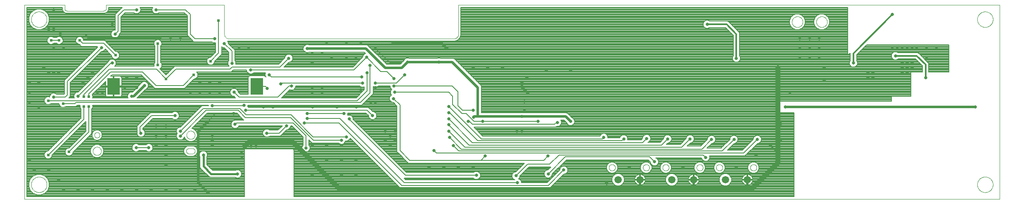
<source format=gbl>
G75*
%MOIN*%
%OFA0B0*%
%FSLAX25Y25*%
%IPPOS*%
%LPD*%
%AMOC8*
5,1,8,0,0,1.08239X$1,22.5*
%
%ADD10C,0.00000*%
%ADD11R,0.10236X0.13780*%
%ADD12C,0.05937*%
%ADD13C,0.02578*%
%ADD14C,0.01200*%
%ADD15C,0.00800*%
%ADD16C,0.02000*%
%ADD17C,0.04000*%
%ADD18C,0.03937*%
%ADD19C,0.01000*%
%ADD20C,0.02400*%
%ADD21C,0.01600*%
D10*
X0060586Y0028959D02*
X0060586Y0186439D01*
X0093066Y0186439D01*
X0093066Y0183487D01*
X0093068Y0183401D01*
X0093073Y0183315D01*
X0093083Y0183230D01*
X0093096Y0183145D01*
X0093113Y0183061D01*
X0093133Y0182977D01*
X0093157Y0182895D01*
X0093185Y0182814D01*
X0093216Y0182733D01*
X0093250Y0182655D01*
X0093288Y0182578D01*
X0093330Y0182503D01*
X0093374Y0182429D01*
X0093422Y0182358D01*
X0093473Y0182288D01*
X0093527Y0182221D01*
X0093583Y0182157D01*
X0093643Y0182095D01*
X0093705Y0182035D01*
X0093769Y0181979D01*
X0093836Y0181925D01*
X0093906Y0181874D01*
X0093977Y0181826D01*
X0094051Y0181782D01*
X0094126Y0181740D01*
X0094203Y0181702D01*
X0094281Y0181668D01*
X0094362Y0181637D01*
X0094443Y0181609D01*
X0094525Y0181585D01*
X0094609Y0181565D01*
X0094693Y0181548D01*
X0094778Y0181535D01*
X0094863Y0181525D01*
X0094949Y0181520D01*
X0095035Y0181518D01*
X0124562Y0181518D01*
X0124648Y0181520D01*
X0124734Y0181525D01*
X0124819Y0181535D01*
X0124904Y0181548D01*
X0124988Y0181565D01*
X0125072Y0181585D01*
X0125154Y0181609D01*
X0125235Y0181637D01*
X0125316Y0181668D01*
X0125394Y0181702D01*
X0125471Y0181740D01*
X0125547Y0181782D01*
X0125620Y0181826D01*
X0125691Y0181874D01*
X0125761Y0181925D01*
X0125828Y0181979D01*
X0125892Y0182035D01*
X0125954Y0182095D01*
X0126014Y0182157D01*
X0126070Y0182221D01*
X0126124Y0182288D01*
X0126175Y0182358D01*
X0126223Y0182429D01*
X0126267Y0182503D01*
X0126309Y0182578D01*
X0126347Y0182655D01*
X0126381Y0182733D01*
X0126412Y0182814D01*
X0126440Y0182895D01*
X0126464Y0182977D01*
X0126484Y0183061D01*
X0126501Y0183145D01*
X0126514Y0183230D01*
X0126524Y0183315D01*
X0126529Y0183401D01*
X0126531Y0183487D01*
X0126531Y0186439D01*
X0222003Y0186439D01*
X0222003Y0162817D01*
X0222005Y0162693D01*
X0222011Y0162570D01*
X0222020Y0162446D01*
X0222034Y0162324D01*
X0222051Y0162201D01*
X0222073Y0162079D01*
X0222098Y0161958D01*
X0222127Y0161838D01*
X0222159Y0161719D01*
X0222196Y0161600D01*
X0222236Y0161483D01*
X0222279Y0161368D01*
X0222327Y0161253D01*
X0222378Y0161141D01*
X0222432Y0161030D01*
X0222490Y0160920D01*
X0222551Y0160813D01*
X0222616Y0160707D01*
X0222684Y0160604D01*
X0222755Y0160503D01*
X0222829Y0160404D01*
X0222906Y0160307D01*
X0222987Y0160213D01*
X0223070Y0160122D01*
X0223156Y0160033D01*
X0223245Y0159947D01*
X0223336Y0159864D01*
X0223430Y0159783D01*
X0223527Y0159706D01*
X0223626Y0159632D01*
X0223727Y0159561D01*
X0223830Y0159493D01*
X0223936Y0159428D01*
X0224043Y0159367D01*
X0224153Y0159309D01*
X0224264Y0159255D01*
X0224376Y0159204D01*
X0224491Y0159156D01*
X0224606Y0159113D01*
X0224723Y0159073D01*
X0224842Y0159036D01*
X0224961Y0159004D01*
X0225081Y0158975D01*
X0225202Y0158950D01*
X0225324Y0158928D01*
X0225447Y0158911D01*
X0225569Y0158897D01*
X0225693Y0158888D01*
X0225816Y0158882D01*
X0225940Y0158880D01*
X0407043Y0158880D01*
X0407167Y0158882D01*
X0407290Y0158888D01*
X0407414Y0158897D01*
X0407536Y0158911D01*
X0407659Y0158928D01*
X0407781Y0158950D01*
X0407902Y0158975D01*
X0408022Y0159004D01*
X0408141Y0159036D01*
X0408260Y0159073D01*
X0408377Y0159113D01*
X0408492Y0159156D01*
X0408607Y0159204D01*
X0408719Y0159255D01*
X0408830Y0159309D01*
X0408940Y0159367D01*
X0409047Y0159428D01*
X0409153Y0159493D01*
X0409256Y0159561D01*
X0409357Y0159632D01*
X0409456Y0159706D01*
X0409553Y0159783D01*
X0409647Y0159864D01*
X0409738Y0159947D01*
X0409827Y0160033D01*
X0409913Y0160122D01*
X0409996Y0160213D01*
X0410077Y0160307D01*
X0410154Y0160404D01*
X0410228Y0160503D01*
X0410299Y0160604D01*
X0410367Y0160707D01*
X0410432Y0160813D01*
X0410493Y0160920D01*
X0410551Y0161030D01*
X0410605Y0161141D01*
X0410656Y0161253D01*
X0410704Y0161368D01*
X0410747Y0161483D01*
X0410787Y0161600D01*
X0410824Y0161719D01*
X0410856Y0161838D01*
X0410885Y0161958D01*
X0410910Y0162079D01*
X0410932Y0162201D01*
X0410949Y0162324D01*
X0410963Y0162446D01*
X0410972Y0162570D01*
X0410978Y0162693D01*
X0410980Y0162817D01*
X0410980Y0186439D01*
X0847987Y0186439D01*
X0847987Y0028959D01*
X0060586Y0028959D01*
X0066098Y0040770D02*
X0066100Y0040928D01*
X0066106Y0041086D01*
X0066116Y0041244D01*
X0066130Y0041402D01*
X0066148Y0041559D01*
X0066169Y0041716D01*
X0066195Y0041872D01*
X0066225Y0042028D01*
X0066258Y0042183D01*
X0066296Y0042336D01*
X0066337Y0042489D01*
X0066382Y0042641D01*
X0066431Y0042792D01*
X0066484Y0042941D01*
X0066540Y0043089D01*
X0066600Y0043235D01*
X0066664Y0043380D01*
X0066732Y0043523D01*
X0066803Y0043665D01*
X0066877Y0043805D01*
X0066955Y0043942D01*
X0067037Y0044078D01*
X0067121Y0044212D01*
X0067210Y0044343D01*
X0067301Y0044472D01*
X0067396Y0044599D01*
X0067493Y0044724D01*
X0067594Y0044846D01*
X0067698Y0044965D01*
X0067805Y0045082D01*
X0067915Y0045196D01*
X0068028Y0045307D01*
X0068143Y0045416D01*
X0068261Y0045521D01*
X0068382Y0045623D01*
X0068505Y0045723D01*
X0068631Y0045819D01*
X0068759Y0045912D01*
X0068889Y0046002D01*
X0069022Y0046088D01*
X0069157Y0046172D01*
X0069293Y0046251D01*
X0069432Y0046328D01*
X0069573Y0046400D01*
X0069715Y0046470D01*
X0069859Y0046535D01*
X0070005Y0046597D01*
X0070152Y0046655D01*
X0070301Y0046710D01*
X0070451Y0046761D01*
X0070602Y0046808D01*
X0070754Y0046851D01*
X0070907Y0046890D01*
X0071062Y0046926D01*
X0071217Y0046957D01*
X0071373Y0046985D01*
X0071529Y0047009D01*
X0071686Y0047029D01*
X0071844Y0047045D01*
X0072001Y0047057D01*
X0072160Y0047065D01*
X0072318Y0047069D01*
X0072476Y0047069D01*
X0072634Y0047065D01*
X0072793Y0047057D01*
X0072950Y0047045D01*
X0073108Y0047029D01*
X0073265Y0047009D01*
X0073421Y0046985D01*
X0073577Y0046957D01*
X0073732Y0046926D01*
X0073887Y0046890D01*
X0074040Y0046851D01*
X0074192Y0046808D01*
X0074343Y0046761D01*
X0074493Y0046710D01*
X0074642Y0046655D01*
X0074789Y0046597D01*
X0074935Y0046535D01*
X0075079Y0046470D01*
X0075221Y0046400D01*
X0075362Y0046328D01*
X0075501Y0046251D01*
X0075637Y0046172D01*
X0075772Y0046088D01*
X0075905Y0046002D01*
X0076035Y0045912D01*
X0076163Y0045819D01*
X0076289Y0045723D01*
X0076412Y0045623D01*
X0076533Y0045521D01*
X0076651Y0045416D01*
X0076766Y0045307D01*
X0076879Y0045196D01*
X0076989Y0045082D01*
X0077096Y0044965D01*
X0077200Y0044846D01*
X0077301Y0044724D01*
X0077398Y0044599D01*
X0077493Y0044472D01*
X0077584Y0044343D01*
X0077673Y0044212D01*
X0077757Y0044078D01*
X0077839Y0043942D01*
X0077917Y0043805D01*
X0077991Y0043665D01*
X0078062Y0043523D01*
X0078130Y0043380D01*
X0078194Y0043235D01*
X0078254Y0043089D01*
X0078310Y0042941D01*
X0078363Y0042792D01*
X0078412Y0042641D01*
X0078457Y0042489D01*
X0078498Y0042336D01*
X0078536Y0042183D01*
X0078569Y0042028D01*
X0078599Y0041872D01*
X0078625Y0041716D01*
X0078646Y0041559D01*
X0078664Y0041402D01*
X0078678Y0041244D01*
X0078688Y0041086D01*
X0078694Y0040928D01*
X0078696Y0040770D01*
X0078694Y0040612D01*
X0078688Y0040454D01*
X0078678Y0040296D01*
X0078664Y0040138D01*
X0078646Y0039981D01*
X0078625Y0039824D01*
X0078599Y0039668D01*
X0078569Y0039512D01*
X0078536Y0039357D01*
X0078498Y0039204D01*
X0078457Y0039051D01*
X0078412Y0038899D01*
X0078363Y0038748D01*
X0078310Y0038599D01*
X0078254Y0038451D01*
X0078194Y0038305D01*
X0078130Y0038160D01*
X0078062Y0038017D01*
X0077991Y0037875D01*
X0077917Y0037735D01*
X0077839Y0037598D01*
X0077757Y0037462D01*
X0077673Y0037328D01*
X0077584Y0037197D01*
X0077493Y0037068D01*
X0077398Y0036941D01*
X0077301Y0036816D01*
X0077200Y0036694D01*
X0077096Y0036575D01*
X0076989Y0036458D01*
X0076879Y0036344D01*
X0076766Y0036233D01*
X0076651Y0036124D01*
X0076533Y0036019D01*
X0076412Y0035917D01*
X0076289Y0035817D01*
X0076163Y0035721D01*
X0076035Y0035628D01*
X0075905Y0035538D01*
X0075772Y0035452D01*
X0075637Y0035368D01*
X0075501Y0035289D01*
X0075362Y0035212D01*
X0075221Y0035140D01*
X0075079Y0035070D01*
X0074935Y0035005D01*
X0074789Y0034943D01*
X0074642Y0034885D01*
X0074493Y0034830D01*
X0074343Y0034779D01*
X0074192Y0034732D01*
X0074040Y0034689D01*
X0073887Y0034650D01*
X0073732Y0034614D01*
X0073577Y0034583D01*
X0073421Y0034555D01*
X0073265Y0034531D01*
X0073108Y0034511D01*
X0072950Y0034495D01*
X0072793Y0034483D01*
X0072634Y0034475D01*
X0072476Y0034471D01*
X0072318Y0034471D01*
X0072160Y0034475D01*
X0072001Y0034483D01*
X0071844Y0034495D01*
X0071686Y0034511D01*
X0071529Y0034531D01*
X0071373Y0034555D01*
X0071217Y0034583D01*
X0071062Y0034614D01*
X0070907Y0034650D01*
X0070754Y0034689D01*
X0070602Y0034732D01*
X0070451Y0034779D01*
X0070301Y0034830D01*
X0070152Y0034885D01*
X0070005Y0034943D01*
X0069859Y0035005D01*
X0069715Y0035070D01*
X0069573Y0035140D01*
X0069432Y0035212D01*
X0069293Y0035289D01*
X0069157Y0035368D01*
X0069022Y0035452D01*
X0068889Y0035538D01*
X0068759Y0035628D01*
X0068631Y0035721D01*
X0068505Y0035817D01*
X0068382Y0035917D01*
X0068261Y0036019D01*
X0068143Y0036124D01*
X0068028Y0036233D01*
X0067915Y0036344D01*
X0067805Y0036458D01*
X0067698Y0036575D01*
X0067594Y0036694D01*
X0067493Y0036816D01*
X0067396Y0036941D01*
X0067301Y0037068D01*
X0067210Y0037197D01*
X0067121Y0037328D01*
X0067037Y0037462D01*
X0066955Y0037598D01*
X0066877Y0037735D01*
X0066803Y0037875D01*
X0066732Y0038017D01*
X0066664Y0038160D01*
X0066600Y0038305D01*
X0066540Y0038451D01*
X0066484Y0038599D01*
X0066431Y0038748D01*
X0066382Y0038899D01*
X0066337Y0039051D01*
X0066296Y0039204D01*
X0066258Y0039357D01*
X0066225Y0039512D01*
X0066195Y0039668D01*
X0066169Y0039824D01*
X0066148Y0039981D01*
X0066130Y0040138D01*
X0066116Y0040296D01*
X0066106Y0040454D01*
X0066100Y0040612D01*
X0066098Y0040770D01*
X0115901Y0067935D02*
X0115903Y0068050D01*
X0115909Y0068166D01*
X0115919Y0068281D01*
X0115933Y0068396D01*
X0115951Y0068510D01*
X0115973Y0068623D01*
X0115998Y0068736D01*
X0116028Y0068847D01*
X0116061Y0068958D01*
X0116098Y0069067D01*
X0116139Y0069175D01*
X0116184Y0069282D01*
X0116232Y0069387D01*
X0116284Y0069490D01*
X0116340Y0069591D01*
X0116399Y0069691D01*
X0116461Y0069788D01*
X0116527Y0069883D01*
X0116595Y0069976D01*
X0116667Y0070066D01*
X0116742Y0070154D01*
X0116821Y0070239D01*
X0116902Y0070321D01*
X0116985Y0070401D01*
X0117072Y0070477D01*
X0117161Y0070551D01*
X0117252Y0070621D01*
X0117346Y0070689D01*
X0117442Y0070753D01*
X0117541Y0070813D01*
X0117641Y0070870D01*
X0117743Y0070924D01*
X0117847Y0070974D01*
X0117953Y0071021D01*
X0118060Y0071064D01*
X0118169Y0071103D01*
X0118279Y0071138D01*
X0118390Y0071169D01*
X0118502Y0071197D01*
X0118615Y0071221D01*
X0118729Y0071241D01*
X0118844Y0071257D01*
X0118959Y0071269D01*
X0119074Y0071277D01*
X0119189Y0071281D01*
X0119305Y0071281D01*
X0119420Y0071277D01*
X0119535Y0071269D01*
X0119650Y0071257D01*
X0119765Y0071241D01*
X0119879Y0071221D01*
X0119992Y0071197D01*
X0120104Y0071169D01*
X0120215Y0071138D01*
X0120325Y0071103D01*
X0120434Y0071064D01*
X0120541Y0071021D01*
X0120647Y0070974D01*
X0120751Y0070924D01*
X0120853Y0070870D01*
X0120953Y0070813D01*
X0121052Y0070753D01*
X0121148Y0070689D01*
X0121242Y0070621D01*
X0121333Y0070551D01*
X0121422Y0070477D01*
X0121509Y0070401D01*
X0121592Y0070321D01*
X0121673Y0070239D01*
X0121752Y0070154D01*
X0121827Y0070066D01*
X0121899Y0069976D01*
X0121967Y0069883D01*
X0122033Y0069788D01*
X0122095Y0069691D01*
X0122154Y0069591D01*
X0122210Y0069490D01*
X0122262Y0069387D01*
X0122310Y0069282D01*
X0122355Y0069175D01*
X0122396Y0069067D01*
X0122433Y0068958D01*
X0122466Y0068847D01*
X0122496Y0068736D01*
X0122521Y0068623D01*
X0122543Y0068510D01*
X0122561Y0068396D01*
X0122575Y0068281D01*
X0122585Y0068166D01*
X0122591Y0068050D01*
X0122593Y0067935D01*
X0122591Y0067820D01*
X0122585Y0067704D01*
X0122575Y0067589D01*
X0122561Y0067474D01*
X0122543Y0067360D01*
X0122521Y0067247D01*
X0122496Y0067134D01*
X0122466Y0067023D01*
X0122433Y0066912D01*
X0122396Y0066803D01*
X0122355Y0066695D01*
X0122310Y0066588D01*
X0122262Y0066483D01*
X0122210Y0066380D01*
X0122154Y0066279D01*
X0122095Y0066179D01*
X0122033Y0066082D01*
X0121967Y0065987D01*
X0121899Y0065894D01*
X0121827Y0065804D01*
X0121752Y0065716D01*
X0121673Y0065631D01*
X0121592Y0065549D01*
X0121509Y0065469D01*
X0121422Y0065393D01*
X0121333Y0065319D01*
X0121242Y0065249D01*
X0121148Y0065181D01*
X0121052Y0065117D01*
X0120953Y0065057D01*
X0120853Y0065000D01*
X0120751Y0064946D01*
X0120647Y0064896D01*
X0120541Y0064849D01*
X0120434Y0064806D01*
X0120325Y0064767D01*
X0120215Y0064732D01*
X0120104Y0064701D01*
X0119992Y0064673D01*
X0119879Y0064649D01*
X0119765Y0064629D01*
X0119650Y0064613D01*
X0119535Y0064601D01*
X0119420Y0064593D01*
X0119305Y0064589D01*
X0119189Y0064589D01*
X0119074Y0064593D01*
X0118959Y0064601D01*
X0118844Y0064613D01*
X0118729Y0064629D01*
X0118615Y0064649D01*
X0118502Y0064673D01*
X0118390Y0064701D01*
X0118279Y0064732D01*
X0118169Y0064767D01*
X0118060Y0064806D01*
X0117953Y0064849D01*
X0117847Y0064896D01*
X0117743Y0064946D01*
X0117641Y0065000D01*
X0117541Y0065057D01*
X0117442Y0065117D01*
X0117346Y0065181D01*
X0117252Y0065249D01*
X0117161Y0065319D01*
X0117072Y0065393D01*
X0116985Y0065469D01*
X0116902Y0065549D01*
X0116821Y0065631D01*
X0116742Y0065716D01*
X0116667Y0065804D01*
X0116595Y0065894D01*
X0116527Y0065987D01*
X0116461Y0066082D01*
X0116399Y0066179D01*
X0116340Y0066279D01*
X0116284Y0066380D01*
X0116232Y0066483D01*
X0116184Y0066588D01*
X0116139Y0066695D01*
X0116098Y0066803D01*
X0116061Y0066912D01*
X0116028Y0067023D01*
X0115998Y0067134D01*
X0115973Y0067247D01*
X0115951Y0067360D01*
X0115933Y0067474D01*
X0115919Y0067589D01*
X0115909Y0067704D01*
X0115903Y0067820D01*
X0115901Y0067935D01*
X0117082Y0080928D02*
X0117084Y0081021D01*
X0117090Y0081113D01*
X0117100Y0081205D01*
X0117114Y0081296D01*
X0117131Y0081387D01*
X0117153Y0081477D01*
X0117178Y0081566D01*
X0117207Y0081654D01*
X0117240Y0081740D01*
X0117277Y0081825D01*
X0117317Y0081909D01*
X0117361Y0081990D01*
X0117408Y0082070D01*
X0117458Y0082148D01*
X0117512Y0082223D01*
X0117569Y0082296D01*
X0117629Y0082366D01*
X0117692Y0082434D01*
X0117758Y0082499D01*
X0117826Y0082561D01*
X0117897Y0082621D01*
X0117971Y0082677D01*
X0118047Y0082730D01*
X0118125Y0082779D01*
X0118205Y0082826D01*
X0118287Y0082868D01*
X0118371Y0082908D01*
X0118456Y0082943D01*
X0118543Y0082975D01*
X0118631Y0083004D01*
X0118720Y0083028D01*
X0118810Y0083049D01*
X0118901Y0083065D01*
X0118993Y0083078D01*
X0119085Y0083087D01*
X0119178Y0083092D01*
X0119270Y0083093D01*
X0119363Y0083090D01*
X0119455Y0083083D01*
X0119547Y0083072D01*
X0119638Y0083057D01*
X0119729Y0083039D01*
X0119819Y0083016D01*
X0119907Y0082990D01*
X0119995Y0082960D01*
X0120081Y0082926D01*
X0120165Y0082889D01*
X0120248Y0082847D01*
X0120329Y0082803D01*
X0120409Y0082755D01*
X0120486Y0082704D01*
X0120560Y0082649D01*
X0120633Y0082591D01*
X0120703Y0082531D01*
X0120770Y0082467D01*
X0120834Y0082401D01*
X0120896Y0082331D01*
X0120954Y0082260D01*
X0121009Y0082186D01*
X0121061Y0082109D01*
X0121110Y0082030D01*
X0121156Y0081950D01*
X0121198Y0081867D01*
X0121236Y0081783D01*
X0121271Y0081697D01*
X0121302Y0081610D01*
X0121329Y0081522D01*
X0121352Y0081432D01*
X0121372Y0081342D01*
X0121388Y0081251D01*
X0121400Y0081159D01*
X0121408Y0081067D01*
X0121412Y0080974D01*
X0121412Y0080882D01*
X0121408Y0080789D01*
X0121400Y0080697D01*
X0121388Y0080605D01*
X0121372Y0080514D01*
X0121352Y0080424D01*
X0121329Y0080334D01*
X0121302Y0080246D01*
X0121271Y0080159D01*
X0121236Y0080073D01*
X0121198Y0079989D01*
X0121156Y0079906D01*
X0121110Y0079826D01*
X0121061Y0079747D01*
X0121009Y0079670D01*
X0120954Y0079596D01*
X0120896Y0079525D01*
X0120834Y0079455D01*
X0120770Y0079389D01*
X0120703Y0079325D01*
X0120633Y0079265D01*
X0120560Y0079207D01*
X0120486Y0079152D01*
X0120409Y0079101D01*
X0120330Y0079053D01*
X0120248Y0079009D01*
X0120165Y0078967D01*
X0120081Y0078930D01*
X0119995Y0078896D01*
X0119907Y0078866D01*
X0119819Y0078840D01*
X0119729Y0078817D01*
X0119638Y0078799D01*
X0119547Y0078784D01*
X0119455Y0078773D01*
X0119363Y0078766D01*
X0119270Y0078763D01*
X0119178Y0078764D01*
X0119085Y0078769D01*
X0118993Y0078778D01*
X0118901Y0078791D01*
X0118810Y0078807D01*
X0118720Y0078828D01*
X0118631Y0078852D01*
X0118543Y0078881D01*
X0118456Y0078913D01*
X0118371Y0078948D01*
X0118287Y0078988D01*
X0118205Y0079030D01*
X0118125Y0079077D01*
X0118047Y0079126D01*
X0117971Y0079179D01*
X0117897Y0079235D01*
X0117826Y0079295D01*
X0117758Y0079357D01*
X0117692Y0079422D01*
X0117629Y0079490D01*
X0117569Y0079560D01*
X0117512Y0079633D01*
X0117458Y0079708D01*
X0117408Y0079786D01*
X0117361Y0079866D01*
X0117317Y0079947D01*
X0117277Y0080031D01*
X0117240Y0080116D01*
X0117207Y0080202D01*
X0117178Y0080290D01*
X0117153Y0080379D01*
X0117131Y0080469D01*
X0117114Y0080560D01*
X0117100Y0080651D01*
X0117090Y0080743D01*
X0117084Y0080835D01*
X0117082Y0080928D01*
X0193460Y0070101D02*
X0196216Y0070101D01*
X0196308Y0070095D01*
X0196399Y0070085D01*
X0196490Y0070071D01*
X0196580Y0070053D01*
X0196669Y0070032D01*
X0196758Y0070006D01*
X0196845Y0069977D01*
X0196931Y0069945D01*
X0197015Y0069909D01*
X0197098Y0069869D01*
X0197179Y0069826D01*
X0197258Y0069779D01*
X0197335Y0069729D01*
X0197410Y0069676D01*
X0197483Y0069619D01*
X0197553Y0069560D01*
X0197620Y0069498D01*
X0197685Y0069433D01*
X0197747Y0069365D01*
X0197807Y0069295D01*
X0197863Y0069222D01*
X0197916Y0069147D01*
X0197965Y0069070D01*
X0198012Y0068991D01*
X0198055Y0068909D01*
X0198094Y0068826D01*
X0198130Y0068742D01*
X0198163Y0068656D01*
X0198191Y0068569D01*
X0198216Y0068480D01*
X0198238Y0068391D01*
X0198255Y0068301D01*
X0198269Y0068210D01*
X0198278Y0068119D01*
X0198284Y0068027D01*
X0198286Y0067935D01*
X0198284Y0067843D01*
X0198278Y0067751D01*
X0198269Y0067660D01*
X0198255Y0067569D01*
X0198238Y0067479D01*
X0198216Y0067390D01*
X0198191Y0067301D01*
X0198163Y0067214D01*
X0198130Y0067128D01*
X0198094Y0067044D01*
X0198055Y0066961D01*
X0198012Y0066879D01*
X0197965Y0066800D01*
X0197916Y0066723D01*
X0197863Y0066648D01*
X0197807Y0066575D01*
X0197747Y0066505D01*
X0197685Y0066437D01*
X0197620Y0066372D01*
X0197553Y0066310D01*
X0197483Y0066251D01*
X0197410Y0066194D01*
X0197335Y0066141D01*
X0197258Y0066091D01*
X0197179Y0066044D01*
X0197098Y0066001D01*
X0197015Y0065961D01*
X0196931Y0065925D01*
X0196845Y0065893D01*
X0196758Y0065864D01*
X0196669Y0065838D01*
X0196580Y0065817D01*
X0196490Y0065799D01*
X0196399Y0065785D01*
X0196308Y0065775D01*
X0196216Y0065769D01*
X0196216Y0065770D02*
X0193460Y0065770D01*
X0193368Y0065772D01*
X0193276Y0065778D01*
X0193185Y0065788D01*
X0193094Y0065801D01*
X0193004Y0065819D01*
X0192914Y0065840D01*
X0192826Y0065865D01*
X0192739Y0065894D01*
X0192653Y0065926D01*
X0192568Y0065962D01*
X0192485Y0066002D01*
X0192404Y0066045D01*
X0192325Y0066091D01*
X0192248Y0066141D01*
X0192173Y0066194D01*
X0192100Y0066251D01*
X0192030Y0066310D01*
X0191962Y0066372D01*
X0191897Y0066437D01*
X0191835Y0066505D01*
X0191776Y0066575D01*
X0191719Y0066648D01*
X0191666Y0066723D01*
X0191616Y0066800D01*
X0191570Y0066879D01*
X0191527Y0066960D01*
X0191487Y0067043D01*
X0191451Y0067128D01*
X0191419Y0067214D01*
X0191390Y0067301D01*
X0191365Y0067389D01*
X0191344Y0067479D01*
X0191326Y0067569D01*
X0191313Y0067660D01*
X0191303Y0067751D01*
X0191297Y0067843D01*
X0191295Y0067935D01*
X0191297Y0068027D01*
X0191303Y0068119D01*
X0191313Y0068210D01*
X0191326Y0068301D01*
X0191344Y0068391D01*
X0191365Y0068481D01*
X0191390Y0068569D01*
X0191419Y0068656D01*
X0191451Y0068742D01*
X0191487Y0068827D01*
X0191527Y0068910D01*
X0191570Y0068991D01*
X0191616Y0069070D01*
X0191666Y0069147D01*
X0191719Y0069222D01*
X0191776Y0069295D01*
X0191835Y0069365D01*
X0191897Y0069433D01*
X0191962Y0069498D01*
X0192030Y0069560D01*
X0192100Y0069619D01*
X0192173Y0069676D01*
X0192248Y0069729D01*
X0192325Y0069779D01*
X0192404Y0069825D01*
X0192485Y0069868D01*
X0192568Y0069908D01*
X0192653Y0069944D01*
X0192739Y0069976D01*
X0192826Y0070005D01*
X0192914Y0070030D01*
X0193004Y0070051D01*
X0193094Y0070069D01*
X0193185Y0070082D01*
X0193276Y0070092D01*
X0193368Y0070098D01*
X0193460Y0070100D01*
X0191492Y0080928D02*
X0191494Y0081043D01*
X0191500Y0081159D01*
X0191510Y0081274D01*
X0191524Y0081389D01*
X0191542Y0081503D01*
X0191564Y0081616D01*
X0191589Y0081729D01*
X0191619Y0081840D01*
X0191652Y0081951D01*
X0191689Y0082060D01*
X0191730Y0082168D01*
X0191775Y0082275D01*
X0191823Y0082380D01*
X0191875Y0082483D01*
X0191931Y0082584D01*
X0191990Y0082684D01*
X0192052Y0082781D01*
X0192118Y0082876D01*
X0192186Y0082969D01*
X0192258Y0083059D01*
X0192333Y0083147D01*
X0192412Y0083232D01*
X0192493Y0083314D01*
X0192576Y0083394D01*
X0192663Y0083470D01*
X0192752Y0083544D01*
X0192843Y0083614D01*
X0192937Y0083682D01*
X0193033Y0083746D01*
X0193132Y0083806D01*
X0193232Y0083863D01*
X0193334Y0083917D01*
X0193438Y0083967D01*
X0193544Y0084014D01*
X0193651Y0084057D01*
X0193760Y0084096D01*
X0193870Y0084131D01*
X0193981Y0084162D01*
X0194093Y0084190D01*
X0194206Y0084214D01*
X0194320Y0084234D01*
X0194435Y0084250D01*
X0194550Y0084262D01*
X0194665Y0084270D01*
X0194780Y0084274D01*
X0194896Y0084274D01*
X0195011Y0084270D01*
X0195126Y0084262D01*
X0195241Y0084250D01*
X0195356Y0084234D01*
X0195470Y0084214D01*
X0195583Y0084190D01*
X0195695Y0084162D01*
X0195806Y0084131D01*
X0195916Y0084096D01*
X0196025Y0084057D01*
X0196132Y0084014D01*
X0196238Y0083967D01*
X0196342Y0083917D01*
X0196444Y0083863D01*
X0196544Y0083806D01*
X0196643Y0083746D01*
X0196739Y0083682D01*
X0196833Y0083614D01*
X0196924Y0083544D01*
X0197013Y0083470D01*
X0197100Y0083394D01*
X0197183Y0083314D01*
X0197264Y0083232D01*
X0197343Y0083147D01*
X0197418Y0083059D01*
X0197490Y0082969D01*
X0197558Y0082876D01*
X0197624Y0082781D01*
X0197686Y0082684D01*
X0197745Y0082584D01*
X0197801Y0082483D01*
X0197853Y0082380D01*
X0197901Y0082275D01*
X0197946Y0082168D01*
X0197987Y0082060D01*
X0198024Y0081951D01*
X0198057Y0081840D01*
X0198087Y0081729D01*
X0198112Y0081616D01*
X0198134Y0081503D01*
X0198152Y0081389D01*
X0198166Y0081274D01*
X0198176Y0081159D01*
X0198182Y0081043D01*
X0198184Y0080928D01*
X0198182Y0080813D01*
X0198176Y0080697D01*
X0198166Y0080582D01*
X0198152Y0080467D01*
X0198134Y0080353D01*
X0198112Y0080240D01*
X0198087Y0080127D01*
X0198057Y0080016D01*
X0198024Y0079905D01*
X0197987Y0079796D01*
X0197946Y0079688D01*
X0197901Y0079581D01*
X0197853Y0079476D01*
X0197801Y0079373D01*
X0197745Y0079272D01*
X0197686Y0079172D01*
X0197624Y0079075D01*
X0197558Y0078980D01*
X0197490Y0078887D01*
X0197418Y0078797D01*
X0197343Y0078709D01*
X0197264Y0078624D01*
X0197183Y0078542D01*
X0197100Y0078462D01*
X0197013Y0078386D01*
X0196924Y0078312D01*
X0196833Y0078242D01*
X0196739Y0078174D01*
X0196643Y0078110D01*
X0196544Y0078050D01*
X0196444Y0077993D01*
X0196342Y0077939D01*
X0196238Y0077889D01*
X0196132Y0077842D01*
X0196025Y0077799D01*
X0195916Y0077760D01*
X0195806Y0077725D01*
X0195695Y0077694D01*
X0195583Y0077666D01*
X0195470Y0077642D01*
X0195356Y0077622D01*
X0195241Y0077606D01*
X0195126Y0077594D01*
X0195011Y0077586D01*
X0194896Y0077582D01*
X0194780Y0077582D01*
X0194665Y0077586D01*
X0194550Y0077594D01*
X0194435Y0077606D01*
X0194320Y0077622D01*
X0194206Y0077642D01*
X0194093Y0077666D01*
X0193981Y0077694D01*
X0193870Y0077725D01*
X0193760Y0077760D01*
X0193651Y0077799D01*
X0193544Y0077842D01*
X0193438Y0077889D01*
X0193334Y0077939D01*
X0193232Y0077993D01*
X0193132Y0078050D01*
X0193033Y0078110D01*
X0192937Y0078174D01*
X0192843Y0078242D01*
X0192752Y0078312D01*
X0192663Y0078386D01*
X0192576Y0078462D01*
X0192493Y0078542D01*
X0192412Y0078624D01*
X0192333Y0078709D01*
X0192258Y0078797D01*
X0192186Y0078887D01*
X0192118Y0078980D01*
X0192052Y0079075D01*
X0191990Y0079172D01*
X0191931Y0079272D01*
X0191875Y0079373D01*
X0191823Y0079476D01*
X0191775Y0079581D01*
X0191730Y0079688D01*
X0191689Y0079796D01*
X0191652Y0079905D01*
X0191619Y0080016D01*
X0191589Y0080127D01*
X0191564Y0080240D01*
X0191542Y0080353D01*
X0191524Y0080467D01*
X0191510Y0080582D01*
X0191500Y0080697D01*
X0191494Y0080813D01*
X0191492Y0080928D01*
X0066098Y0174628D02*
X0066100Y0174786D01*
X0066106Y0174944D01*
X0066116Y0175102D01*
X0066130Y0175260D01*
X0066148Y0175417D01*
X0066169Y0175574D01*
X0066195Y0175730D01*
X0066225Y0175886D01*
X0066258Y0176041D01*
X0066296Y0176194D01*
X0066337Y0176347D01*
X0066382Y0176499D01*
X0066431Y0176650D01*
X0066484Y0176799D01*
X0066540Y0176947D01*
X0066600Y0177093D01*
X0066664Y0177238D01*
X0066732Y0177381D01*
X0066803Y0177523D01*
X0066877Y0177663D01*
X0066955Y0177800D01*
X0067037Y0177936D01*
X0067121Y0178070D01*
X0067210Y0178201D01*
X0067301Y0178330D01*
X0067396Y0178457D01*
X0067493Y0178582D01*
X0067594Y0178704D01*
X0067698Y0178823D01*
X0067805Y0178940D01*
X0067915Y0179054D01*
X0068028Y0179165D01*
X0068143Y0179274D01*
X0068261Y0179379D01*
X0068382Y0179481D01*
X0068505Y0179581D01*
X0068631Y0179677D01*
X0068759Y0179770D01*
X0068889Y0179860D01*
X0069022Y0179946D01*
X0069157Y0180030D01*
X0069293Y0180109D01*
X0069432Y0180186D01*
X0069573Y0180258D01*
X0069715Y0180328D01*
X0069859Y0180393D01*
X0070005Y0180455D01*
X0070152Y0180513D01*
X0070301Y0180568D01*
X0070451Y0180619D01*
X0070602Y0180666D01*
X0070754Y0180709D01*
X0070907Y0180748D01*
X0071062Y0180784D01*
X0071217Y0180815D01*
X0071373Y0180843D01*
X0071529Y0180867D01*
X0071686Y0180887D01*
X0071844Y0180903D01*
X0072001Y0180915D01*
X0072160Y0180923D01*
X0072318Y0180927D01*
X0072476Y0180927D01*
X0072634Y0180923D01*
X0072793Y0180915D01*
X0072950Y0180903D01*
X0073108Y0180887D01*
X0073265Y0180867D01*
X0073421Y0180843D01*
X0073577Y0180815D01*
X0073732Y0180784D01*
X0073887Y0180748D01*
X0074040Y0180709D01*
X0074192Y0180666D01*
X0074343Y0180619D01*
X0074493Y0180568D01*
X0074642Y0180513D01*
X0074789Y0180455D01*
X0074935Y0180393D01*
X0075079Y0180328D01*
X0075221Y0180258D01*
X0075362Y0180186D01*
X0075501Y0180109D01*
X0075637Y0180030D01*
X0075772Y0179946D01*
X0075905Y0179860D01*
X0076035Y0179770D01*
X0076163Y0179677D01*
X0076289Y0179581D01*
X0076412Y0179481D01*
X0076533Y0179379D01*
X0076651Y0179274D01*
X0076766Y0179165D01*
X0076879Y0179054D01*
X0076989Y0178940D01*
X0077096Y0178823D01*
X0077200Y0178704D01*
X0077301Y0178582D01*
X0077398Y0178457D01*
X0077493Y0178330D01*
X0077584Y0178201D01*
X0077673Y0178070D01*
X0077757Y0177936D01*
X0077839Y0177800D01*
X0077917Y0177663D01*
X0077991Y0177523D01*
X0078062Y0177381D01*
X0078130Y0177238D01*
X0078194Y0177093D01*
X0078254Y0176947D01*
X0078310Y0176799D01*
X0078363Y0176650D01*
X0078412Y0176499D01*
X0078457Y0176347D01*
X0078498Y0176194D01*
X0078536Y0176041D01*
X0078569Y0175886D01*
X0078599Y0175730D01*
X0078625Y0175574D01*
X0078646Y0175417D01*
X0078664Y0175260D01*
X0078678Y0175102D01*
X0078688Y0174944D01*
X0078694Y0174786D01*
X0078696Y0174628D01*
X0078694Y0174470D01*
X0078688Y0174312D01*
X0078678Y0174154D01*
X0078664Y0173996D01*
X0078646Y0173839D01*
X0078625Y0173682D01*
X0078599Y0173526D01*
X0078569Y0173370D01*
X0078536Y0173215D01*
X0078498Y0173062D01*
X0078457Y0172909D01*
X0078412Y0172757D01*
X0078363Y0172606D01*
X0078310Y0172457D01*
X0078254Y0172309D01*
X0078194Y0172163D01*
X0078130Y0172018D01*
X0078062Y0171875D01*
X0077991Y0171733D01*
X0077917Y0171593D01*
X0077839Y0171456D01*
X0077757Y0171320D01*
X0077673Y0171186D01*
X0077584Y0171055D01*
X0077493Y0170926D01*
X0077398Y0170799D01*
X0077301Y0170674D01*
X0077200Y0170552D01*
X0077096Y0170433D01*
X0076989Y0170316D01*
X0076879Y0170202D01*
X0076766Y0170091D01*
X0076651Y0169982D01*
X0076533Y0169877D01*
X0076412Y0169775D01*
X0076289Y0169675D01*
X0076163Y0169579D01*
X0076035Y0169486D01*
X0075905Y0169396D01*
X0075772Y0169310D01*
X0075637Y0169226D01*
X0075501Y0169147D01*
X0075362Y0169070D01*
X0075221Y0168998D01*
X0075079Y0168928D01*
X0074935Y0168863D01*
X0074789Y0168801D01*
X0074642Y0168743D01*
X0074493Y0168688D01*
X0074343Y0168637D01*
X0074192Y0168590D01*
X0074040Y0168547D01*
X0073887Y0168508D01*
X0073732Y0168472D01*
X0073577Y0168441D01*
X0073421Y0168413D01*
X0073265Y0168389D01*
X0073108Y0168369D01*
X0072950Y0168353D01*
X0072793Y0168341D01*
X0072634Y0168333D01*
X0072476Y0168329D01*
X0072318Y0168329D01*
X0072160Y0168333D01*
X0072001Y0168341D01*
X0071844Y0168353D01*
X0071686Y0168369D01*
X0071529Y0168389D01*
X0071373Y0168413D01*
X0071217Y0168441D01*
X0071062Y0168472D01*
X0070907Y0168508D01*
X0070754Y0168547D01*
X0070602Y0168590D01*
X0070451Y0168637D01*
X0070301Y0168688D01*
X0070152Y0168743D01*
X0070005Y0168801D01*
X0069859Y0168863D01*
X0069715Y0168928D01*
X0069573Y0168998D01*
X0069432Y0169070D01*
X0069293Y0169147D01*
X0069157Y0169226D01*
X0069022Y0169310D01*
X0068889Y0169396D01*
X0068759Y0169486D01*
X0068631Y0169579D01*
X0068505Y0169675D01*
X0068382Y0169775D01*
X0068261Y0169877D01*
X0068143Y0169982D01*
X0068028Y0170091D01*
X0067915Y0170202D01*
X0067805Y0170316D01*
X0067698Y0170433D01*
X0067594Y0170552D01*
X0067493Y0170674D01*
X0067396Y0170799D01*
X0067301Y0170926D01*
X0067210Y0171055D01*
X0067121Y0171186D01*
X0067037Y0171320D01*
X0066955Y0171456D01*
X0066877Y0171593D01*
X0066803Y0171733D01*
X0066732Y0171875D01*
X0066664Y0172018D01*
X0066600Y0172163D01*
X0066540Y0172309D01*
X0066484Y0172457D01*
X0066431Y0172606D01*
X0066382Y0172757D01*
X0066337Y0172909D01*
X0066296Y0173062D01*
X0066258Y0173215D01*
X0066225Y0173370D01*
X0066195Y0173526D01*
X0066169Y0173682D01*
X0066148Y0173839D01*
X0066130Y0173996D01*
X0066116Y0174154D01*
X0066106Y0174312D01*
X0066100Y0174470D01*
X0066098Y0174628D01*
X0532436Y0054550D02*
X0532438Y0054651D01*
X0532444Y0054752D01*
X0532454Y0054853D01*
X0532468Y0054953D01*
X0532486Y0055052D01*
X0532508Y0055151D01*
X0532533Y0055249D01*
X0532563Y0055346D01*
X0532596Y0055441D01*
X0532633Y0055535D01*
X0532674Y0055628D01*
X0532718Y0055719D01*
X0532766Y0055808D01*
X0532818Y0055895D01*
X0532873Y0055980D01*
X0532931Y0056062D01*
X0532992Y0056143D01*
X0533057Y0056221D01*
X0533124Y0056296D01*
X0533194Y0056368D01*
X0533268Y0056438D01*
X0533344Y0056505D01*
X0533422Y0056569D01*
X0533503Y0056629D01*
X0533586Y0056686D01*
X0533672Y0056740D01*
X0533760Y0056791D01*
X0533849Y0056838D01*
X0533940Y0056882D01*
X0534033Y0056921D01*
X0534128Y0056958D01*
X0534223Y0056990D01*
X0534320Y0057019D01*
X0534419Y0057043D01*
X0534517Y0057064D01*
X0534617Y0057081D01*
X0534717Y0057094D01*
X0534818Y0057103D01*
X0534919Y0057108D01*
X0535020Y0057109D01*
X0535121Y0057106D01*
X0535222Y0057099D01*
X0535323Y0057088D01*
X0535423Y0057073D01*
X0535522Y0057054D01*
X0535621Y0057031D01*
X0535718Y0057005D01*
X0535815Y0056974D01*
X0535910Y0056940D01*
X0536003Y0056902D01*
X0536096Y0056860D01*
X0536186Y0056815D01*
X0536275Y0056766D01*
X0536361Y0056714D01*
X0536445Y0056658D01*
X0536528Y0056599D01*
X0536607Y0056537D01*
X0536685Y0056472D01*
X0536759Y0056404D01*
X0536831Y0056332D01*
X0536900Y0056259D01*
X0536966Y0056182D01*
X0537029Y0056103D01*
X0537089Y0056021D01*
X0537145Y0055937D01*
X0537198Y0055851D01*
X0537248Y0055763D01*
X0537294Y0055673D01*
X0537337Y0055582D01*
X0537376Y0055488D01*
X0537411Y0055393D01*
X0537442Y0055297D01*
X0537470Y0055200D01*
X0537494Y0055102D01*
X0537514Y0055003D01*
X0537530Y0054903D01*
X0537542Y0054802D01*
X0537550Y0054702D01*
X0537554Y0054601D01*
X0537554Y0054499D01*
X0537550Y0054398D01*
X0537542Y0054298D01*
X0537530Y0054197D01*
X0537514Y0054097D01*
X0537494Y0053998D01*
X0537470Y0053900D01*
X0537442Y0053803D01*
X0537411Y0053707D01*
X0537376Y0053612D01*
X0537337Y0053518D01*
X0537294Y0053427D01*
X0537248Y0053337D01*
X0537198Y0053249D01*
X0537145Y0053163D01*
X0537089Y0053079D01*
X0537029Y0052997D01*
X0536966Y0052918D01*
X0536900Y0052841D01*
X0536831Y0052768D01*
X0536759Y0052696D01*
X0536685Y0052628D01*
X0536607Y0052563D01*
X0536528Y0052501D01*
X0536445Y0052442D01*
X0536361Y0052386D01*
X0536274Y0052334D01*
X0536186Y0052285D01*
X0536096Y0052240D01*
X0536003Y0052198D01*
X0535910Y0052160D01*
X0535815Y0052126D01*
X0535718Y0052095D01*
X0535621Y0052069D01*
X0535522Y0052046D01*
X0535423Y0052027D01*
X0535323Y0052012D01*
X0535222Y0052001D01*
X0535121Y0051994D01*
X0535020Y0051991D01*
X0534919Y0051992D01*
X0534818Y0051997D01*
X0534717Y0052006D01*
X0534617Y0052019D01*
X0534517Y0052036D01*
X0534419Y0052057D01*
X0534320Y0052081D01*
X0534223Y0052110D01*
X0534128Y0052142D01*
X0534033Y0052179D01*
X0533940Y0052218D01*
X0533849Y0052262D01*
X0533760Y0052309D01*
X0533672Y0052360D01*
X0533586Y0052414D01*
X0533503Y0052471D01*
X0533422Y0052531D01*
X0533344Y0052595D01*
X0533268Y0052662D01*
X0533194Y0052732D01*
X0533124Y0052804D01*
X0533057Y0052879D01*
X0532992Y0052957D01*
X0532931Y0053038D01*
X0532873Y0053120D01*
X0532818Y0053205D01*
X0532766Y0053292D01*
X0532718Y0053381D01*
X0532674Y0053472D01*
X0532633Y0053565D01*
X0532596Y0053659D01*
X0532563Y0053754D01*
X0532533Y0053851D01*
X0532508Y0053949D01*
X0532486Y0054048D01*
X0532468Y0054147D01*
X0532454Y0054247D01*
X0532444Y0054348D01*
X0532438Y0054449D01*
X0532436Y0054550D01*
X0559995Y0054550D02*
X0559997Y0054651D01*
X0560003Y0054752D01*
X0560013Y0054853D01*
X0560027Y0054953D01*
X0560045Y0055052D01*
X0560067Y0055151D01*
X0560092Y0055249D01*
X0560122Y0055346D01*
X0560155Y0055441D01*
X0560192Y0055535D01*
X0560233Y0055628D01*
X0560277Y0055719D01*
X0560325Y0055808D01*
X0560377Y0055895D01*
X0560432Y0055980D01*
X0560490Y0056062D01*
X0560551Y0056143D01*
X0560616Y0056221D01*
X0560683Y0056296D01*
X0560753Y0056368D01*
X0560827Y0056438D01*
X0560903Y0056505D01*
X0560981Y0056569D01*
X0561062Y0056629D01*
X0561145Y0056686D01*
X0561231Y0056740D01*
X0561319Y0056791D01*
X0561408Y0056838D01*
X0561499Y0056882D01*
X0561592Y0056921D01*
X0561687Y0056958D01*
X0561782Y0056990D01*
X0561879Y0057019D01*
X0561978Y0057043D01*
X0562076Y0057064D01*
X0562176Y0057081D01*
X0562276Y0057094D01*
X0562377Y0057103D01*
X0562478Y0057108D01*
X0562579Y0057109D01*
X0562680Y0057106D01*
X0562781Y0057099D01*
X0562882Y0057088D01*
X0562982Y0057073D01*
X0563081Y0057054D01*
X0563180Y0057031D01*
X0563277Y0057005D01*
X0563374Y0056974D01*
X0563469Y0056940D01*
X0563562Y0056902D01*
X0563655Y0056860D01*
X0563745Y0056815D01*
X0563834Y0056766D01*
X0563920Y0056714D01*
X0564004Y0056658D01*
X0564087Y0056599D01*
X0564166Y0056537D01*
X0564244Y0056472D01*
X0564318Y0056404D01*
X0564390Y0056332D01*
X0564459Y0056259D01*
X0564525Y0056182D01*
X0564588Y0056103D01*
X0564648Y0056021D01*
X0564704Y0055937D01*
X0564757Y0055851D01*
X0564807Y0055763D01*
X0564853Y0055673D01*
X0564896Y0055582D01*
X0564935Y0055488D01*
X0564970Y0055393D01*
X0565001Y0055297D01*
X0565029Y0055200D01*
X0565053Y0055102D01*
X0565073Y0055003D01*
X0565089Y0054903D01*
X0565101Y0054802D01*
X0565109Y0054702D01*
X0565113Y0054601D01*
X0565113Y0054499D01*
X0565109Y0054398D01*
X0565101Y0054298D01*
X0565089Y0054197D01*
X0565073Y0054097D01*
X0565053Y0053998D01*
X0565029Y0053900D01*
X0565001Y0053803D01*
X0564970Y0053707D01*
X0564935Y0053612D01*
X0564896Y0053518D01*
X0564853Y0053427D01*
X0564807Y0053337D01*
X0564757Y0053249D01*
X0564704Y0053163D01*
X0564648Y0053079D01*
X0564588Y0052997D01*
X0564525Y0052918D01*
X0564459Y0052841D01*
X0564390Y0052768D01*
X0564318Y0052696D01*
X0564244Y0052628D01*
X0564166Y0052563D01*
X0564087Y0052501D01*
X0564004Y0052442D01*
X0563920Y0052386D01*
X0563833Y0052334D01*
X0563745Y0052285D01*
X0563655Y0052240D01*
X0563562Y0052198D01*
X0563469Y0052160D01*
X0563374Y0052126D01*
X0563277Y0052095D01*
X0563180Y0052069D01*
X0563081Y0052046D01*
X0562982Y0052027D01*
X0562882Y0052012D01*
X0562781Y0052001D01*
X0562680Y0051994D01*
X0562579Y0051991D01*
X0562478Y0051992D01*
X0562377Y0051997D01*
X0562276Y0052006D01*
X0562176Y0052019D01*
X0562076Y0052036D01*
X0561978Y0052057D01*
X0561879Y0052081D01*
X0561782Y0052110D01*
X0561687Y0052142D01*
X0561592Y0052179D01*
X0561499Y0052218D01*
X0561408Y0052262D01*
X0561319Y0052309D01*
X0561231Y0052360D01*
X0561145Y0052414D01*
X0561062Y0052471D01*
X0560981Y0052531D01*
X0560903Y0052595D01*
X0560827Y0052662D01*
X0560753Y0052732D01*
X0560683Y0052804D01*
X0560616Y0052879D01*
X0560551Y0052957D01*
X0560490Y0053038D01*
X0560432Y0053120D01*
X0560377Y0053205D01*
X0560325Y0053292D01*
X0560277Y0053381D01*
X0560233Y0053472D01*
X0560192Y0053565D01*
X0560155Y0053659D01*
X0560122Y0053754D01*
X0560092Y0053851D01*
X0560067Y0053949D01*
X0560045Y0054048D01*
X0560027Y0054147D01*
X0560013Y0054247D01*
X0560003Y0054348D01*
X0559997Y0054449D01*
X0559995Y0054550D01*
X0575743Y0054550D02*
X0575745Y0054651D01*
X0575751Y0054752D01*
X0575761Y0054853D01*
X0575775Y0054953D01*
X0575793Y0055052D01*
X0575815Y0055151D01*
X0575840Y0055249D01*
X0575870Y0055346D01*
X0575903Y0055441D01*
X0575940Y0055535D01*
X0575981Y0055628D01*
X0576025Y0055719D01*
X0576073Y0055808D01*
X0576125Y0055895D01*
X0576180Y0055980D01*
X0576238Y0056062D01*
X0576299Y0056143D01*
X0576364Y0056221D01*
X0576431Y0056296D01*
X0576501Y0056368D01*
X0576575Y0056438D01*
X0576651Y0056505D01*
X0576729Y0056569D01*
X0576810Y0056629D01*
X0576893Y0056686D01*
X0576979Y0056740D01*
X0577067Y0056791D01*
X0577156Y0056838D01*
X0577247Y0056882D01*
X0577340Y0056921D01*
X0577435Y0056958D01*
X0577530Y0056990D01*
X0577627Y0057019D01*
X0577726Y0057043D01*
X0577824Y0057064D01*
X0577924Y0057081D01*
X0578024Y0057094D01*
X0578125Y0057103D01*
X0578226Y0057108D01*
X0578327Y0057109D01*
X0578428Y0057106D01*
X0578529Y0057099D01*
X0578630Y0057088D01*
X0578730Y0057073D01*
X0578829Y0057054D01*
X0578928Y0057031D01*
X0579025Y0057005D01*
X0579122Y0056974D01*
X0579217Y0056940D01*
X0579310Y0056902D01*
X0579403Y0056860D01*
X0579493Y0056815D01*
X0579582Y0056766D01*
X0579668Y0056714D01*
X0579752Y0056658D01*
X0579835Y0056599D01*
X0579914Y0056537D01*
X0579992Y0056472D01*
X0580066Y0056404D01*
X0580138Y0056332D01*
X0580207Y0056259D01*
X0580273Y0056182D01*
X0580336Y0056103D01*
X0580396Y0056021D01*
X0580452Y0055937D01*
X0580505Y0055851D01*
X0580555Y0055763D01*
X0580601Y0055673D01*
X0580644Y0055582D01*
X0580683Y0055488D01*
X0580718Y0055393D01*
X0580749Y0055297D01*
X0580777Y0055200D01*
X0580801Y0055102D01*
X0580821Y0055003D01*
X0580837Y0054903D01*
X0580849Y0054802D01*
X0580857Y0054702D01*
X0580861Y0054601D01*
X0580861Y0054499D01*
X0580857Y0054398D01*
X0580849Y0054298D01*
X0580837Y0054197D01*
X0580821Y0054097D01*
X0580801Y0053998D01*
X0580777Y0053900D01*
X0580749Y0053803D01*
X0580718Y0053707D01*
X0580683Y0053612D01*
X0580644Y0053518D01*
X0580601Y0053427D01*
X0580555Y0053337D01*
X0580505Y0053249D01*
X0580452Y0053163D01*
X0580396Y0053079D01*
X0580336Y0052997D01*
X0580273Y0052918D01*
X0580207Y0052841D01*
X0580138Y0052768D01*
X0580066Y0052696D01*
X0579992Y0052628D01*
X0579914Y0052563D01*
X0579835Y0052501D01*
X0579752Y0052442D01*
X0579668Y0052386D01*
X0579581Y0052334D01*
X0579493Y0052285D01*
X0579403Y0052240D01*
X0579310Y0052198D01*
X0579217Y0052160D01*
X0579122Y0052126D01*
X0579025Y0052095D01*
X0578928Y0052069D01*
X0578829Y0052046D01*
X0578730Y0052027D01*
X0578630Y0052012D01*
X0578529Y0052001D01*
X0578428Y0051994D01*
X0578327Y0051991D01*
X0578226Y0051992D01*
X0578125Y0051997D01*
X0578024Y0052006D01*
X0577924Y0052019D01*
X0577824Y0052036D01*
X0577726Y0052057D01*
X0577627Y0052081D01*
X0577530Y0052110D01*
X0577435Y0052142D01*
X0577340Y0052179D01*
X0577247Y0052218D01*
X0577156Y0052262D01*
X0577067Y0052309D01*
X0576979Y0052360D01*
X0576893Y0052414D01*
X0576810Y0052471D01*
X0576729Y0052531D01*
X0576651Y0052595D01*
X0576575Y0052662D01*
X0576501Y0052732D01*
X0576431Y0052804D01*
X0576364Y0052879D01*
X0576299Y0052957D01*
X0576238Y0053038D01*
X0576180Y0053120D01*
X0576125Y0053205D01*
X0576073Y0053292D01*
X0576025Y0053381D01*
X0575981Y0053472D01*
X0575940Y0053565D01*
X0575903Y0053659D01*
X0575870Y0053754D01*
X0575840Y0053851D01*
X0575815Y0053949D01*
X0575793Y0054048D01*
X0575775Y0054147D01*
X0575761Y0054247D01*
X0575751Y0054348D01*
X0575745Y0054449D01*
X0575743Y0054550D01*
X0603302Y0054550D02*
X0603304Y0054651D01*
X0603310Y0054752D01*
X0603320Y0054853D01*
X0603334Y0054953D01*
X0603352Y0055052D01*
X0603374Y0055151D01*
X0603399Y0055249D01*
X0603429Y0055346D01*
X0603462Y0055441D01*
X0603499Y0055535D01*
X0603540Y0055628D01*
X0603584Y0055719D01*
X0603632Y0055808D01*
X0603684Y0055895D01*
X0603739Y0055980D01*
X0603797Y0056062D01*
X0603858Y0056143D01*
X0603923Y0056221D01*
X0603990Y0056296D01*
X0604060Y0056368D01*
X0604134Y0056438D01*
X0604210Y0056505D01*
X0604288Y0056569D01*
X0604369Y0056629D01*
X0604452Y0056686D01*
X0604538Y0056740D01*
X0604626Y0056791D01*
X0604715Y0056838D01*
X0604806Y0056882D01*
X0604899Y0056921D01*
X0604994Y0056958D01*
X0605089Y0056990D01*
X0605186Y0057019D01*
X0605285Y0057043D01*
X0605383Y0057064D01*
X0605483Y0057081D01*
X0605583Y0057094D01*
X0605684Y0057103D01*
X0605785Y0057108D01*
X0605886Y0057109D01*
X0605987Y0057106D01*
X0606088Y0057099D01*
X0606189Y0057088D01*
X0606289Y0057073D01*
X0606388Y0057054D01*
X0606487Y0057031D01*
X0606584Y0057005D01*
X0606681Y0056974D01*
X0606776Y0056940D01*
X0606869Y0056902D01*
X0606962Y0056860D01*
X0607052Y0056815D01*
X0607141Y0056766D01*
X0607227Y0056714D01*
X0607311Y0056658D01*
X0607394Y0056599D01*
X0607473Y0056537D01*
X0607551Y0056472D01*
X0607625Y0056404D01*
X0607697Y0056332D01*
X0607766Y0056259D01*
X0607832Y0056182D01*
X0607895Y0056103D01*
X0607955Y0056021D01*
X0608011Y0055937D01*
X0608064Y0055851D01*
X0608114Y0055763D01*
X0608160Y0055673D01*
X0608203Y0055582D01*
X0608242Y0055488D01*
X0608277Y0055393D01*
X0608308Y0055297D01*
X0608336Y0055200D01*
X0608360Y0055102D01*
X0608380Y0055003D01*
X0608396Y0054903D01*
X0608408Y0054802D01*
X0608416Y0054702D01*
X0608420Y0054601D01*
X0608420Y0054499D01*
X0608416Y0054398D01*
X0608408Y0054298D01*
X0608396Y0054197D01*
X0608380Y0054097D01*
X0608360Y0053998D01*
X0608336Y0053900D01*
X0608308Y0053803D01*
X0608277Y0053707D01*
X0608242Y0053612D01*
X0608203Y0053518D01*
X0608160Y0053427D01*
X0608114Y0053337D01*
X0608064Y0053249D01*
X0608011Y0053163D01*
X0607955Y0053079D01*
X0607895Y0052997D01*
X0607832Y0052918D01*
X0607766Y0052841D01*
X0607697Y0052768D01*
X0607625Y0052696D01*
X0607551Y0052628D01*
X0607473Y0052563D01*
X0607394Y0052501D01*
X0607311Y0052442D01*
X0607227Y0052386D01*
X0607140Y0052334D01*
X0607052Y0052285D01*
X0606962Y0052240D01*
X0606869Y0052198D01*
X0606776Y0052160D01*
X0606681Y0052126D01*
X0606584Y0052095D01*
X0606487Y0052069D01*
X0606388Y0052046D01*
X0606289Y0052027D01*
X0606189Y0052012D01*
X0606088Y0052001D01*
X0605987Y0051994D01*
X0605886Y0051991D01*
X0605785Y0051992D01*
X0605684Y0051997D01*
X0605583Y0052006D01*
X0605483Y0052019D01*
X0605383Y0052036D01*
X0605285Y0052057D01*
X0605186Y0052081D01*
X0605089Y0052110D01*
X0604994Y0052142D01*
X0604899Y0052179D01*
X0604806Y0052218D01*
X0604715Y0052262D01*
X0604626Y0052309D01*
X0604538Y0052360D01*
X0604452Y0052414D01*
X0604369Y0052471D01*
X0604288Y0052531D01*
X0604210Y0052595D01*
X0604134Y0052662D01*
X0604060Y0052732D01*
X0603990Y0052804D01*
X0603923Y0052879D01*
X0603858Y0052957D01*
X0603797Y0053038D01*
X0603739Y0053120D01*
X0603684Y0053205D01*
X0603632Y0053292D01*
X0603584Y0053381D01*
X0603540Y0053472D01*
X0603499Y0053565D01*
X0603462Y0053659D01*
X0603429Y0053754D01*
X0603399Y0053851D01*
X0603374Y0053949D01*
X0603352Y0054048D01*
X0603334Y0054147D01*
X0603320Y0054247D01*
X0603310Y0054348D01*
X0603304Y0054449D01*
X0603302Y0054550D01*
X0619051Y0054550D02*
X0619053Y0054651D01*
X0619059Y0054752D01*
X0619069Y0054853D01*
X0619083Y0054953D01*
X0619101Y0055052D01*
X0619123Y0055151D01*
X0619148Y0055249D01*
X0619178Y0055346D01*
X0619211Y0055441D01*
X0619248Y0055535D01*
X0619289Y0055628D01*
X0619333Y0055719D01*
X0619381Y0055808D01*
X0619433Y0055895D01*
X0619488Y0055980D01*
X0619546Y0056062D01*
X0619607Y0056143D01*
X0619672Y0056221D01*
X0619739Y0056296D01*
X0619809Y0056368D01*
X0619883Y0056438D01*
X0619959Y0056505D01*
X0620037Y0056569D01*
X0620118Y0056629D01*
X0620201Y0056686D01*
X0620287Y0056740D01*
X0620375Y0056791D01*
X0620464Y0056838D01*
X0620555Y0056882D01*
X0620648Y0056921D01*
X0620743Y0056958D01*
X0620838Y0056990D01*
X0620935Y0057019D01*
X0621034Y0057043D01*
X0621132Y0057064D01*
X0621232Y0057081D01*
X0621332Y0057094D01*
X0621433Y0057103D01*
X0621534Y0057108D01*
X0621635Y0057109D01*
X0621736Y0057106D01*
X0621837Y0057099D01*
X0621938Y0057088D01*
X0622038Y0057073D01*
X0622137Y0057054D01*
X0622236Y0057031D01*
X0622333Y0057005D01*
X0622430Y0056974D01*
X0622525Y0056940D01*
X0622618Y0056902D01*
X0622711Y0056860D01*
X0622801Y0056815D01*
X0622890Y0056766D01*
X0622976Y0056714D01*
X0623060Y0056658D01*
X0623143Y0056599D01*
X0623222Y0056537D01*
X0623300Y0056472D01*
X0623374Y0056404D01*
X0623446Y0056332D01*
X0623515Y0056259D01*
X0623581Y0056182D01*
X0623644Y0056103D01*
X0623704Y0056021D01*
X0623760Y0055937D01*
X0623813Y0055851D01*
X0623863Y0055763D01*
X0623909Y0055673D01*
X0623952Y0055582D01*
X0623991Y0055488D01*
X0624026Y0055393D01*
X0624057Y0055297D01*
X0624085Y0055200D01*
X0624109Y0055102D01*
X0624129Y0055003D01*
X0624145Y0054903D01*
X0624157Y0054802D01*
X0624165Y0054702D01*
X0624169Y0054601D01*
X0624169Y0054499D01*
X0624165Y0054398D01*
X0624157Y0054298D01*
X0624145Y0054197D01*
X0624129Y0054097D01*
X0624109Y0053998D01*
X0624085Y0053900D01*
X0624057Y0053803D01*
X0624026Y0053707D01*
X0623991Y0053612D01*
X0623952Y0053518D01*
X0623909Y0053427D01*
X0623863Y0053337D01*
X0623813Y0053249D01*
X0623760Y0053163D01*
X0623704Y0053079D01*
X0623644Y0052997D01*
X0623581Y0052918D01*
X0623515Y0052841D01*
X0623446Y0052768D01*
X0623374Y0052696D01*
X0623300Y0052628D01*
X0623222Y0052563D01*
X0623143Y0052501D01*
X0623060Y0052442D01*
X0622976Y0052386D01*
X0622889Y0052334D01*
X0622801Y0052285D01*
X0622711Y0052240D01*
X0622618Y0052198D01*
X0622525Y0052160D01*
X0622430Y0052126D01*
X0622333Y0052095D01*
X0622236Y0052069D01*
X0622137Y0052046D01*
X0622038Y0052027D01*
X0621938Y0052012D01*
X0621837Y0052001D01*
X0621736Y0051994D01*
X0621635Y0051991D01*
X0621534Y0051992D01*
X0621433Y0051997D01*
X0621332Y0052006D01*
X0621232Y0052019D01*
X0621132Y0052036D01*
X0621034Y0052057D01*
X0620935Y0052081D01*
X0620838Y0052110D01*
X0620743Y0052142D01*
X0620648Y0052179D01*
X0620555Y0052218D01*
X0620464Y0052262D01*
X0620375Y0052309D01*
X0620287Y0052360D01*
X0620201Y0052414D01*
X0620118Y0052471D01*
X0620037Y0052531D01*
X0619959Y0052595D01*
X0619883Y0052662D01*
X0619809Y0052732D01*
X0619739Y0052804D01*
X0619672Y0052879D01*
X0619607Y0052957D01*
X0619546Y0053038D01*
X0619488Y0053120D01*
X0619433Y0053205D01*
X0619381Y0053292D01*
X0619333Y0053381D01*
X0619289Y0053472D01*
X0619248Y0053565D01*
X0619211Y0053659D01*
X0619178Y0053754D01*
X0619148Y0053851D01*
X0619123Y0053949D01*
X0619101Y0054048D01*
X0619083Y0054147D01*
X0619069Y0054247D01*
X0619059Y0054348D01*
X0619053Y0054449D01*
X0619051Y0054550D01*
X0646610Y0054550D02*
X0646612Y0054651D01*
X0646618Y0054752D01*
X0646628Y0054853D01*
X0646642Y0054953D01*
X0646660Y0055052D01*
X0646682Y0055151D01*
X0646707Y0055249D01*
X0646737Y0055346D01*
X0646770Y0055441D01*
X0646807Y0055535D01*
X0646848Y0055628D01*
X0646892Y0055719D01*
X0646940Y0055808D01*
X0646992Y0055895D01*
X0647047Y0055980D01*
X0647105Y0056062D01*
X0647166Y0056143D01*
X0647231Y0056221D01*
X0647298Y0056296D01*
X0647368Y0056368D01*
X0647442Y0056438D01*
X0647518Y0056505D01*
X0647596Y0056569D01*
X0647677Y0056629D01*
X0647760Y0056686D01*
X0647846Y0056740D01*
X0647934Y0056791D01*
X0648023Y0056838D01*
X0648114Y0056882D01*
X0648207Y0056921D01*
X0648302Y0056958D01*
X0648397Y0056990D01*
X0648494Y0057019D01*
X0648593Y0057043D01*
X0648691Y0057064D01*
X0648791Y0057081D01*
X0648891Y0057094D01*
X0648992Y0057103D01*
X0649093Y0057108D01*
X0649194Y0057109D01*
X0649295Y0057106D01*
X0649396Y0057099D01*
X0649497Y0057088D01*
X0649597Y0057073D01*
X0649696Y0057054D01*
X0649795Y0057031D01*
X0649892Y0057005D01*
X0649989Y0056974D01*
X0650084Y0056940D01*
X0650177Y0056902D01*
X0650270Y0056860D01*
X0650360Y0056815D01*
X0650449Y0056766D01*
X0650535Y0056714D01*
X0650619Y0056658D01*
X0650702Y0056599D01*
X0650781Y0056537D01*
X0650859Y0056472D01*
X0650933Y0056404D01*
X0651005Y0056332D01*
X0651074Y0056259D01*
X0651140Y0056182D01*
X0651203Y0056103D01*
X0651263Y0056021D01*
X0651319Y0055937D01*
X0651372Y0055851D01*
X0651422Y0055763D01*
X0651468Y0055673D01*
X0651511Y0055582D01*
X0651550Y0055488D01*
X0651585Y0055393D01*
X0651616Y0055297D01*
X0651644Y0055200D01*
X0651668Y0055102D01*
X0651688Y0055003D01*
X0651704Y0054903D01*
X0651716Y0054802D01*
X0651724Y0054702D01*
X0651728Y0054601D01*
X0651728Y0054499D01*
X0651724Y0054398D01*
X0651716Y0054298D01*
X0651704Y0054197D01*
X0651688Y0054097D01*
X0651668Y0053998D01*
X0651644Y0053900D01*
X0651616Y0053803D01*
X0651585Y0053707D01*
X0651550Y0053612D01*
X0651511Y0053518D01*
X0651468Y0053427D01*
X0651422Y0053337D01*
X0651372Y0053249D01*
X0651319Y0053163D01*
X0651263Y0053079D01*
X0651203Y0052997D01*
X0651140Y0052918D01*
X0651074Y0052841D01*
X0651005Y0052768D01*
X0650933Y0052696D01*
X0650859Y0052628D01*
X0650781Y0052563D01*
X0650702Y0052501D01*
X0650619Y0052442D01*
X0650535Y0052386D01*
X0650448Y0052334D01*
X0650360Y0052285D01*
X0650270Y0052240D01*
X0650177Y0052198D01*
X0650084Y0052160D01*
X0649989Y0052126D01*
X0649892Y0052095D01*
X0649795Y0052069D01*
X0649696Y0052046D01*
X0649597Y0052027D01*
X0649497Y0052012D01*
X0649396Y0052001D01*
X0649295Y0051994D01*
X0649194Y0051991D01*
X0649093Y0051992D01*
X0648992Y0051997D01*
X0648891Y0052006D01*
X0648791Y0052019D01*
X0648691Y0052036D01*
X0648593Y0052057D01*
X0648494Y0052081D01*
X0648397Y0052110D01*
X0648302Y0052142D01*
X0648207Y0052179D01*
X0648114Y0052218D01*
X0648023Y0052262D01*
X0647934Y0052309D01*
X0647846Y0052360D01*
X0647760Y0052414D01*
X0647677Y0052471D01*
X0647596Y0052531D01*
X0647518Y0052595D01*
X0647442Y0052662D01*
X0647368Y0052732D01*
X0647298Y0052804D01*
X0647231Y0052879D01*
X0647166Y0052957D01*
X0647105Y0053038D01*
X0647047Y0053120D01*
X0646992Y0053205D01*
X0646940Y0053292D01*
X0646892Y0053381D01*
X0646848Y0053472D01*
X0646807Y0053565D01*
X0646770Y0053659D01*
X0646737Y0053754D01*
X0646707Y0053851D01*
X0646682Y0053949D01*
X0646660Y0054048D01*
X0646642Y0054147D01*
X0646628Y0054247D01*
X0646618Y0054348D01*
X0646612Y0054449D01*
X0646610Y0054550D01*
X0829877Y0040770D02*
X0829879Y0040928D01*
X0829885Y0041086D01*
X0829895Y0041244D01*
X0829909Y0041402D01*
X0829927Y0041559D01*
X0829948Y0041716D01*
X0829974Y0041872D01*
X0830004Y0042028D01*
X0830037Y0042183D01*
X0830075Y0042336D01*
X0830116Y0042489D01*
X0830161Y0042641D01*
X0830210Y0042792D01*
X0830263Y0042941D01*
X0830319Y0043089D01*
X0830379Y0043235D01*
X0830443Y0043380D01*
X0830511Y0043523D01*
X0830582Y0043665D01*
X0830656Y0043805D01*
X0830734Y0043942D01*
X0830816Y0044078D01*
X0830900Y0044212D01*
X0830989Y0044343D01*
X0831080Y0044472D01*
X0831175Y0044599D01*
X0831272Y0044724D01*
X0831373Y0044846D01*
X0831477Y0044965D01*
X0831584Y0045082D01*
X0831694Y0045196D01*
X0831807Y0045307D01*
X0831922Y0045416D01*
X0832040Y0045521D01*
X0832161Y0045623D01*
X0832284Y0045723D01*
X0832410Y0045819D01*
X0832538Y0045912D01*
X0832668Y0046002D01*
X0832801Y0046088D01*
X0832936Y0046172D01*
X0833072Y0046251D01*
X0833211Y0046328D01*
X0833352Y0046400D01*
X0833494Y0046470D01*
X0833638Y0046535D01*
X0833784Y0046597D01*
X0833931Y0046655D01*
X0834080Y0046710D01*
X0834230Y0046761D01*
X0834381Y0046808D01*
X0834533Y0046851D01*
X0834686Y0046890D01*
X0834841Y0046926D01*
X0834996Y0046957D01*
X0835152Y0046985D01*
X0835308Y0047009D01*
X0835465Y0047029D01*
X0835623Y0047045D01*
X0835780Y0047057D01*
X0835939Y0047065D01*
X0836097Y0047069D01*
X0836255Y0047069D01*
X0836413Y0047065D01*
X0836572Y0047057D01*
X0836729Y0047045D01*
X0836887Y0047029D01*
X0837044Y0047009D01*
X0837200Y0046985D01*
X0837356Y0046957D01*
X0837511Y0046926D01*
X0837666Y0046890D01*
X0837819Y0046851D01*
X0837971Y0046808D01*
X0838122Y0046761D01*
X0838272Y0046710D01*
X0838421Y0046655D01*
X0838568Y0046597D01*
X0838714Y0046535D01*
X0838858Y0046470D01*
X0839000Y0046400D01*
X0839141Y0046328D01*
X0839280Y0046251D01*
X0839416Y0046172D01*
X0839551Y0046088D01*
X0839684Y0046002D01*
X0839814Y0045912D01*
X0839942Y0045819D01*
X0840068Y0045723D01*
X0840191Y0045623D01*
X0840312Y0045521D01*
X0840430Y0045416D01*
X0840545Y0045307D01*
X0840658Y0045196D01*
X0840768Y0045082D01*
X0840875Y0044965D01*
X0840979Y0044846D01*
X0841080Y0044724D01*
X0841177Y0044599D01*
X0841272Y0044472D01*
X0841363Y0044343D01*
X0841452Y0044212D01*
X0841536Y0044078D01*
X0841618Y0043942D01*
X0841696Y0043805D01*
X0841770Y0043665D01*
X0841841Y0043523D01*
X0841909Y0043380D01*
X0841973Y0043235D01*
X0842033Y0043089D01*
X0842089Y0042941D01*
X0842142Y0042792D01*
X0842191Y0042641D01*
X0842236Y0042489D01*
X0842277Y0042336D01*
X0842315Y0042183D01*
X0842348Y0042028D01*
X0842378Y0041872D01*
X0842404Y0041716D01*
X0842425Y0041559D01*
X0842443Y0041402D01*
X0842457Y0041244D01*
X0842467Y0041086D01*
X0842473Y0040928D01*
X0842475Y0040770D01*
X0842473Y0040612D01*
X0842467Y0040454D01*
X0842457Y0040296D01*
X0842443Y0040138D01*
X0842425Y0039981D01*
X0842404Y0039824D01*
X0842378Y0039668D01*
X0842348Y0039512D01*
X0842315Y0039357D01*
X0842277Y0039204D01*
X0842236Y0039051D01*
X0842191Y0038899D01*
X0842142Y0038748D01*
X0842089Y0038599D01*
X0842033Y0038451D01*
X0841973Y0038305D01*
X0841909Y0038160D01*
X0841841Y0038017D01*
X0841770Y0037875D01*
X0841696Y0037735D01*
X0841618Y0037598D01*
X0841536Y0037462D01*
X0841452Y0037328D01*
X0841363Y0037197D01*
X0841272Y0037068D01*
X0841177Y0036941D01*
X0841080Y0036816D01*
X0840979Y0036694D01*
X0840875Y0036575D01*
X0840768Y0036458D01*
X0840658Y0036344D01*
X0840545Y0036233D01*
X0840430Y0036124D01*
X0840312Y0036019D01*
X0840191Y0035917D01*
X0840068Y0035817D01*
X0839942Y0035721D01*
X0839814Y0035628D01*
X0839684Y0035538D01*
X0839551Y0035452D01*
X0839416Y0035368D01*
X0839280Y0035289D01*
X0839141Y0035212D01*
X0839000Y0035140D01*
X0838858Y0035070D01*
X0838714Y0035005D01*
X0838568Y0034943D01*
X0838421Y0034885D01*
X0838272Y0034830D01*
X0838122Y0034779D01*
X0837971Y0034732D01*
X0837819Y0034689D01*
X0837666Y0034650D01*
X0837511Y0034614D01*
X0837356Y0034583D01*
X0837200Y0034555D01*
X0837044Y0034531D01*
X0836887Y0034511D01*
X0836729Y0034495D01*
X0836572Y0034483D01*
X0836413Y0034475D01*
X0836255Y0034471D01*
X0836097Y0034471D01*
X0835939Y0034475D01*
X0835780Y0034483D01*
X0835623Y0034495D01*
X0835465Y0034511D01*
X0835308Y0034531D01*
X0835152Y0034555D01*
X0834996Y0034583D01*
X0834841Y0034614D01*
X0834686Y0034650D01*
X0834533Y0034689D01*
X0834381Y0034732D01*
X0834230Y0034779D01*
X0834080Y0034830D01*
X0833931Y0034885D01*
X0833784Y0034943D01*
X0833638Y0035005D01*
X0833494Y0035070D01*
X0833352Y0035140D01*
X0833211Y0035212D01*
X0833072Y0035289D01*
X0832936Y0035368D01*
X0832801Y0035452D01*
X0832668Y0035538D01*
X0832538Y0035628D01*
X0832410Y0035721D01*
X0832284Y0035817D01*
X0832161Y0035917D01*
X0832040Y0036019D01*
X0831922Y0036124D01*
X0831807Y0036233D01*
X0831694Y0036344D01*
X0831584Y0036458D01*
X0831477Y0036575D01*
X0831373Y0036694D01*
X0831272Y0036816D01*
X0831175Y0036941D01*
X0831080Y0037068D01*
X0830989Y0037197D01*
X0830900Y0037328D01*
X0830816Y0037462D01*
X0830734Y0037598D01*
X0830656Y0037735D01*
X0830582Y0037875D01*
X0830511Y0038017D01*
X0830443Y0038160D01*
X0830379Y0038305D01*
X0830319Y0038451D01*
X0830263Y0038599D01*
X0830210Y0038748D01*
X0830161Y0038899D01*
X0830116Y0039051D01*
X0830075Y0039204D01*
X0830037Y0039357D01*
X0830004Y0039512D01*
X0829974Y0039668D01*
X0829948Y0039824D01*
X0829927Y0039981D01*
X0829909Y0040138D01*
X0829895Y0040296D01*
X0829885Y0040454D01*
X0829879Y0040612D01*
X0829877Y0040770D01*
X0699956Y0172660D02*
X0699958Y0172791D01*
X0699964Y0172923D01*
X0699974Y0173054D01*
X0699988Y0173185D01*
X0700006Y0173315D01*
X0700028Y0173444D01*
X0700053Y0173573D01*
X0700083Y0173701D01*
X0700117Y0173828D01*
X0700154Y0173955D01*
X0700195Y0174079D01*
X0700240Y0174203D01*
X0700289Y0174325D01*
X0700341Y0174446D01*
X0700397Y0174564D01*
X0700457Y0174682D01*
X0700520Y0174797D01*
X0700587Y0174910D01*
X0700657Y0175022D01*
X0700730Y0175131D01*
X0700806Y0175237D01*
X0700886Y0175342D01*
X0700969Y0175444D01*
X0701055Y0175543D01*
X0701144Y0175640D01*
X0701236Y0175734D01*
X0701331Y0175825D01*
X0701428Y0175914D01*
X0701528Y0175999D01*
X0701631Y0176081D01*
X0701736Y0176160D01*
X0701843Y0176236D01*
X0701953Y0176308D01*
X0702065Y0176377D01*
X0702179Y0176443D01*
X0702294Y0176505D01*
X0702412Y0176564D01*
X0702531Y0176619D01*
X0702652Y0176671D01*
X0702775Y0176718D01*
X0702899Y0176762D01*
X0703024Y0176803D01*
X0703150Y0176839D01*
X0703278Y0176872D01*
X0703406Y0176900D01*
X0703535Y0176925D01*
X0703665Y0176946D01*
X0703795Y0176963D01*
X0703926Y0176976D01*
X0704057Y0176985D01*
X0704188Y0176990D01*
X0704320Y0176991D01*
X0704451Y0176988D01*
X0704583Y0176981D01*
X0704714Y0176970D01*
X0704844Y0176955D01*
X0704974Y0176936D01*
X0705104Y0176913D01*
X0705232Y0176887D01*
X0705360Y0176856D01*
X0705487Y0176821D01*
X0705613Y0176783D01*
X0705737Y0176741D01*
X0705861Y0176695D01*
X0705982Y0176645D01*
X0706102Y0176592D01*
X0706221Y0176535D01*
X0706338Y0176475D01*
X0706452Y0176411D01*
X0706565Y0176343D01*
X0706676Y0176272D01*
X0706785Y0176198D01*
X0706891Y0176121D01*
X0706995Y0176040D01*
X0707096Y0175957D01*
X0707195Y0175870D01*
X0707291Y0175780D01*
X0707384Y0175687D01*
X0707475Y0175592D01*
X0707562Y0175494D01*
X0707647Y0175393D01*
X0707728Y0175290D01*
X0707806Y0175184D01*
X0707881Y0175076D01*
X0707953Y0174966D01*
X0708021Y0174854D01*
X0708086Y0174740D01*
X0708147Y0174623D01*
X0708205Y0174505D01*
X0708259Y0174385D01*
X0708310Y0174264D01*
X0708357Y0174141D01*
X0708400Y0174017D01*
X0708439Y0173892D01*
X0708475Y0173765D01*
X0708506Y0173637D01*
X0708534Y0173509D01*
X0708558Y0173380D01*
X0708578Y0173250D01*
X0708594Y0173119D01*
X0708606Y0172988D01*
X0708614Y0172857D01*
X0708618Y0172726D01*
X0708618Y0172594D01*
X0708614Y0172463D01*
X0708606Y0172332D01*
X0708594Y0172201D01*
X0708578Y0172070D01*
X0708558Y0171940D01*
X0708534Y0171811D01*
X0708506Y0171683D01*
X0708475Y0171555D01*
X0708439Y0171428D01*
X0708400Y0171303D01*
X0708357Y0171179D01*
X0708310Y0171056D01*
X0708259Y0170935D01*
X0708205Y0170815D01*
X0708147Y0170697D01*
X0708086Y0170580D01*
X0708021Y0170466D01*
X0707953Y0170354D01*
X0707881Y0170244D01*
X0707806Y0170136D01*
X0707728Y0170030D01*
X0707647Y0169927D01*
X0707562Y0169826D01*
X0707475Y0169728D01*
X0707384Y0169633D01*
X0707291Y0169540D01*
X0707195Y0169450D01*
X0707096Y0169363D01*
X0706995Y0169280D01*
X0706891Y0169199D01*
X0706785Y0169122D01*
X0706676Y0169048D01*
X0706565Y0168977D01*
X0706453Y0168909D01*
X0706338Y0168845D01*
X0706221Y0168785D01*
X0706102Y0168728D01*
X0705982Y0168675D01*
X0705861Y0168625D01*
X0705737Y0168579D01*
X0705613Y0168537D01*
X0705487Y0168499D01*
X0705360Y0168464D01*
X0705232Y0168433D01*
X0705104Y0168407D01*
X0704974Y0168384D01*
X0704844Y0168365D01*
X0704714Y0168350D01*
X0704583Y0168339D01*
X0704451Y0168332D01*
X0704320Y0168329D01*
X0704188Y0168330D01*
X0704057Y0168335D01*
X0703926Y0168344D01*
X0703795Y0168357D01*
X0703665Y0168374D01*
X0703535Y0168395D01*
X0703406Y0168420D01*
X0703278Y0168448D01*
X0703150Y0168481D01*
X0703024Y0168517D01*
X0702899Y0168558D01*
X0702775Y0168602D01*
X0702652Y0168649D01*
X0702531Y0168701D01*
X0702412Y0168756D01*
X0702294Y0168815D01*
X0702179Y0168877D01*
X0702065Y0168943D01*
X0701953Y0169012D01*
X0701843Y0169084D01*
X0701736Y0169160D01*
X0701631Y0169239D01*
X0701528Y0169321D01*
X0701428Y0169406D01*
X0701331Y0169495D01*
X0701236Y0169586D01*
X0701144Y0169680D01*
X0701055Y0169777D01*
X0700969Y0169876D01*
X0700886Y0169978D01*
X0700806Y0170083D01*
X0700730Y0170189D01*
X0700657Y0170298D01*
X0700587Y0170410D01*
X0700520Y0170523D01*
X0700457Y0170638D01*
X0700397Y0170756D01*
X0700341Y0170874D01*
X0700289Y0170995D01*
X0700240Y0171117D01*
X0700195Y0171241D01*
X0700154Y0171365D01*
X0700117Y0171492D01*
X0700083Y0171619D01*
X0700053Y0171747D01*
X0700028Y0171876D01*
X0700006Y0172005D01*
X0699988Y0172135D01*
X0699974Y0172266D01*
X0699964Y0172397D01*
X0699958Y0172529D01*
X0699956Y0172660D01*
X0680271Y0172660D02*
X0680273Y0172791D01*
X0680279Y0172923D01*
X0680289Y0173054D01*
X0680303Y0173185D01*
X0680321Y0173315D01*
X0680343Y0173444D01*
X0680368Y0173573D01*
X0680398Y0173701D01*
X0680432Y0173828D01*
X0680469Y0173955D01*
X0680510Y0174079D01*
X0680555Y0174203D01*
X0680604Y0174325D01*
X0680656Y0174446D01*
X0680712Y0174564D01*
X0680772Y0174682D01*
X0680835Y0174797D01*
X0680902Y0174910D01*
X0680972Y0175022D01*
X0681045Y0175131D01*
X0681121Y0175237D01*
X0681201Y0175342D01*
X0681284Y0175444D01*
X0681370Y0175543D01*
X0681459Y0175640D01*
X0681551Y0175734D01*
X0681646Y0175825D01*
X0681743Y0175914D01*
X0681843Y0175999D01*
X0681946Y0176081D01*
X0682051Y0176160D01*
X0682158Y0176236D01*
X0682268Y0176308D01*
X0682380Y0176377D01*
X0682494Y0176443D01*
X0682609Y0176505D01*
X0682727Y0176564D01*
X0682846Y0176619D01*
X0682967Y0176671D01*
X0683090Y0176718D01*
X0683214Y0176762D01*
X0683339Y0176803D01*
X0683465Y0176839D01*
X0683593Y0176872D01*
X0683721Y0176900D01*
X0683850Y0176925D01*
X0683980Y0176946D01*
X0684110Y0176963D01*
X0684241Y0176976D01*
X0684372Y0176985D01*
X0684503Y0176990D01*
X0684635Y0176991D01*
X0684766Y0176988D01*
X0684898Y0176981D01*
X0685029Y0176970D01*
X0685159Y0176955D01*
X0685289Y0176936D01*
X0685419Y0176913D01*
X0685547Y0176887D01*
X0685675Y0176856D01*
X0685802Y0176821D01*
X0685928Y0176783D01*
X0686052Y0176741D01*
X0686176Y0176695D01*
X0686297Y0176645D01*
X0686417Y0176592D01*
X0686536Y0176535D01*
X0686653Y0176475D01*
X0686767Y0176411D01*
X0686880Y0176343D01*
X0686991Y0176272D01*
X0687100Y0176198D01*
X0687206Y0176121D01*
X0687310Y0176040D01*
X0687411Y0175957D01*
X0687510Y0175870D01*
X0687606Y0175780D01*
X0687699Y0175687D01*
X0687790Y0175592D01*
X0687877Y0175494D01*
X0687962Y0175393D01*
X0688043Y0175290D01*
X0688121Y0175184D01*
X0688196Y0175076D01*
X0688268Y0174966D01*
X0688336Y0174854D01*
X0688401Y0174740D01*
X0688462Y0174623D01*
X0688520Y0174505D01*
X0688574Y0174385D01*
X0688625Y0174264D01*
X0688672Y0174141D01*
X0688715Y0174017D01*
X0688754Y0173892D01*
X0688790Y0173765D01*
X0688821Y0173637D01*
X0688849Y0173509D01*
X0688873Y0173380D01*
X0688893Y0173250D01*
X0688909Y0173119D01*
X0688921Y0172988D01*
X0688929Y0172857D01*
X0688933Y0172726D01*
X0688933Y0172594D01*
X0688929Y0172463D01*
X0688921Y0172332D01*
X0688909Y0172201D01*
X0688893Y0172070D01*
X0688873Y0171940D01*
X0688849Y0171811D01*
X0688821Y0171683D01*
X0688790Y0171555D01*
X0688754Y0171428D01*
X0688715Y0171303D01*
X0688672Y0171179D01*
X0688625Y0171056D01*
X0688574Y0170935D01*
X0688520Y0170815D01*
X0688462Y0170697D01*
X0688401Y0170580D01*
X0688336Y0170466D01*
X0688268Y0170354D01*
X0688196Y0170244D01*
X0688121Y0170136D01*
X0688043Y0170030D01*
X0687962Y0169927D01*
X0687877Y0169826D01*
X0687790Y0169728D01*
X0687699Y0169633D01*
X0687606Y0169540D01*
X0687510Y0169450D01*
X0687411Y0169363D01*
X0687310Y0169280D01*
X0687206Y0169199D01*
X0687100Y0169122D01*
X0686991Y0169048D01*
X0686880Y0168977D01*
X0686768Y0168909D01*
X0686653Y0168845D01*
X0686536Y0168785D01*
X0686417Y0168728D01*
X0686297Y0168675D01*
X0686176Y0168625D01*
X0686052Y0168579D01*
X0685928Y0168537D01*
X0685802Y0168499D01*
X0685675Y0168464D01*
X0685547Y0168433D01*
X0685419Y0168407D01*
X0685289Y0168384D01*
X0685159Y0168365D01*
X0685029Y0168350D01*
X0684898Y0168339D01*
X0684766Y0168332D01*
X0684635Y0168329D01*
X0684503Y0168330D01*
X0684372Y0168335D01*
X0684241Y0168344D01*
X0684110Y0168357D01*
X0683980Y0168374D01*
X0683850Y0168395D01*
X0683721Y0168420D01*
X0683593Y0168448D01*
X0683465Y0168481D01*
X0683339Y0168517D01*
X0683214Y0168558D01*
X0683090Y0168602D01*
X0682967Y0168649D01*
X0682846Y0168701D01*
X0682727Y0168756D01*
X0682609Y0168815D01*
X0682494Y0168877D01*
X0682380Y0168943D01*
X0682268Y0169012D01*
X0682158Y0169084D01*
X0682051Y0169160D01*
X0681946Y0169239D01*
X0681843Y0169321D01*
X0681743Y0169406D01*
X0681646Y0169495D01*
X0681551Y0169586D01*
X0681459Y0169680D01*
X0681370Y0169777D01*
X0681284Y0169876D01*
X0681201Y0169978D01*
X0681121Y0170083D01*
X0681045Y0170189D01*
X0680972Y0170298D01*
X0680902Y0170410D01*
X0680835Y0170523D01*
X0680772Y0170638D01*
X0680712Y0170756D01*
X0680656Y0170874D01*
X0680604Y0170995D01*
X0680555Y0171117D01*
X0680510Y0171241D01*
X0680469Y0171365D01*
X0680432Y0171492D01*
X0680398Y0171619D01*
X0680368Y0171747D01*
X0680343Y0171876D01*
X0680321Y0172005D01*
X0680303Y0172135D01*
X0680289Y0172266D01*
X0680279Y0172397D01*
X0680273Y0172529D01*
X0680271Y0172660D01*
X0829877Y0174628D02*
X0829879Y0174786D01*
X0829885Y0174944D01*
X0829895Y0175102D01*
X0829909Y0175260D01*
X0829927Y0175417D01*
X0829948Y0175574D01*
X0829974Y0175730D01*
X0830004Y0175886D01*
X0830037Y0176041D01*
X0830075Y0176194D01*
X0830116Y0176347D01*
X0830161Y0176499D01*
X0830210Y0176650D01*
X0830263Y0176799D01*
X0830319Y0176947D01*
X0830379Y0177093D01*
X0830443Y0177238D01*
X0830511Y0177381D01*
X0830582Y0177523D01*
X0830656Y0177663D01*
X0830734Y0177800D01*
X0830816Y0177936D01*
X0830900Y0178070D01*
X0830989Y0178201D01*
X0831080Y0178330D01*
X0831175Y0178457D01*
X0831272Y0178582D01*
X0831373Y0178704D01*
X0831477Y0178823D01*
X0831584Y0178940D01*
X0831694Y0179054D01*
X0831807Y0179165D01*
X0831922Y0179274D01*
X0832040Y0179379D01*
X0832161Y0179481D01*
X0832284Y0179581D01*
X0832410Y0179677D01*
X0832538Y0179770D01*
X0832668Y0179860D01*
X0832801Y0179946D01*
X0832936Y0180030D01*
X0833072Y0180109D01*
X0833211Y0180186D01*
X0833352Y0180258D01*
X0833494Y0180328D01*
X0833638Y0180393D01*
X0833784Y0180455D01*
X0833931Y0180513D01*
X0834080Y0180568D01*
X0834230Y0180619D01*
X0834381Y0180666D01*
X0834533Y0180709D01*
X0834686Y0180748D01*
X0834841Y0180784D01*
X0834996Y0180815D01*
X0835152Y0180843D01*
X0835308Y0180867D01*
X0835465Y0180887D01*
X0835623Y0180903D01*
X0835780Y0180915D01*
X0835939Y0180923D01*
X0836097Y0180927D01*
X0836255Y0180927D01*
X0836413Y0180923D01*
X0836572Y0180915D01*
X0836729Y0180903D01*
X0836887Y0180887D01*
X0837044Y0180867D01*
X0837200Y0180843D01*
X0837356Y0180815D01*
X0837511Y0180784D01*
X0837666Y0180748D01*
X0837819Y0180709D01*
X0837971Y0180666D01*
X0838122Y0180619D01*
X0838272Y0180568D01*
X0838421Y0180513D01*
X0838568Y0180455D01*
X0838714Y0180393D01*
X0838858Y0180328D01*
X0839000Y0180258D01*
X0839141Y0180186D01*
X0839280Y0180109D01*
X0839416Y0180030D01*
X0839551Y0179946D01*
X0839684Y0179860D01*
X0839814Y0179770D01*
X0839942Y0179677D01*
X0840068Y0179581D01*
X0840191Y0179481D01*
X0840312Y0179379D01*
X0840430Y0179274D01*
X0840545Y0179165D01*
X0840658Y0179054D01*
X0840768Y0178940D01*
X0840875Y0178823D01*
X0840979Y0178704D01*
X0841080Y0178582D01*
X0841177Y0178457D01*
X0841272Y0178330D01*
X0841363Y0178201D01*
X0841452Y0178070D01*
X0841536Y0177936D01*
X0841618Y0177800D01*
X0841696Y0177663D01*
X0841770Y0177523D01*
X0841841Y0177381D01*
X0841909Y0177238D01*
X0841973Y0177093D01*
X0842033Y0176947D01*
X0842089Y0176799D01*
X0842142Y0176650D01*
X0842191Y0176499D01*
X0842236Y0176347D01*
X0842277Y0176194D01*
X0842315Y0176041D01*
X0842348Y0175886D01*
X0842378Y0175730D01*
X0842404Y0175574D01*
X0842425Y0175417D01*
X0842443Y0175260D01*
X0842457Y0175102D01*
X0842467Y0174944D01*
X0842473Y0174786D01*
X0842475Y0174628D01*
X0842473Y0174470D01*
X0842467Y0174312D01*
X0842457Y0174154D01*
X0842443Y0173996D01*
X0842425Y0173839D01*
X0842404Y0173682D01*
X0842378Y0173526D01*
X0842348Y0173370D01*
X0842315Y0173215D01*
X0842277Y0173062D01*
X0842236Y0172909D01*
X0842191Y0172757D01*
X0842142Y0172606D01*
X0842089Y0172457D01*
X0842033Y0172309D01*
X0841973Y0172163D01*
X0841909Y0172018D01*
X0841841Y0171875D01*
X0841770Y0171733D01*
X0841696Y0171593D01*
X0841618Y0171456D01*
X0841536Y0171320D01*
X0841452Y0171186D01*
X0841363Y0171055D01*
X0841272Y0170926D01*
X0841177Y0170799D01*
X0841080Y0170674D01*
X0840979Y0170552D01*
X0840875Y0170433D01*
X0840768Y0170316D01*
X0840658Y0170202D01*
X0840545Y0170091D01*
X0840430Y0169982D01*
X0840312Y0169877D01*
X0840191Y0169775D01*
X0840068Y0169675D01*
X0839942Y0169579D01*
X0839814Y0169486D01*
X0839684Y0169396D01*
X0839551Y0169310D01*
X0839416Y0169226D01*
X0839280Y0169147D01*
X0839141Y0169070D01*
X0839000Y0168998D01*
X0838858Y0168928D01*
X0838714Y0168863D01*
X0838568Y0168801D01*
X0838421Y0168743D01*
X0838272Y0168688D01*
X0838122Y0168637D01*
X0837971Y0168590D01*
X0837819Y0168547D01*
X0837666Y0168508D01*
X0837511Y0168472D01*
X0837356Y0168441D01*
X0837200Y0168413D01*
X0837044Y0168389D01*
X0836887Y0168369D01*
X0836729Y0168353D01*
X0836572Y0168341D01*
X0836413Y0168333D01*
X0836255Y0168329D01*
X0836097Y0168329D01*
X0835939Y0168333D01*
X0835780Y0168341D01*
X0835623Y0168353D01*
X0835465Y0168369D01*
X0835308Y0168389D01*
X0835152Y0168413D01*
X0834996Y0168441D01*
X0834841Y0168472D01*
X0834686Y0168508D01*
X0834533Y0168547D01*
X0834381Y0168590D01*
X0834230Y0168637D01*
X0834080Y0168688D01*
X0833931Y0168743D01*
X0833784Y0168801D01*
X0833638Y0168863D01*
X0833494Y0168928D01*
X0833352Y0168998D01*
X0833211Y0169070D01*
X0833072Y0169147D01*
X0832936Y0169226D01*
X0832801Y0169310D01*
X0832668Y0169396D01*
X0832538Y0169486D01*
X0832410Y0169579D01*
X0832284Y0169675D01*
X0832161Y0169775D01*
X0832040Y0169877D01*
X0831922Y0169982D01*
X0831807Y0170091D01*
X0831694Y0170202D01*
X0831584Y0170316D01*
X0831477Y0170433D01*
X0831373Y0170552D01*
X0831272Y0170674D01*
X0831175Y0170799D01*
X0831080Y0170926D01*
X0830989Y0171055D01*
X0830900Y0171186D01*
X0830816Y0171320D01*
X0830734Y0171456D01*
X0830656Y0171593D01*
X0830582Y0171733D01*
X0830511Y0171875D01*
X0830443Y0172018D01*
X0830379Y0172163D01*
X0830319Y0172309D01*
X0830263Y0172457D01*
X0830210Y0172606D01*
X0830161Y0172757D01*
X0830116Y0172909D01*
X0830075Y0173062D01*
X0830037Y0173215D01*
X0830004Y0173370D01*
X0829974Y0173526D01*
X0829948Y0173682D01*
X0829927Y0173839D01*
X0829909Y0173996D01*
X0829895Y0174154D01*
X0829885Y0174312D01*
X0829879Y0174470D01*
X0829877Y0174628D01*
D11*
X0248343Y0120241D03*
X0132595Y0120241D03*
D12*
X0539917Y0044707D03*
X0557633Y0044707D03*
X0583224Y0044707D03*
X0600940Y0044707D03*
X0626531Y0044707D03*
X0644247Y0044707D03*
D13*
X0635389Y0054550D03*
X0651137Y0064392D03*
X0668854Y0068329D03*
X0662948Y0072266D03*
X0670822Y0076203D03*
X0652318Y0077384D03*
X0633421Y0077384D03*
X0615310Y0077384D03*
X0597987Y0077778D03*
X0579877Y0077778D03*
X0562948Y0078172D03*
X0544444Y0077778D03*
X0528302Y0078959D03*
X0501531Y0091951D03*
X0490901Y0091164D03*
X0475153Y0091951D03*
X0462161Y0095888D03*
X0464129Y0100219D03*
X0464129Y0108093D03*
X0466885Y0114983D03*
X0462161Y0123447D03*
X0466098Y0127384D03*
X0481846Y0133290D03*
X0501531Y0133290D03*
X0446413Y0135258D03*
X0434602Y0135258D03*
X0422791Y0135258D03*
X0395232Y0140180D03*
X0401806Y0150809D03*
X0370035Y0140180D03*
X0363736Y0139195D03*
X0367673Y0129746D03*
X0359011Y0126597D03*
X0359011Y0120691D03*
X0359405Y0115573D03*
X0358617Y0110455D03*
X0344050Y0107699D03*
X0340113Y0107699D03*
X0328696Y0103762D03*
X0312948Y0103762D03*
X0318460Y0098250D03*
X0322791Y0093920D03*
X0341688Y0096676D03*
X0351924Y0084077D03*
X0359798Y0084077D03*
X0355861Y0080140D03*
X0351924Y0076203D03*
X0355861Y0072266D03*
X0359798Y0076203D03*
X0391295Y0068329D03*
X0407043Y0072266D03*
X0403893Y0078959D03*
X0403106Y0084077D03*
X0403106Y0089195D03*
X0403106Y0093920D03*
X0403106Y0099038D03*
X0403106Y0104156D03*
X0422791Y0101006D03*
X0423184Y0095494D03*
X0418854Y0091951D03*
X0430665Y0091951D03*
X0458224Y0084077D03*
X0462161Y0084077D03*
X0483263Y0063959D03*
X0496019Y0052581D03*
X0483421Y0049431D03*
X0458617Y0042345D03*
X0457436Y0047857D03*
X0425547Y0048250D03*
X0422791Y0054550D03*
X0410980Y0054550D03*
X0399169Y0054550D03*
X0387358Y0054550D03*
X0432653Y0063959D03*
X0530665Y0041951D03*
X0548775Y0054550D03*
X0569247Y0059274D03*
X0592082Y0054550D03*
X0610586Y0062817D03*
X0670822Y0089983D03*
X0674759Y0103762D03*
X0678696Y0115573D03*
X0668854Y0115967D03*
X0668854Y0127384D03*
X0668854Y0135258D03*
X0686570Y0143132D03*
X0694444Y0143132D03*
X0702318Y0143132D03*
X0702318Y0151006D03*
X0694444Y0151006D03*
X0686570Y0151006D03*
X0686570Y0158880D03*
X0694444Y0158880D03*
X0702318Y0158880D03*
X0729877Y0139195D03*
X0741688Y0131321D03*
X0741688Y0127384D03*
X0745625Y0127384D03*
X0745625Y0131321D03*
X0769247Y0131321D03*
X0769247Y0135258D03*
X0769247Y0139195D03*
X0773184Y0139195D03*
X0773184Y0135258D03*
X0773184Y0131321D03*
X0777121Y0135258D03*
X0777121Y0139195D03*
X0788932Y0143132D03*
X0788932Y0151006D03*
X0781058Y0151006D03*
X0777121Y0151006D03*
X0773184Y0151006D03*
X0769247Y0151006D03*
X0765310Y0151006D03*
X0761373Y0151006D03*
X0763736Y0145101D03*
X0796806Y0151006D03*
X0788145Y0127384D03*
X0828302Y0103762D03*
X0706255Y0125416D03*
X0706255Y0135258D03*
X0635389Y0143132D03*
X0611767Y0170691D03*
X0761373Y0178565D03*
X0358106Y0155731D03*
X0344050Y0151006D03*
X0332239Y0154943D03*
X0320428Y0154943D03*
X0304680Y0154943D03*
X0300743Y0147069D03*
X0292869Y0147069D03*
X0288932Y0151006D03*
X0273972Y0143132D03*
X0292869Y0139195D03*
X0308617Y0143132D03*
X0320428Y0143132D03*
X0328302Y0143132D03*
X0336964Y0143920D03*
X0339720Y0137227D03*
X0337358Y0131321D03*
X0333027Y0128172D03*
X0333421Y0123054D03*
X0344050Y0123054D03*
X0344050Y0119510D03*
X0332239Y0117542D03*
X0300743Y0119510D03*
X0300743Y0115573D03*
X0292869Y0115573D03*
X0292869Y0119510D03*
X0276255Y0120613D03*
X0267673Y0122266D03*
X0256649Y0118723D03*
X0258224Y0129746D03*
X0243263Y0133683D03*
X0228066Y0139156D03*
X0233814Y0151006D03*
X0241688Y0151006D03*
X0222003Y0154943D03*
X0214129Y0158880D03*
X0186570Y0158880D03*
X0178696Y0158880D03*
X0169956Y0159628D03*
X0133814Y0162817D03*
X0119641Y0158880D03*
X0112554Y0159668D03*
X0122791Y0151794D03*
X0131452Y0139195D03*
X0115704Y0131321D03*
X0111767Y0127384D03*
X0107830Y0123447D03*
X0119641Y0115573D03*
X0123578Y0115573D03*
X0141688Y0119510D03*
X0151137Y0119510D03*
X0157436Y0121085D03*
X0151137Y0127384D03*
X0143263Y0127384D03*
X0147200Y0112424D03*
X0182239Y0096676D03*
X0174759Y0088014D03*
X0166885Y0088014D03*
X0154680Y0082502D03*
X0166885Y0080140D03*
X0174759Y0080140D03*
X0186570Y0080140D03*
X0186570Y0084077D03*
X0208421Y0091754D03*
X0229484Y0098250D03*
X0239326Y0101006D03*
X0237751Y0104943D03*
X0253499Y0103762D03*
X0261373Y0103762D03*
X0288932Y0098250D03*
X0288932Y0094313D03*
X0286570Y0090770D03*
X0272200Y0088408D03*
X0256255Y0082502D03*
X0247594Y0071872D03*
X0243657Y0071872D03*
X0238539Y0071872D03*
X0235783Y0066361D03*
X0236176Y0062424D03*
X0212161Y0072266D03*
X0212161Y0076203D03*
X0212161Y0080140D03*
X0230665Y0089589D03*
X0212358Y0104746D03*
X0210192Y0115573D03*
X0202318Y0115573D03*
X0194444Y0115573D03*
X0202318Y0123447D03*
X0210192Y0123447D03*
X0218066Y0123447D03*
X0218066Y0115573D03*
X0229877Y0115573D03*
X0293263Y0103762D03*
X0320428Y0079313D03*
X0316610Y0076746D03*
X0316491Y0072266D03*
X0304680Y0072266D03*
X0292869Y0072266D03*
X0287948Y0070455D03*
X0292869Y0060455D03*
X0304680Y0060455D03*
X0316491Y0060455D03*
X0328302Y0060455D03*
X0328302Y0048644D03*
X0316491Y0048644D03*
X0304680Y0048644D03*
X0292869Y0048644D03*
X0232633Y0049431D03*
X0198381Y0036833D03*
X0186570Y0036833D03*
X0174759Y0036833D03*
X0162948Y0036833D03*
X0151137Y0036833D03*
X0139326Y0036833D03*
X0127515Y0036833D03*
X0115704Y0036833D03*
X0103893Y0036833D03*
X0092082Y0036833D03*
X0088145Y0044707D03*
X0080271Y0052581D03*
X0068460Y0052581D03*
X0064523Y0060455D03*
X0150743Y0070691D03*
X0160980Y0070691D03*
X0166885Y0072266D03*
X0174759Y0072266D03*
X0174759Y0064392D03*
X0174759Y0056518D03*
X0205074Y0064786D03*
X0209011Y0034077D03*
X0072397Y0103762D03*
X0064523Y0107699D03*
X0084208Y0111636D03*
X0064523Y0115573D03*
X0064523Y0123447D03*
X0072397Y0123447D03*
X0080271Y0131321D03*
X0084208Y0131321D03*
X0088145Y0131321D03*
X0076334Y0135258D03*
X0084208Y0151006D03*
X0092082Y0151006D03*
X0089720Y0162817D03*
X0084208Y0166754D03*
X0080271Y0166754D03*
X0084208Y0182502D03*
X0131452Y0170691D03*
X0151137Y0182502D03*
X0166885Y0182502D03*
X0103893Y0112424D03*
D14*
X0112554Y0159668D02*
X0169917Y0159668D01*
X0169956Y0159628D01*
X0112554Y0159668D02*
X0109405Y0162817D01*
X0089720Y0162817D01*
X0253499Y0103762D02*
X0293263Y0103762D01*
X0611767Y0170691D02*
X0627515Y0170691D01*
X0635389Y0162817D01*
X0635389Y0143132D01*
X0729877Y0147069D02*
X0729877Y0139195D01*
X0729877Y0147069D02*
X0761373Y0178565D01*
X0763736Y0145101D02*
X0781058Y0145101D01*
X0788145Y0138014D01*
X0788145Y0127384D01*
X0666885Y0068329D02*
X0662948Y0072266D01*
X0666885Y0068329D02*
X0668854Y0068329D01*
D15*
X0681833Y0068086D02*
X0646379Y0068086D01*
X0647177Y0068885D02*
X0681833Y0068885D01*
X0681833Y0069683D02*
X0647976Y0069683D01*
X0648774Y0070482D02*
X0681833Y0070482D01*
X0681833Y0071280D02*
X0649573Y0071280D01*
X0650371Y0072079D02*
X0681833Y0072079D01*
X0681833Y0072877D02*
X0651170Y0072877D01*
X0651968Y0073676D02*
X0681833Y0073676D01*
X0681833Y0074474D02*
X0653821Y0074474D01*
X0654167Y0074617D02*
X0655085Y0075535D01*
X0655582Y0076735D01*
X0655582Y0078033D01*
X0655085Y0079233D01*
X0654167Y0080151D01*
X0652967Y0080648D01*
X0651669Y0080648D01*
X0650469Y0080151D01*
X0649551Y0079233D01*
X0649054Y0078033D01*
X0649054Y0077479D01*
X0640311Y0068735D01*
X0628130Y0068735D01*
X0633515Y0074120D01*
X0634070Y0074120D01*
X0635269Y0074617D01*
X0636187Y0075535D01*
X0636684Y0076735D01*
X0636684Y0078033D01*
X0636187Y0079233D01*
X0635269Y0080151D01*
X0634070Y0080648D01*
X0632771Y0080648D01*
X0631572Y0080151D01*
X0630654Y0079233D01*
X0630157Y0078033D01*
X0630157Y0077479D01*
X0622988Y0070310D01*
X0611595Y0070310D01*
X0615405Y0074120D01*
X0615960Y0074120D01*
X0617159Y0074617D01*
X0618077Y0075535D01*
X0618574Y0076735D01*
X0618574Y0078033D01*
X0618077Y0079233D01*
X0617159Y0080151D01*
X0615960Y0080648D01*
X0614661Y0080648D01*
X0613462Y0080151D01*
X0612543Y0079233D01*
X0612047Y0078033D01*
X0612047Y0077479D01*
X0606453Y0071885D01*
X0595453Y0071885D01*
X0598082Y0074514D01*
X0598637Y0074514D01*
X0599836Y0075011D01*
X0600754Y0075929D01*
X0601251Y0077129D01*
X0601251Y0078427D01*
X0600754Y0079627D01*
X0599836Y0080545D01*
X0598637Y0081042D01*
X0597338Y0081042D01*
X0596139Y0080545D01*
X0595221Y0079627D01*
X0594724Y0078427D01*
X0594724Y0077873D01*
X0590311Y0073460D01*
X0578918Y0073460D01*
X0579972Y0074514D01*
X0580526Y0074514D01*
X0581726Y0075011D01*
X0582644Y0075929D01*
X0583141Y0077129D01*
X0583141Y0078427D01*
X0582644Y0079627D01*
X0581726Y0080545D01*
X0580526Y0081042D01*
X0579228Y0081042D01*
X0578028Y0080545D01*
X0577110Y0079627D01*
X0576613Y0078427D01*
X0576613Y0077873D01*
X0573775Y0075035D01*
X0563903Y0075035D01*
X0564797Y0075405D01*
X0565715Y0076323D01*
X0566212Y0077522D01*
X0566212Y0078821D01*
X0565715Y0080020D01*
X0564797Y0080939D01*
X0563597Y0081435D01*
X0562299Y0081435D01*
X0561099Y0080939D01*
X0560181Y0080020D01*
X0559684Y0078821D01*
X0559684Y0078266D01*
X0558421Y0077003D01*
X0547656Y0077003D01*
X0547708Y0077129D01*
X0547708Y0078427D01*
X0547211Y0079627D01*
X0546293Y0080545D01*
X0545093Y0081042D01*
X0543795Y0081042D01*
X0542595Y0080545D01*
X0541677Y0079627D01*
X0541243Y0078578D01*
X0531566Y0078578D01*
X0531566Y0079608D01*
X0531069Y0080808D01*
X0530151Y0081726D01*
X0528952Y0082223D01*
X0527653Y0082223D01*
X0526454Y0081726D01*
X0525536Y0080808D01*
X0525264Y0080153D01*
X0430467Y0080153D01*
X0423406Y0087214D01*
X0489522Y0087214D01*
X0490221Y0087913D01*
X0490252Y0087900D01*
X0491550Y0087900D01*
X0492750Y0088397D01*
X0493668Y0089315D01*
X0494165Y0090515D01*
X0494165Y0091813D01*
X0493709Y0092913D01*
X0496362Y0092913D01*
X0498475Y0090800D01*
X0498764Y0090102D01*
X0499682Y0089184D01*
X0500882Y0088687D01*
X0502180Y0088687D01*
X0503380Y0089184D01*
X0504298Y0090102D01*
X0504795Y0091302D01*
X0504795Y0092600D01*
X0504298Y0093800D01*
X0503380Y0094718D01*
X0502682Y0095007D01*
X0500116Y0097573D01*
X0499279Y0098410D01*
X0498185Y0098863D01*
X0463508Y0098863D01*
X0462810Y0099152D01*
X0461511Y0099152D01*
X0460814Y0098863D01*
X0429702Y0098863D01*
X0429702Y0120102D01*
X0429250Y0121195D01*
X0408580Y0141865D01*
X0407743Y0142701D01*
X0406650Y0143154D01*
X0396578Y0143154D01*
X0395881Y0143443D01*
X0394582Y0143443D01*
X0393885Y0143154D01*
X0371382Y0143154D01*
X0370684Y0143443D01*
X0369386Y0143443D01*
X0368186Y0142946D01*
X0367268Y0142028D01*
X0366979Y0141331D01*
X0363881Y0138233D01*
X0353157Y0138233D01*
X0338698Y0152691D01*
X0337862Y0153528D01*
X0336768Y0153981D01*
X0290279Y0153981D01*
X0289582Y0154270D01*
X0288283Y0154270D01*
X0287084Y0153773D01*
X0286165Y0152855D01*
X0285669Y0151655D01*
X0285669Y0150357D01*
X0286165Y0149158D01*
X0287084Y0148239D01*
X0288283Y0147743D01*
X0289582Y0147743D01*
X0290279Y0148031D01*
X0334944Y0148031D01*
X0335945Y0147030D01*
X0335115Y0146687D01*
X0334197Y0145768D01*
X0333700Y0144569D01*
X0333700Y0144014D01*
X0325744Y0136058D01*
X0270256Y0136058D01*
X0274066Y0139869D01*
X0274621Y0139869D01*
X0275820Y0140365D01*
X0276739Y0141284D01*
X0277235Y0142483D01*
X0277235Y0143781D01*
X0276739Y0144981D01*
X0275820Y0145899D01*
X0274621Y0146396D01*
X0273323Y0146396D01*
X0272123Y0145899D01*
X0271205Y0144981D01*
X0270708Y0143781D01*
X0270708Y0143227D01*
X0265901Y0138420D01*
X0231294Y0138420D01*
X0231330Y0138507D01*
X0231330Y0139805D01*
X0230833Y0141005D01*
X0230441Y0141397D01*
X0230441Y0149864D01*
X0229050Y0151255D01*
X0229050Y0151255D01*
X0225267Y0155038D01*
X0225267Y0155593D01*
X0224770Y0156792D01*
X0224581Y0156982D01*
X0224764Y0156906D01*
X0408219Y0156906D01*
X0410391Y0157806D01*
X0410391Y0157806D01*
X0412054Y0159469D01*
X0412954Y0161641D01*
X0412954Y0184465D01*
X0725140Y0184465D01*
X0725140Y0146738D01*
X0725609Y0146269D01*
X0726272Y0146269D01*
X0727302Y0147300D01*
X0727302Y0141236D01*
X0727110Y0141044D01*
X0726613Y0139844D01*
X0726613Y0138546D01*
X0727110Y0137346D01*
X0728028Y0136428D01*
X0729228Y0135931D01*
X0730526Y0135931D01*
X0731726Y0136428D01*
X0732644Y0137346D01*
X0733141Y0138546D01*
X0733141Y0139844D01*
X0732644Y0141044D01*
X0732452Y0141236D01*
X0732452Y0146003D01*
X0740593Y0154143D01*
X0806873Y0154143D01*
X0806873Y0132121D01*
X0790720Y0132121D01*
X0790720Y0138526D01*
X0790328Y0139473D01*
X0782517Y0147284D01*
X0781570Y0147676D01*
X0765776Y0147676D01*
X0765584Y0147868D01*
X0764385Y0148365D01*
X0763086Y0148365D01*
X0761887Y0147868D01*
X0760969Y0146950D01*
X0760472Y0145750D01*
X0760472Y0144452D01*
X0760969Y0143252D01*
X0761887Y0142334D01*
X0763086Y0141837D01*
X0764385Y0141837D01*
X0765584Y0142334D01*
X0765776Y0142526D01*
X0779992Y0142526D01*
X0785570Y0136948D01*
X0785570Y0132121D01*
X0776790Y0132121D01*
X0776321Y0131653D01*
X0776321Y0112436D01*
X0761042Y0112436D01*
X0760573Y0111968D01*
X0760573Y0108499D01*
X0670491Y0108499D01*
X0670022Y0108031D01*
X0670022Y0099494D01*
X0670491Y0099025D01*
X0681833Y0099025D01*
X0681833Y0030934D01*
X0278215Y0030934D01*
X0278215Y0068619D01*
X0277821Y0069013D01*
X0277821Y0069406D01*
X0277411Y0069817D01*
X0238642Y0069817D01*
X0238232Y0069406D01*
X0238232Y0030934D01*
X0062561Y0030934D01*
X0062561Y0184465D01*
X0091091Y0184465D01*
X0091091Y0182430D01*
X0092148Y0180600D01*
X0092148Y0180600D01*
X0093978Y0179543D01*
X0125619Y0179543D01*
X0127449Y0180600D01*
X0128506Y0182430D01*
X0128506Y0184465D01*
X0139505Y0184465D01*
X0135193Y0180153D01*
X0133802Y0178762D01*
X0133802Y0166163D01*
X0133720Y0166081D01*
X0133165Y0166081D01*
X0131965Y0165584D01*
X0131047Y0164666D01*
X0130550Y0163467D01*
X0130550Y0162168D01*
X0131047Y0160969D01*
X0131965Y0160050D01*
X0133165Y0159554D01*
X0134463Y0159554D01*
X0135663Y0160050D01*
X0136581Y0160969D01*
X0137078Y0162168D01*
X0137078Y0162723D01*
X0138551Y0164196D01*
X0138551Y0176794D01*
X0141885Y0180128D01*
X0148896Y0180128D01*
X0149288Y0179735D01*
X0150488Y0179239D01*
X0151786Y0179239D01*
X0152986Y0179735D01*
X0153904Y0180654D01*
X0154401Y0181853D01*
X0154401Y0183152D01*
X0153904Y0184351D01*
X0153791Y0184465D01*
X0164232Y0184465D01*
X0164118Y0184351D01*
X0163621Y0183152D01*
X0163621Y0181853D01*
X0164118Y0180654D01*
X0165036Y0179735D01*
X0166236Y0179239D01*
X0167534Y0179239D01*
X0168734Y0179735D01*
X0169126Y0180128D01*
X0189523Y0180128D01*
X0192069Y0177582D01*
X0192069Y0161834D01*
X0196006Y0157897D01*
X0197397Y0156506D01*
X0211888Y0156506D01*
X0212280Y0156113D01*
X0213480Y0155617D01*
X0214778Y0155617D01*
X0215011Y0155713D01*
X0215011Y0148173D01*
X0210802Y0143964D01*
X0210354Y0143964D01*
X0209188Y0143480D01*
X0208294Y0142587D01*
X0207811Y0141420D01*
X0207811Y0140157D01*
X0208294Y0138991D01*
X0209188Y0138098D01*
X0210354Y0137614D01*
X0211617Y0137614D01*
X0212784Y0138098D01*
X0213677Y0138991D01*
X0214161Y0140157D01*
X0214161Y0140605D01*
X0218370Y0144814D01*
X0219761Y0146205D01*
X0219761Y0152570D01*
X0220154Y0152176D01*
X0221354Y0151680D01*
X0221909Y0151680D01*
X0225691Y0147897D01*
X0225691Y0141397D01*
X0225299Y0141005D01*
X0224802Y0139805D01*
X0224802Y0138507D01*
X0225299Y0137307D01*
X0225752Y0136854D01*
X0225662Y0136764D01*
X0182002Y0136764D01*
X0180611Y0135373D01*
X0174986Y0129747D01*
X0169986Y0134747D01*
X0170189Y0134831D01*
X0171082Y0135724D01*
X0171565Y0136891D01*
X0171565Y0138154D01*
X0171082Y0139321D01*
X0170677Y0139726D01*
X0170677Y0152970D01*
X0170994Y0153287D01*
X0171477Y0154454D01*
X0171477Y0155717D01*
X0170994Y0156883D01*
X0170101Y0157777D01*
X0168934Y0158260D01*
X0167671Y0158260D01*
X0166504Y0157777D01*
X0165611Y0156883D01*
X0165128Y0155717D01*
X0165128Y0154454D01*
X0165611Y0153287D01*
X0165928Y0152970D01*
X0165928Y0139550D01*
X0165699Y0139321D01*
X0165216Y0138154D01*
X0165216Y0136891D01*
X0165321Y0136638D01*
X0133510Y0136638D01*
X0134219Y0137346D01*
X0134716Y0138546D01*
X0134716Y0139844D01*
X0134219Y0141044D01*
X0133301Y0141962D01*
X0132101Y0142459D01*
X0130803Y0142459D01*
X0129603Y0141962D01*
X0128685Y0141044D01*
X0128353Y0140242D01*
X0103798Y0115687D01*
X0103244Y0115687D01*
X0102044Y0115191D01*
X0101126Y0114272D01*
X0100629Y0113073D01*
X0100629Y0111774D01*
X0100882Y0111164D01*
X0096543Y0111164D01*
X0097606Y0112227D01*
X0097606Y0123251D01*
X0122885Y0148530D01*
X0123440Y0148530D01*
X0124639Y0149027D01*
X0125558Y0149945D01*
X0125825Y0150591D01*
X0131011Y0145405D01*
X0131011Y0144957D01*
X0131494Y0143791D01*
X0132388Y0142898D01*
X0133554Y0142414D01*
X0134817Y0142414D01*
X0135984Y0142898D01*
X0136877Y0143791D01*
X0137361Y0144957D01*
X0137361Y0146220D01*
X0136877Y0147387D01*
X0135984Y0148280D01*
X0134817Y0148764D01*
X0134370Y0148764D01*
X0126961Y0156173D01*
X0125570Y0157564D01*
X0108588Y0157564D01*
X0108380Y0157773D01*
X0108380Y0158220D01*
X0107896Y0159387D01*
X0107003Y0160280D01*
X0105836Y0160764D01*
X0104573Y0160764D01*
X0103406Y0160280D01*
X0102513Y0159387D01*
X0102030Y0158220D01*
X0102030Y0156957D01*
X0102513Y0155791D01*
X0103406Y0154898D01*
X0104573Y0154414D01*
X0105021Y0154414D01*
X0105230Y0154205D01*
X0106621Y0152814D01*
X0119681Y0152814D01*
X0119527Y0152443D01*
X0119527Y0151888D01*
X0094248Y0126609D01*
X0092857Y0125218D01*
X0092857Y0114195D01*
X0092673Y0114011D01*
X0086449Y0114011D01*
X0086057Y0114403D01*
X0084857Y0114900D01*
X0083559Y0114900D01*
X0082359Y0114403D01*
X0081441Y0113485D01*
X0080944Y0112285D01*
X0080944Y0111746D01*
X0080417Y0111964D01*
X0079154Y0111964D01*
X0077988Y0111480D01*
X0077094Y0110587D01*
X0076611Y0109420D01*
X0076611Y0108157D01*
X0077094Y0106991D01*
X0077988Y0106098D01*
X0079154Y0105614D01*
X0080417Y0105614D01*
X0081584Y0106098D01*
X0081901Y0106414D01*
X0088611Y0106414D01*
X0088611Y0105757D01*
X0089094Y0104591D01*
X0089988Y0103698D01*
X0091154Y0103214D01*
X0092417Y0103214D01*
X0093584Y0103698D01*
X0093901Y0104014D01*
X0102302Y0104014D01*
X0103302Y0105014D01*
X0105574Y0105014D01*
X0105411Y0104620D01*
X0105411Y0103357D01*
X0105894Y0102191D01*
X0106211Y0101874D01*
X0106211Y0094573D01*
X0079602Y0067964D01*
X0079154Y0067964D01*
X0077988Y0067480D01*
X0077094Y0066587D01*
X0076611Y0065420D01*
X0076611Y0064157D01*
X0077094Y0062991D01*
X0077988Y0062098D01*
X0079154Y0061614D01*
X0080417Y0061614D01*
X0081584Y0062098D01*
X0082477Y0062991D01*
X0082961Y0064157D01*
X0082961Y0064605D01*
X0109570Y0091214D01*
X0110211Y0091856D01*
X0110211Y0084173D01*
X0096402Y0070364D01*
X0095954Y0070364D01*
X0094788Y0069880D01*
X0093894Y0068987D01*
X0093411Y0067820D01*
X0093411Y0066557D01*
X0093894Y0065391D01*
X0094788Y0064498D01*
X0095954Y0064014D01*
X0097217Y0064014D01*
X0098384Y0064498D01*
X0099277Y0065391D01*
X0099761Y0066557D01*
X0099761Y0067005D01*
X0113570Y0080814D01*
X0114961Y0082205D01*
X0114961Y0101874D01*
X0115277Y0102191D01*
X0115761Y0103357D01*
X0115761Y0104620D01*
X0115598Y0105014D01*
X0209094Y0105014D01*
X0209094Y0104759D01*
X0203894Y0104759D01*
X0202502Y0103368D01*
X0186475Y0087341D01*
X0185921Y0087341D01*
X0184721Y0086844D01*
X0183803Y0085926D01*
X0183306Y0084726D01*
X0183306Y0083428D01*
X0183803Y0082228D01*
X0183923Y0082109D01*
X0183803Y0081989D01*
X0183306Y0080789D01*
X0183306Y0079491D01*
X0183803Y0078291D01*
X0184721Y0077373D01*
X0185921Y0076876D01*
X0187219Y0076876D01*
X0188419Y0077373D01*
X0189337Y0078291D01*
X0189754Y0079297D01*
X0190327Y0077913D01*
X0191824Y0076416D01*
X0193779Y0075606D01*
X0195896Y0075606D01*
X0197852Y0076416D01*
X0199349Y0077913D01*
X0200159Y0079869D01*
X0200159Y0081986D01*
X0199349Y0083942D01*
X0197852Y0085439D01*
X0195996Y0086208D01*
X0208341Y0098553D01*
X0232161Y0098553D01*
X0236636Y0094078D01*
X0236636Y0094078D01*
X0237569Y0093145D01*
X0230862Y0093145D01*
X0230570Y0092853D01*
X0230015Y0092853D01*
X0228816Y0092356D01*
X0227898Y0091438D01*
X0227401Y0090238D01*
X0227401Y0088940D01*
X0227898Y0087740D01*
X0228816Y0086822D01*
X0230015Y0086325D01*
X0231314Y0086325D01*
X0232513Y0086822D01*
X0233432Y0087740D01*
X0233703Y0088395D01*
X0268829Y0088395D01*
X0265311Y0084877D01*
X0258496Y0084877D01*
X0258104Y0085269D01*
X0256904Y0085766D01*
X0255606Y0085766D01*
X0254406Y0085269D01*
X0253488Y0084351D01*
X0252991Y0083152D01*
X0252991Y0081853D01*
X0253488Y0080654D01*
X0254406Y0079735D01*
X0255606Y0079239D01*
X0256904Y0079239D01*
X0258104Y0079735D01*
X0258496Y0080128D01*
X0267278Y0080128D01*
X0272295Y0085144D01*
X0272849Y0085144D01*
X0274049Y0085641D01*
X0274967Y0086559D01*
X0275464Y0087759D01*
X0275464Y0088395D01*
X0276531Y0088395D01*
X0285573Y0079353D01*
X0285573Y0072696D01*
X0285181Y0072304D01*
X0284684Y0071104D01*
X0284684Y0069806D01*
X0285181Y0068606D01*
X0286099Y0067688D01*
X0287299Y0067191D01*
X0288597Y0067191D01*
X0289797Y0067688D01*
X0290715Y0068606D01*
X0291212Y0069806D01*
X0291212Y0071104D01*
X0290715Y0072304D01*
X0290323Y0072696D01*
X0290323Y0077005D01*
X0292957Y0074372D01*
X0314369Y0074372D01*
X0314761Y0073980D01*
X0315960Y0073483D01*
X0317259Y0073483D01*
X0318458Y0073980D01*
X0319376Y0074898D01*
X0319854Y0076050D01*
X0321078Y0076050D01*
X0322277Y0076546D01*
X0323195Y0077465D01*
X0323569Y0078366D01*
X0362936Y0038999D01*
X0364327Y0037608D01*
X0484404Y0037608D01*
X0485795Y0038999D01*
X0496114Y0049317D01*
X0496668Y0049317D01*
X0497868Y0049814D01*
X0498786Y0050732D01*
X0499283Y0051932D01*
X0499283Y0053230D01*
X0498786Y0054430D01*
X0497868Y0055348D01*
X0496668Y0055845D01*
X0495370Y0055845D01*
X0494170Y0055348D01*
X0493252Y0054430D01*
X0492755Y0053230D01*
X0492755Y0052676D01*
X0482437Y0042357D01*
X0461881Y0042357D01*
X0461881Y0042994D01*
X0461384Y0044194D01*
X0460466Y0045112D01*
X0459647Y0045451D01*
X0460203Y0046008D01*
X0460700Y0047207D01*
X0460700Y0047762D01*
X0467869Y0054931D01*
X0485561Y0054931D01*
X0483326Y0052695D01*
X0482771Y0052695D01*
X0481572Y0052198D01*
X0480654Y0051280D01*
X0480157Y0050081D01*
X0480157Y0048782D01*
X0480654Y0047583D01*
X0481572Y0046665D01*
X0482771Y0046168D01*
X0484070Y0046168D01*
X0485269Y0046665D01*
X0486187Y0047583D01*
X0486684Y0048782D01*
X0486684Y0049337D01*
X0498184Y0060836D01*
X0564327Y0060836D01*
X0565984Y0059179D01*
X0565984Y0058625D01*
X0566480Y0057425D01*
X0567399Y0056507D01*
X0568598Y0056010D01*
X0569897Y0056010D01*
X0571096Y0056507D01*
X0572014Y0057425D01*
X0572511Y0058625D01*
X0572511Y0059923D01*
X0572014Y0061123D01*
X0571096Y0062041D01*
X0570203Y0062411D01*
X0607322Y0062411D01*
X0607322Y0062168D01*
X0607819Y0060969D01*
X0608737Y0060050D01*
X0609937Y0059554D01*
X0611235Y0059554D01*
X0612435Y0060050D01*
X0613353Y0060969D01*
X0613850Y0062168D01*
X0613850Y0063467D01*
X0613635Y0063986D01*
X0642278Y0063986D01*
X0643669Y0065377D01*
X0652413Y0074120D01*
X0652967Y0074120D01*
X0654167Y0074617D01*
X0654822Y0075273D02*
X0681833Y0075273D01*
X0681833Y0076071D02*
X0655307Y0076071D01*
X0655582Y0076870D02*
X0681833Y0076870D01*
X0681833Y0077668D02*
X0655582Y0077668D01*
X0655402Y0078467D02*
X0681833Y0078467D01*
X0681833Y0079265D02*
X0655053Y0079265D01*
X0654254Y0080064D02*
X0681833Y0080064D01*
X0681833Y0080862D02*
X0599070Y0080862D01*
X0600317Y0080064D02*
X0613374Y0080064D01*
X0612576Y0079265D02*
X0600904Y0079265D01*
X0601235Y0078467D02*
X0612226Y0078467D01*
X0612047Y0077668D02*
X0601251Y0077668D01*
X0601144Y0076870D02*
X0611437Y0076870D01*
X0610639Y0076071D02*
X0600813Y0076071D01*
X0600098Y0075273D02*
X0609840Y0075273D01*
X0609042Y0074474D02*
X0598042Y0074474D01*
X0597244Y0073676D02*
X0608243Y0073676D01*
X0607445Y0072877D02*
X0596445Y0072877D01*
X0595647Y0072079D02*
X0606646Y0072079D01*
X0607436Y0069510D02*
X0413342Y0069510D01*
X0403893Y0078959D01*
X0403106Y0084077D02*
X0416098Y0071085D01*
X0591295Y0071085D01*
X0597987Y0077778D01*
X0595658Y0080064D02*
X0582207Y0080064D01*
X0582794Y0079265D02*
X0595071Y0079265D01*
X0594740Y0078467D02*
X0583125Y0078467D01*
X0583141Y0077668D02*
X0594519Y0077668D01*
X0593721Y0076870D02*
X0583034Y0076870D01*
X0582703Y0076071D02*
X0592922Y0076071D01*
X0592124Y0075273D02*
X0581988Y0075273D01*
X0579932Y0074474D02*
X0591325Y0074474D01*
X0590527Y0073676D02*
X0579133Y0073676D01*
X0579877Y0077778D02*
X0574759Y0072660D01*
X0419641Y0072660D01*
X0403499Y0088802D01*
X0403106Y0089195D01*
X0403106Y0093920D02*
X0422397Y0074628D01*
X0559405Y0074628D01*
X0562948Y0078172D01*
X0565942Y0076870D02*
X0575611Y0076870D01*
X0576409Y0077668D02*
X0566212Y0077668D01*
X0566212Y0078467D02*
X0576630Y0078467D01*
X0576961Y0079265D02*
X0566028Y0079265D01*
X0565672Y0080064D02*
X0577547Y0080064D01*
X0578795Y0080862D02*
X0564873Y0080862D01*
X0561023Y0080862D02*
X0545527Y0080862D01*
X0546774Y0080064D02*
X0560225Y0080064D01*
X0559868Y0079265D02*
X0547361Y0079265D01*
X0547692Y0078467D02*
X0559684Y0078467D01*
X0559086Y0077668D02*
X0547708Y0077668D01*
X0544444Y0077778D02*
X0542869Y0076203D01*
X0426728Y0076203D01*
X0403893Y0099038D01*
X0403106Y0099038D01*
X0406255Y0105731D02*
X0413736Y0098250D01*
X0417191Y0098250D01*
X0423491Y0091951D01*
X0430665Y0091951D01*
X0475153Y0091951D01*
X0488539Y0089589D02*
X0490113Y0091164D01*
X0490901Y0091164D01*
X0488539Y0089589D02*
X0422397Y0089589D01*
X0420180Y0091806D01*
X0418999Y0091806D01*
X0418854Y0091951D01*
X0424168Y0086452D02*
X0681833Y0086452D01*
X0681833Y0087250D02*
X0489559Y0087250D01*
X0491910Y0088049D02*
X0681833Y0088049D01*
X0681833Y0088847D02*
X0502566Y0088847D01*
X0503841Y0089646D02*
X0681833Y0089646D01*
X0681833Y0090444D02*
X0504439Y0090444D01*
X0504770Y0091243D02*
X0681833Y0091243D01*
X0681833Y0092041D02*
X0504795Y0092041D01*
X0504695Y0092840D02*
X0681833Y0092840D01*
X0681833Y0093638D02*
X0504365Y0093638D01*
X0503661Y0094437D02*
X0681833Y0094437D01*
X0681833Y0095235D02*
X0502453Y0095235D01*
X0501655Y0096034D02*
X0681833Y0096034D01*
X0681833Y0096833D02*
X0500856Y0096833D01*
X0500116Y0097573D02*
X0500116Y0097573D01*
X0500058Y0097631D02*
X0681833Y0097631D01*
X0681833Y0098430D02*
X0499232Y0098430D01*
X0496435Y0092840D02*
X0493739Y0092840D01*
X0494070Y0092041D02*
X0497233Y0092041D01*
X0498032Y0091243D02*
X0494165Y0091243D01*
X0494136Y0090444D02*
X0498622Y0090444D01*
X0499220Y0089646D02*
X0493805Y0089646D01*
X0493200Y0088847D02*
X0500495Y0088847D01*
X0525590Y0080862D02*
X0429758Y0080862D01*
X0428959Y0081661D02*
X0526389Y0081661D01*
X0528302Y0078959D02*
X0527121Y0077778D01*
X0429484Y0077778D01*
X0403106Y0104156D01*
X0406255Y0105731D02*
X0406255Y0112424D01*
X0403106Y0115573D01*
X0359405Y0115573D01*
X0356378Y0116795D02*
X0342095Y0116795D01*
X0342095Y0115997D02*
X0356141Y0115997D01*
X0356141Y0116222D02*
X0356141Y0114924D01*
X0356638Y0113724D01*
X0357031Y0113331D01*
X0356769Y0113222D01*
X0355850Y0112304D01*
X0355354Y0111104D01*
X0355354Y0109806D01*
X0355850Y0108606D01*
X0356769Y0107688D01*
X0357968Y0107191D01*
X0358523Y0107191D01*
X0361361Y0104353D01*
X0361361Y0067345D01*
X0362752Y0065954D01*
X0370626Y0058080D01*
X0464301Y0058080D01*
X0457342Y0051120D01*
X0456787Y0051120D01*
X0455588Y0050624D01*
X0454669Y0049705D01*
X0454173Y0048506D01*
X0454173Y0047207D01*
X0454669Y0046008D01*
X0455588Y0045090D01*
X0456407Y0044750D01*
X0456377Y0044720D01*
X0368262Y0044720D01*
X0367107Y0045876D01*
X0369050Y0045876D01*
X0423306Y0045876D01*
X0423698Y0045483D01*
X0424897Y0044987D01*
X0426196Y0044987D01*
X0427395Y0045483D01*
X0428313Y0046402D01*
X0428810Y0047601D01*
X0428810Y0048900D01*
X0428313Y0050099D01*
X0427395Y0051017D01*
X0426196Y0051514D01*
X0424897Y0051514D01*
X0423698Y0051017D01*
X0423306Y0050625D01*
X0369050Y0050625D01*
X0326054Y0093621D01*
X0326054Y0094569D01*
X0325558Y0095768D01*
X0324639Y0096687D01*
X0323440Y0097183D01*
X0322141Y0097183D01*
X0321428Y0096888D01*
X0321724Y0097601D01*
X0321724Y0098631D01*
X0336374Y0098631D01*
X0338424Y0096581D01*
X0338424Y0096026D01*
X0338921Y0094827D01*
X0339839Y0093909D01*
X0341039Y0093412D01*
X0342337Y0093412D01*
X0343537Y0093909D01*
X0344455Y0094827D01*
X0344952Y0096026D01*
X0344952Y0097325D01*
X0344455Y0098524D01*
X0343537Y0099442D01*
X0342337Y0099939D01*
X0341783Y0099939D01*
X0338341Y0103381D01*
X0241567Y0103381D01*
X0241175Y0103773D01*
X0240854Y0103906D01*
X0241015Y0104294D01*
X0241015Y0105014D01*
X0332913Y0105014D01*
X0334304Y0106405D01*
X0342095Y0114196D01*
X0342095Y0120394D01*
X0342202Y0120287D01*
X0343401Y0119790D01*
X0344700Y0119790D01*
X0345899Y0120287D01*
X0346291Y0120679D01*
X0355747Y0120679D01*
X0355747Y0120042D01*
X0356244Y0118843D01*
X0357151Y0117935D01*
X0356638Y0117422D01*
X0356141Y0116222D01*
X0356141Y0115198D02*
X0342095Y0115198D01*
X0342095Y0114400D02*
X0356358Y0114400D01*
X0356761Y0113601D02*
X0341500Y0113601D01*
X0340701Y0112803D02*
X0356349Y0112803D01*
X0355726Y0112004D02*
X0339903Y0112004D01*
X0339104Y0111206D02*
X0355396Y0111206D01*
X0355354Y0110407D02*
X0338306Y0110407D01*
X0337507Y0109609D02*
X0355435Y0109609D01*
X0355766Y0108810D02*
X0336709Y0108810D01*
X0335910Y0108012D02*
X0356445Y0108012D01*
X0357915Y0107213D02*
X0335112Y0107213D01*
X0334313Y0106415D02*
X0359299Y0106415D01*
X0360098Y0105616D02*
X0333515Y0105616D01*
X0331929Y0107389D02*
X0273184Y0107389D01*
X0271610Y0107389D01*
X0102318Y0107389D01*
X0101318Y0106389D01*
X0091786Y0106389D01*
X0089666Y0104019D02*
X0062561Y0104019D01*
X0062561Y0103221D02*
X0091139Y0103221D01*
X0092433Y0103221D02*
X0105468Y0103221D01*
X0105411Y0104019D02*
X0102307Y0104019D01*
X0103105Y0104818D02*
X0105493Y0104818D01*
X0105799Y0102422D02*
X0062561Y0102422D01*
X0062561Y0101624D02*
X0106211Y0101624D01*
X0106211Y0100825D02*
X0062561Y0100825D01*
X0062561Y0100027D02*
X0106211Y0100027D01*
X0106211Y0099228D02*
X0062561Y0099228D01*
X0062561Y0098430D02*
X0106211Y0098430D01*
X0106211Y0097631D02*
X0062561Y0097631D01*
X0062561Y0096833D02*
X0106211Y0096833D01*
X0106211Y0096034D02*
X0062561Y0096034D01*
X0062561Y0095235D02*
X0106211Y0095235D01*
X0106075Y0094437D02*
X0062561Y0094437D01*
X0062561Y0093638D02*
X0105277Y0093638D01*
X0104478Y0092840D02*
X0062561Y0092840D01*
X0062561Y0092041D02*
X0103680Y0092041D01*
X0102881Y0091243D02*
X0062561Y0091243D01*
X0062561Y0090444D02*
X0102083Y0090444D01*
X0101284Y0089646D02*
X0062561Y0089646D01*
X0062561Y0088847D02*
X0100486Y0088847D01*
X0099687Y0088049D02*
X0062561Y0088049D01*
X0062561Y0087250D02*
X0098889Y0087250D01*
X0098090Y0086452D02*
X0062561Y0086452D01*
X0062561Y0085653D02*
X0097292Y0085653D01*
X0096493Y0084855D02*
X0062561Y0084855D01*
X0062561Y0084056D02*
X0095695Y0084056D01*
X0094896Y0083258D02*
X0062561Y0083258D01*
X0062561Y0082459D02*
X0094098Y0082459D01*
X0093299Y0081661D02*
X0062561Y0081661D01*
X0062561Y0080862D02*
X0092501Y0080862D01*
X0091702Y0080064D02*
X0062561Y0080064D01*
X0062561Y0079265D02*
X0090904Y0079265D01*
X0090105Y0078467D02*
X0062561Y0078467D01*
X0062561Y0077668D02*
X0089307Y0077668D01*
X0088508Y0076870D02*
X0062561Y0076870D01*
X0062561Y0076071D02*
X0087710Y0076071D01*
X0086911Y0075273D02*
X0062561Y0075273D01*
X0062561Y0074474D02*
X0086113Y0074474D01*
X0085314Y0073676D02*
X0062561Y0073676D01*
X0062561Y0072877D02*
X0084516Y0072877D01*
X0083717Y0072079D02*
X0062561Y0072079D01*
X0062561Y0071280D02*
X0082919Y0071280D01*
X0082120Y0070482D02*
X0062561Y0070482D01*
X0062561Y0069683D02*
X0081322Y0069683D01*
X0080523Y0068885D02*
X0062561Y0068885D01*
X0062561Y0068086D02*
X0079725Y0068086D01*
X0077795Y0067288D02*
X0062561Y0067288D01*
X0062561Y0066489D02*
X0077054Y0066489D01*
X0076723Y0065691D02*
X0062561Y0065691D01*
X0062561Y0064892D02*
X0076611Y0064892D01*
X0076638Y0064094D02*
X0062561Y0064094D01*
X0062561Y0063295D02*
X0076968Y0063295D01*
X0077588Y0062497D02*
X0062561Y0062497D01*
X0062561Y0061698D02*
X0078952Y0061698D01*
X0080620Y0061698D02*
X0202299Y0061698D01*
X0202299Y0060900D02*
X0062561Y0060900D01*
X0062561Y0060101D02*
X0202299Y0060101D01*
X0202299Y0059302D02*
X0062561Y0059302D01*
X0062561Y0058504D02*
X0202299Y0058504D01*
X0202299Y0057705D02*
X0062561Y0057705D01*
X0062561Y0056907D02*
X0202299Y0056907D01*
X0202299Y0056108D02*
X0062561Y0056108D01*
X0062561Y0055310D02*
X0202299Y0055310D01*
X0202299Y0055179D02*
X0202722Y0054159D01*
X0209802Y0047079D01*
X0210821Y0046657D01*
X0230803Y0046657D01*
X0231984Y0046168D01*
X0233282Y0046168D01*
X0234482Y0046665D01*
X0235400Y0047583D01*
X0235897Y0048782D01*
X0235897Y0050081D01*
X0235400Y0051280D01*
X0234482Y0052198D01*
X0233282Y0052695D01*
X0231984Y0052695D01*
X0230803Y0052206D01*
X0212523Y0052206D01*
X0207849Y0056880D01*
X0207849Y0062956D01*
X0208338Y0064137D01*
X0208338Y0065435D01*
X0207841Y0066635D01*
X0206923Y0067553D01*
X0205723Y0068050D01*
X0204425Y0068050D01*
X0203225Y0067553D01*
X0202307Y0066635D01*
X0201810Y0065435D01*
X0201810Y0064137D01*
X0202299Y0062956D01*
X0202299Y0055179D01*
X0202576Y0054511D02*
X0062561Y0054511D01*
X0062561Y0053713D02*
X0203168Y0053713D01*
X0203966Y0052914D02*
X0062561Y0052914D01*
X0062561Y0052116D02*
X0204765Y0052116D01*
X0205563Y0051317D02*
X0062561Y0051317D01*
X0062561Y0050519D02*
X0206362Y0050519D01*
X0207160Y0049720D02*
X0062561Y0049720D01*
X0062561Y0048922D02*
X0070456Y0048922D01*
X0070751Y0049044D02*
X0067710Y0047784D01*
X0065383Y0045457D01*
X0064123Y0042416D01*
X0064123Y0039124D01*
X0065383Y0036083D01*
X0067710Y0033756D01*
X0070751Y0032496D01*
X0074043Y0032496D01*
X0077084Y0033756D01*
X0079411Y0036083D01*
X0080671Y0039124D01*
X0080671Y0042416D01*
X0079411Y0045457D01*
X0077084Y0047784D01*
X0074043Y0049044D01*
X0070751Y0049044D01*
X0068528Y0048123D02*
X0062561Y0048123D01*
X0062561Y0047325D02*
X0067250Y0047325D01*
X0066452Y0046526D02*
X0062561Y0046526D01*
X0062561Y0045728D02*
X0065653Y0045728D01*
X0065164Y0044929D02*
X0062561Y0044929D01*
X0062561Y0044131D02*
X0064833Y0044131D01*
X0064502Y0043332D02*
X0062561Y0043332D01*
X0062561Y0042534D02*
X0064172Y0042534D01*
X0064123Y0041735D02*
X0062561Y0041735D01*
X0062561Y0040937D02*
X0064123Y0040937D01*
X0064123Y0040138D02*
X0062561Y0040138D01*
X0062561Y0039340D02*
X0064123Y0039340D01*
X0064364Y0038541D02*
X0062561Y0038541D01*
X0062561Y0037743D02*
X0064695Y0037743D01*
X0065026Y0036944D02*
X0062561Y0036944D01*
X0062561Y0036146D02*
X0065357Y0036146D01*
X0066119Y0035347D02*
X0062561Y0035347D01*
X0062561Y0034549D02*
X0066917Y0034549D01*
X0067724Y0033750D02*
X0062561Y0033750D01*
X0062561Y0032952D02*
X0069651Y0032952D01*
X0075143Y0032952D02*
X0238232Y0032952D01*
X0238232Y0033750D02*
X0077070Y0033750D01*
X0077877Y0034549D02*
X0238232Y0034549D01*
X0238232Y0035347D02*
X0078675Y0035347D01*
X0079437Y0036146D02*
X0238232Y0036146D01*
X0238232Y0036944D02*
X0079768Y0036944D01*
X0080099Y0037743D02*
X0238232Y0037743D01*
X0238232Y0038541D02*
X0080429Y0038541D01*
X0080671Y0039340D02*
X0238232Y0039340D01*
X0238232Y0040138D02*
X0080671Y0040138D01*
X0080671Y0040937D02*
X0238232Y0040937D01*
X0238232Y0041735D02*
X0080671Y0041735D01*
X0080622Y0042534D02*
X0238232Y0042534D01*
X0238232Y0043332D02*
X0080291Y0043332D01*
X0079961Y0044131D02*
X0238232Y0044131D01*
X0238232Y0044929D02*
X0079630Y0044929D01*
X0079140Y0045728D02*
X0238232Y0045728D01*
X0238232Y0046526D02*
X0234148Y0046526D01*
X0235142Y0047325D02*
X0238232Y0047325D01*
X0238232Y0048123D02*
X0235624Y0048123D01*
X0235897Y0048922D02*
X0238232Y0048922D01*
X0238232Y0049720D02*
X0235897Y0049720D01*
X0235715Y0050519D02*
X0238232Y0050519D01*
X0238232Y0051317D02*
X0235363Y0051317D01*
X0234564Y0052116D02*
X0238232Y0052116D01*
X0238232Y0052914D02*
X0211815Y0052914D01*
X0211016Y0053713D02*
X0238232Y0053713D01*
X0238232Y0054511D02*
X0210218Y0054511D01*
X0209419Y0055310D02*
X0238232Y0055310D01*
X0238232Y0056108D02*
X0208620Y0056108D01*
X0207849Y0056907D02*
X0238232Y0056907D01*
X0238232Y0057705D02*
X0207849Y0057705D01*
X0207849Y0058504D02*
X0238232Y0058504D01*
X0238232Y0059302D02*
X0207849Y0059302D01*
X0207849Y0060101D02*
X0238232Y0060101D01*
X0238232Y0060900D02*
X0207849Y0060900D01*
X0207849Y0061698D02*
X0238232Y0061698D01*
X0238232Y0062497D02*
X0207849Y0062497D01*
X0207989Y0063295D02*
X0238232Y0063295D01*
X0238232Y0064094D02*
X0208320Y0064094D01*
X0208338Y0064892D02*
X0238232Y0064892D01*
X0238232Y0065691D02*
X0208232Y0065691D01*
X0207901Y0066489D02*
X0238232Y0066489D01*
X0238232Y0067288D02*
X0207188Y0067288D01*
X0202960Y0067288D02*
X0200260Y0067288D01*
X0200260Y0066859D02*
X0200260Y0069012D01*
X0199212Y0070892D01*
X0199212Y0070892D01*
X0197381Y0072025D01*
X0197071Y0072039D01*
X0197034Y0072076D01*
X0196261Y0072076D01*
X0195488Y0072111D01*
X0195450Y0072076D01*
X0192351Y0072076D01*
X0190429Y0070966D01*
X0189320Y0069045D01*
X0189320Y0066826D01*
X0190429Y0064905D01*
X0190429Y0064905D01*
X0192351Y0063795D01*
X0192642Y0063795D01*
X0195450Y0063795D01*
X0195488Y0063760D01*
X0196261Y0063795D01*
X0197034Y0063795D01*
X0197071Y0063832D01*
X0197381Y0063846D01*
X0199212Y0064978D01*
X0199212Y0064978D01*
X0199212Y0064978D01*
X0200260Y0066859D01*
X0200054Y0066489D02*
X0202247Y0066489D01*
X0201916Y0065691D02*
X0199609Y0065691D01*
X0199072Y0064892D02*
X0201810Y0064892D01*
X0201828Y0064094D02*
X0197781Y0064094D01*
X0197381Y0063846D02*
X0197381Y0063846D01*
X0202159Y0063295D02*
X0121950Y0063295D01*
X0122262Y0063424D02*
X0123758Y0064921D01*
X0124569Y0066877D01*
X0124569Y0068994D01*
X0123758Y0070950D01*
X0122262Y0072447D01*
X0120306Y0073257D01*
X0118189Y0073257D01*
X0116233Y0072447D01*
X0114736Y0070950D01*
X0113926Y0068994D01*
X0113926Y0066877D01*
X0114736Y0064921D01*
X0116233Y0063424D01*
X0118189Y0062614D01*
X0120306Y0062614D01*
X0122262Y0063424D01*
X0122931Y0064094D02*
X0191834Y0064094D01*
X0190451Y0064892D02*
X0123729Y0064892D01*
X0124077Y0065691D02*
X0189975Y0065691D01*
X0189514Y0066489D02*
X0124408Y0066489D01*
X0124569Y0067288D02*
X0189320Y0067288D01*
X0189320Y0066826D02*
X0189320Y0066826D01*
X0189320Y0068086D02*
X0162990Y0068086D01*
X0162828Y0067924D02*
X0163746Y0068843D01*
X0164243Y0070042D01*
X0164243Y0071341D01*
X0163746Y0072540D01*
X0162828Y0073458D01*
X0161629Y0073955D01*
X0160330Y0073955D01*
X0159131Y0073458D01*
X0158739Y0073066D01*
X0152984Y0073066D01*
X0152592Y0073458D01*
X0151393Y0073955D01*
X0150094Y0073955D01*
X0148895Y0073458D01*
X0147976Y0072540D01*
X0147480Y0071341D01*
X0147480Y0070042D01*
X0147976Y0068843D01*
X0148895Y0067924D01*
X0150094Y0067428D01*
X0151393Y0067428D01*
X0152592Y0067924D01*
X0152984Y0068317D01*
X0158739Y0068317D01*
X0159131Y0067924D01*
X0160330Y0067428D01*
X0161629Y0067428D01*
X0162828Y0067924D01*
X0163764Y0068885D02*
X0189320Y0068885D01*
X0189688Y0069683D02*
X0164095Y0069683D01*
X0164243Y0070482D02*
X0190149Y0070482D01*
X0190429Y0070966D02*
X0190429Y0070966D01*
X0190429Y0070966D01*
X0190973Y0071280D02*
X0164243Y0071280D01*
X0163938Y0072079D02*
X0195453Y0072079D01*
X0196192Y0072079D02*
X0285088Y0072079D01*
X0284757Y0071280D02*
X0198585Y0071280D01*
X0199212Y0070892D02*
X0199212Y0070892D01*
X0199441Y0070482D02*
X0284684Y0070482D01*
X0284735Y0069683D02*
X0277545Y0069683D01*
X0277949Y0068885D02*
X0285066Y0068885D01*
X0285701Y0068086D02*
X0278215Y0068086D01*
X0278215Y0067288D02*
X0287066Y0067288D01*
X0288830Y0067288D02*
X0334647Y0067288D01*
X0333848Y0068086D02*
X0290195Y0068086D01*
X0290830Y0068885D02*
X0333050Y0068885D01*
X0332251Y0069683D02*
X0291161Y0069683D01*
X0291212Y0070482D02*
X0331453Y0070482D01*
X0330654Y0071280D02*
X0291139Y0071280D01*
X0290808Y0072079D02*
X0329856Y0072079D01*
X0329057Y0072877D02*
X0290323Y0072877D01*
X0290323Y0073676D02*
X0315494Y0073676D01*
X0317725Y0073676D02*
X0328259Y0073676D01*
X0327460Y0074474D02*
X0318953Y0074474D01*
X0319532Y0075273D02*
X0326662Y0075273D01*
X0325863Y0076071D02*
X0321130Y0076071D01*
X0322600Y0076870D02*
X0325065Y0076870D01*
X0324266Y0077668D02*
X0323280Y0077668D01*
X0320428Y0079313D02*
X0293696Y0079313D01*
X0277121Y0095888D01*
X0277121Y0095888D01*
X0275783Y0097227D01*
X0239602Y0097227D01*
X0234444Y0102384D01*
X0204877Y0102384D01*
X0186570Y0084077D01*
X0183306Y0084056D02*
X0157569Y0084056D01*
X0157447Y0084351D02*
X0156529Y0085269D01*
X0156268Y0085378D01*
X0156268Y0086243D01*
X0164325Y0094301D01*
X0179999Y0094301D01*
X0180391Y0093909D01*
X0181590Y0093412D01*
X0182889Y0093412D01*
X0184088Y0093909D01*
X0185006Y0094827D01*
X0185503Y0096026D01*
X0185503Y0097325D01*
X0185006Y0098524D01*
X0184088Y0099442D01*
X0182889Y0099939D01*
X0181590Y0099939D01*
X0180391Y0099442D01*
X0179999Y0099050D01*
X0162358Y0099050D01*
X0160967Y0097659D01*
X0151518Y0088210D01*
X0151518Y0083397D01*
X0151417Y0083152D01*
X0151417Y0081853D01*
X0151913Y0080654D01*
X0152832Y0079735D01*
X0154031Y0079239D01*
X0155330Y0079239D01*
X0156529Y0079735D01*
X0157447Y0080654D01*
X0157944Y0081853D01*
X0157944Y0083152D01*
X0157447Y0084351D01*
X0156944Y0084855D02*
X0183360Y0084855D01*
X0183690Y0085653D02*
X0156268Y0085653D01*
X0156477Y0086452D02*
X0184329Y0086452D01*
X0185702Y0087250D02*
X0157275Y0087250D01*
X0158074Y0088049D02*
X0187183Y0088049D01*
X0187982Y0088847D02*
X0158872Y0088847D01*
X0159671Y0089646D02*
X0188780Y0089646D01*
X0189579Y0090444D02*
X0160469Y0090444D01*
X0161268Y0091243D02*
X0190377Y0091243D01*
X0191176Y0092041D02*
X0162066Y0092041D01*
X0162865Y0092840D02*
X0191974Y0092840D01*
X0192773Y0093638D02*
X0183436Y0093638D01*
X0184617Y0094437D02*
X0193571Y0094437D01*
X0194370Y0095235D02*
X0185176Y0095235D01*
X0185503Y0096034D02*
X0195169Y0096034D01*
X0195967Y0096833D02*
X0185503Y0096833D01*
X0185376Y0097631D02*
X0196766Y0097631D01*
X0197564Y0098430D02*
X0185046Y0098430D01*
X0184303Y0099228D02*
X0198363Y0099228D01*
X0199161Y0100027D02*
X0114961Y0100027D01*
X0114961Y0100825D02*
X0199960Y0100825D01*
X0200758Y0101624D02*
X0114961Y0101624D01*
X0115373Y0102422D02*
X0201557Y0102422D01*
X0202355Y0103221D02*
X0115704Y0103221D01*
X0115761Y0104019D02*
X0203154Y0104019D01*
X0207358Y0100928D02*
X0186570Y0080140D01*
X0183306Y0080064D02*
X0156857Y0080064D01*
X0157534Y0080862D02*
X0183337Y0080862D01*
X0183667Y0081661D02*
X0157864Y0081661D01*
X0157944Y0082459D02*
X0183708Y0082459D01*
X0183377Y0083258D02*
X0157900Y0083258D01*
X0154680Y0082502D02*
X0153893Y0083290D01*
X0153893Y0087227D01*
X0163342Y0096676D01*
X0182239Y0096676D01*
X0181043Y0093638D02*
X0163663Y0093638D01*
X0160140Y0096833D02*
X0114961Y0096833D01*
X0114961Y0097631D02*
X0160939Y0097631D01*
X0161737Y0098430D02*
X0114961Y0098430D01*
X0114961Y0099228D02*
X0180176Y0099228D01*
X0159342Y0096034D02*
X0114961Y0096034D01*
X0114961Y0095235D02*
X0158543Y0095235D01*
X0157745Y0094437D02*
X0114961Y0094437D01*
X0114961Y0093638D02*
X0156946Y0093638D01*
X0156148Y0092840D02*
X0114961Y0092840D01*
X0114961Y0092041D02*
X0155349Y0092041D01*
X0154551Y0091243D02*
X0114961Y0091243D01*
X0114961Y0090444D02*
X0153752Y0090444D01*
X0152954Y0089646D02*
X0114961Y0089646D01*
X0114961Y0088847D02*
X0152155Y0088847D01*
X0151518Y0088049D02*
X0114961Y0088049D01*
X0114961Y0087250D02*
X0151518Y0087250D01*
X0151518Y0086452D02*
X0114961Y0086452D01*
X0114961Y0085653D02*
X0151518Y0085653D01*
X0151518Y0084855D02*
X0120585Y0084855D01*
X0120071Y0085068D02*
X0118424Y0085068D01*
X0116902Y0084437D01*
X0115737Y0083273D01*
X0115107Y0081751D01*
X0115107Y0080104D01*
X0115737Y0078582D01*
X0116902Y0077418D01*
X0118424Y0076787D01*
X0120071Y0076787D01*
X0121593Y0077418D01*
X0122757Y0078582D01*
X0123387Y0080104D01*
X0123387Y0081751D01*
X0122757Y0083273D01*
X0121593Y0084437D01*
X0120071Y0085068D01*
X0121974Y0084056D02*
X0151518Y0084056D01*
X0151461Y0083258D02*
X0122763Y0083258D01*
X0123094Y0082459D02*
X0151417Y0082459D01*
X0151496Y0081661D02*
X0123387Y0081661D01*
X0123387Y0080862D02*
X0151827Y0080862D01*
X0152503Y0080064D02*
X0123371Y0080064D01*
X0123040Y0079265D02*
X0153967Y0079265D01*
X0155394Y0079265D02*
X0183400Y0079265D01*
X0183731Y0078467D02*
X0122642Y0078467D01*
X0121843Y0077668D02*
X0184426Y0077668D01*
X0188714Y0077668D02*
X0190572Y0077668D01*
X0190097Y0078467D02*
X0189410Y0078467D01*
X0189740Y0079265D02*
X0189767Y0079265D01*
X0191370Y0076870D02*
X0120270Y0076870D01*
X0118225Y0076870D02*
X0109625Y0076870D01*
X0110424Y0077668D02*
X0116652Y0077668D01*
X0115853Y0078467D02*
X0111222Y0078467D01*
X0112021Y0079265D02*
X0115455Y0079265D01*
X0115124Y0080064D02*
X0112819Y0080064D01*
X0113618Y0080862D02*
X0115107Y0080862D01*
X0115107Y0081661D02*
X0114416Y0081661D01*
X0114961Y0082459D02*
X0115401Y0082459D01*
X0115731Y0083258D02*
X0114961Y0083258D01*
X0114961Y0084056D02*
X0116521Y0084056D01*
X0117910Y0084855D02*
X0114961Y0084855D01*
X0112586Y0083189D02*
X0112586Y0103989D01*
X0115679Y0104818D02*
X0209094Y0104818D01*
X0212358Y0104746D02*
X0237554Y0104746D01*
X0237751Y0104943D01*
X0241015Y0104818D02*
X0360896Y0104818D01*
X0361361Y0104019D02*
X0240901Y0104019D01*
X0239720Y0101006D02*
X0239326Y0101006D01*
X0239720Y0101006D02*
X0337358Y0101006D01*
X0341688Y0096676D01*
X0340492Y0093638D02*
X0326054Y0093638D01*
X0326054Y0094437D02*
X0339311Y0094437D01*
X0338752Y0095235D02*
X0325778Y0095235D01*
X0325292Y0096034D02*
X0338424Y0096034D01*
X0338173Y0096833D02*
X0324287Y0096833D01*
X0321724Y0097631D02*
X0337374Y0097631D01*
X0336576Y0098430D02*
X0321724Y0098430D01*
X0318460Y0098250D02*
X0289720Y0098250D01*
X0288932Y0098250D01*
X0288932Y0094313D02*
X0315310Y0094313D01*
X0367279Y0042345D01*
X0458617Y0042345D01*
X0461881Y0042534D02*
X0482613Y0042534D01*
X0483412Y0043332D02*
X0461741Y0043332D01*
X0461410Y0044131D02*
X0484210Y0044131D01*
X0485009Y0044929D02*
X0460649Y0044929D01*
X0459923Y0045728D02*
X0485807Y0045728D01*
X0486606Y0046526D02*
X0484935Y0046526D01*
X0485930Y0047325D02*
X0487404Y0047325D01*
X0488203Y0048123D02*
X0486411Y0048123D01*
X0486684Y0048922D02*
X0489001Y0048922D01*
X0489800Y0049720D02*
X0487068Y0049720D01*
X0487866Y0050519D02*
X0490598Y0050519D01*
X0491397Y0051317D02*
X0488665Y0051317D01*
X0489463Y0052116D02*
X0492195Y0052116D01*
X0492755Y0052914D02*
X0490262Y0052914D01*
X0491060Y0053713D02*
X0492955Y0053713D01*
X0493334Y0054511D02*
X0491859Y0054511D01*
X0492657Y0055310D02*
X0494132Y0055310D01*
X0493456Y0056108D02*
X0530734Y0056108D01*
X0530461Y0055451D02*
X0531152Y0057118D01*
X0532427Y0058393D01*
X0534094Y0059083D01*
X0535897Y0059083D01*
X0537564Y0058393D01*
X0538839Y0057118D01*
X0539529Y0055451D01*
X0539529Y0053648D01*
X0538839Y0051981D01*
X0537564Y0050706D01*
X0535897Y0050016D01*
X0534094Y0050016D01*
X0532427Y0050706D01*
X0531152Y0051981D01*
X0530461Y0053648D01*
X0530461Y0055451D01*
X0530461Y0055310D02*
X0497906Y0055310D01*
X0498704Y0054511D02*
X0530461Y0054511D01*
X0530461Y0053713D02*
X0499083Y0053713D01*
X0499283Y0052914D02*
X0530765Y0052914D01*
X0531096Y0052116D02*
X0499283Y0052116D01*
X0499028Y0051317D02*
X0531816Y0051317D01*
X0532879Y0050519D02*
X0498572Y0050519D01*
X0497641Y0049720D02*
X0681833Y0049720D01*
X0681833Y0048922D02*
X0645412Y0048922D01*
X0645270Y0048968D02*
X0644647Y0049067D01*
X0644647Y0045107D01*
X0643847Y0045107D01*
X0643847Y0044307D01*
X0639888Y0044307D01*
X0639986Y0043684D01*
X0640199Y0043030D01*
X0640511Y0042417D01*
X0640915Y0041861D01*
X0641401Y0041375D01*
X0641958Y0040971D01*
X0642570Y0040659D01*
X0643224Y0040446D01*
X0643847Y0040347D01*
X0643847Y0044307D01*
X0644647Y0044307D01*
X0644647Y0040347D01*
X0645270Y0040446D01*
X0645924Y0040659D01*
X0646537Y0040971D01*
X0647093Y0041375D01*
X0647579Y0041861D01*
X0647984Y0042417D01*
X0648296Y0043030D01*
X0648508Y0043684D01*
X0648607Y0044307D01*
X0644647Y0044307D01*
X0644647Y0045107D01*
X0648607Y0045107D01*
X0648508Y0045730D01*
X0648296Y0046384D01*
X0647984Y0046997D01*
X0647579Y0047553D01*
X0647093Y0048039D01*
X0646537Y0048443D01*
X0645924Y0048756D01*
X0645270Y0048968D01*
X0644647Y0048922D02*
X0643847Y0048922D01*
X0643847Y0049067D02*
X0643224Y0048968D01*
X0642570Y0048756D01*
X0641958Y0048443D01*
X0641401Y0048039D01*
X0640915Y0047553D01*
X0640511Y0046997D01*
X0640199Y0046384D01*
X0639986Y0045730D01*
X0639888Y0045107D01*
X0643847Y0045107D01*
X0643847Y0049067D01*
X0643082Y0048922D02*
X0629273Y0048922D01*
X0629331Y0048898D02*
X0627514Y0049650D01*
X0625547Y0049650D01*
X0623731Y0048898D01*
X0622340Y0047507D01*
X0621587Y0045690D01*
X0621587Y0043724D01*
X0622340Y0041907D01*
X0623731Y0040516D01*
X0625547Y0039764D01*
X0627514Y0039764D01*
X0629331Y0040516D01*
X0630722Y0041907D01*
X0631474Y0043724D01*
X0631474Y0045690D01*
X0630722Y0047507D01*
X0629331Y0048898D01*
X0630105Y0048123D02*
X0641517Y0048123D01*
X0640749Y0047325D02*
X0630797Y0047325D01*
X0631128Y0046526D02*
X0640271Y0046526D01*
X0639986Y0045728D02*
X0631459Y0045728D01*
X0631474Y0044929D02*
X0643847Y0044929D01*
X0643847Y0044131D02*
X0644647Y0044131D01*
X0644647Y0044929D02*
X0681833Y0044929D01*
X0681833Y0044131D02*
X0648579Y0044131D01*
X0648394Y0043332D02*
X0681833Y0043332D01*
X0681833Y0042534D02*
X0648043Y0042534D01*
X0647453Y0041735D02*
X0681833Y0041735D01*
X0681833Y0040937D02*
X0646470Y0040937D01*
X0644647Y0040937D02*
X0643847Y0040937D01*
X0643847Y0041735D02*
X0644647Y0041735D01*
X0644647Y0042534D02*
X0643847Y0042534D01*
X0643847Y0043332D02*
X0644647Y0043332D01*
X0644647Y0045728D02*
X0643847Y0045728D01*
X0643847Y0046526D02*
X0644647Y0046526D01*
X0644647Y0047325D02*
X0643847Y0047325D01*
X0643847Y0048123D02*
X0644647Y0048123D01*
X0646977Y0048123D02*
X0681833Y0048123D01*
X0681833Y0047325D02*
X0647745Y0047325D01*
X0648223Y0046526D02*
X0681833Y0046526D01*
X0681833Y0045728D02*
X0648509Y0045728D01*
X0642025Y0040937D02*
X0629751Y0040937D01*
X0630550Y0041735D02*
X0641041Y0041735D01*
X0640452Y0042534D02*
X0630981Y0042534D01*
X0631312Y0043332D02*
X0640101Y0043332D01*
X0639916Y0044131D02*
X0631474Y0044131D01*
X0623310Y0040937D02*
X0603163Y0040937D01*
X0603230Y0040971D02*
X0603786Y0041375D01*
X0604272Y0041861D01*
X0604677Y0042417D01*
X0604989Y0043030D01*
X0605201Y0043684D01*
X0605300Y0044307D01*
X0601340Y0044307D01*
X0601340Y0040347D01*
X0601963Y0040446D01*
X0602617Y0040659D01*
X0603230Y0040971D01*
X0604146Y0041735D02*
X0622512Y0041735D01*
X0622080Y0042534D02*
X0604736Y0042534D01*
X0605087Y0043332D02*
X0621750Y0043332D01*
X0621587Y0044131D02*
X0605272Y0044131D01*
X0605300Y0045107D02*
X0605201Y0045730D01*
X0604989Y0046384D01*
X0604677Y0046997D01*
X0604272Y0047553D01*
X0603786Y0048039D01*
X0603230Y0048443D01*
X0602617Y0048756D01*
X0601963Y0048968D01*
X0601340Y0049067D01*
X0601340Y0045107D01*
X0600540Y0045107D01*
X0600540Y0044307D01*
X0596581Y0044307D01*
X0596679Y0043684D01*
X0596892Y0043030D01*
X0597204Y0042417D01*
X0597608Y0041861D01*
X0598094Y0041375D01*
X0598651Y0040971D01*
X0599263Y0040659D01*
X0599917Y0040446D01*
X0600540Y0040347D01*
X0600540Y0044307D01*
X0601340Y0044307D01*
X0601340Y0045107D01*
X0605300Y0045107D01*
X0605202Y0045728D02*
X0621603Y0045728D01*
X0621587Y0044929D02*
X0601340Y0044929D01*
X0601340Y0044131D02*
X0600540Y0044131D01*
X0600540Y0044929D02*
X0588167Y0044929D01*
X0588167Y0045690D02*
X0587414Y0047507D01*
X0586024Y0048898D01*
X0584207Y0049650D01*
X0582240Y0049650D01*
X0580424Y0048898D01*
X0579033Y0047507D01*
X0578280Y0045690D01*
X0578280Y0043724D01*
X0579033Y0041907D01*
X0580424Y0040516D01*
X0582240Y0039764D01*
X0584207Y0039764D01*
X0586024Y0040516D01*
X0587414Y0041907D01*
X0588167Y0043724D01*
X0588167Y0045690D01*
X0588151Y0045728D02*
X0596679Y0045728D01*
X0596679Y0045730D02*
X0596581Y0045107D01*
X0600540Y0045107D01*
X0600540Y0049067D01*
X0599917Y0048968D01*
X0599263Y0048756D01*
X0598651Y0048443D01*
X0598094Y0048039D01*
X0597608Y0047553D01*
X0597204Y0046997D01*
X0596892Y0046384D01*
X0596679Y0045730D01*
X0596964Y0046526D02*
X0587821Y0046526D01*
X0587490Y0047325D02*
X0597442Y0047325D01*
X0598210Y0048123D02*
X0586798Y0048123D01*
X0585966Y0048922D02*
X0599775Y0048922D01*
X0600540Y0048922D02*
X0601340Y0048922D01*
X0602105Y0048922D02*
X0623789Y0048922D01*
X0622956Y0048123D02*
X0603670Y0048123D01*
X0604438Y0047325D02*
X0622264Y0047325D01*
X0621934Y0046526D02*
X0604916Y0046526D01*
X0604960Y0050016D02*
X0606763Y0050016D01*
X0608430Y0050706D01*
X0609705Y0051981D01*
X0610395Y0053648D01*
X0610395Y0055451D01*
X0609705Y0057118D01*
X0608430Y0058393D01*
X0606763Y0059083D01*
X0604960Y0059083D01*
X0603293Y0058393D01*
X0602018Y0057118D01*
X0601328Y0055451D01*
X0601328Y0053648D01*
X0602018Y0051981D01*
X0603293Y0050706D01*
X0604960Y0050016D01*
X0603745Y0050519D02*
X0580419Y0050519D01*
X0580871Y0050706D02*
X0582146Y0051981D01*
X0582836Y0053648D01*
X0582836Y0055451D01*
X0582146Y0057118D01*
X0580871Y0058393D01*
X0579204Y0059083D01*
X0577401Y0059083D01*
X0575734Y0058393D01*
X0574459Y0057118D01*
X0573769Y0055451D01*
X0573769Y0053648D01*
X0574459Y0051981D01*
X0575734Y0050706D01*
X0577401Y0050016D01*
X0579204Y0050016D01*
X0580871Y0050706D01*
X0581482Y0051317D02*
X0602682Y0051317D01*
X0601962Y0052116D02*
X0582202Y0052116D01*
X0582533Y0052914D02*
X0601631Y0052914D01*
X0601328Y0053713D02*
X0582836Y0053713D01*
X0582836Y0054511D02*
X0601328Y0054511D01*
X0601328Y0055310D02*
X0582836Y0055310D01*
X0582564Y0056108D02*
X0601600Y0056108D01*
X0601931Y0056907D02*
X0582233Y0056907D01*
X0581558Y0057705D02*
X0602605Y0057705D01*
X0603561Y0058504D02*
X0580603Y0058504D01*
X0576002Y0058504D02*
X0572461Y0058504D01*
X0572511Y0059302D02*
X0681833Y0059302D01*
X0681833Y0058504D02*
X0651469Y0058504D01*
X0651737Y0058393D02*
X0650070Y0059083D01*
X0648267Y0059083D01*
X0646600Y0058393D01*
X0645325Y0057118D01*
X0644635Y0055451D01*
X0644635Y0053648D01*
X0645325Y0051981D01*
X0646600Y0050706D01*
X0648267Y0050016D01*
X0650070Y0050016D01*
X0651737Y0050706D01*
X0653012Y0051981D01*
X0653702Y0053648D01*
X0653702Y0055451D01*
X0653012Y0057118D01*
X0651737Y0058393D01*
X0652425Y0057705D02*
X0681833Y0057705D01*
X0681833Y0056907D02*
X0653100Y0056907D01*
X0653430Y0056108D02*
X0681833Y0056108D01*
X0681833Y0055310D02*
X0653702Y0055310D01*
X0653702Y0054511D02*
X0681833Y0054511D01*
X0681833Y0053713D02*
X0653702Y0053713D01*
X0653399Y0052914D02*
X0681833Y0052914D01*
X0681833Y0052116D02*
X0653068Y0052116D01*
X0652348Y0051317D02*
X0681833Y0051317D01*
X0681833Y0050519D02*
X0651285Y0050519D01*
X0647052Y0050519D02*
X0623726Y0050519D01*
X0624178Y0050706D02*
X0625453Y0051981D01*
X0626143Y0053648D01*
X0626143Y0055451D01*
X0625453Y0057118D01*
X0624178Y0058393D01*
X0622511Y0059083D01*
X0620708Y0059083D01*
X0619041Y0058393D01*
X0617766Y0057118D01*
X0617076Y0055451D01*
X0617076Y0053648D01*
X0617766Y0051981D01*
X0619041Y0050706D01*
X0620708Y0050016D01*
X0622511Y0050016D01*
X0624178Y0050706D01*
X0624789Y0051317D02*
X0645989Y0051317D01*
X0645269Y0052116D02*
X0625509Y0052116D01*
X0625840Y0052914D02*
X0644938Y0052914D01*
X0644635Y0053713D02*
X0626143Y0053713D01*
X0626143Y0054511D02*
X0644635Y0054511D01*
X0644635Y0055310D02*
X0626143Y0055310D01*
X0625871Y0056108D02*
X0644907Y0056108D01*
X0645238Y0056907D02*
X0625540Y0056907D01*
X0624866Y0057705D02*
X0645913Y0057705D01*
X0646868Y0058504D02*
X0623910Y0058504D01*
X0619309Y0058504D02*
X0608162Y0058504D01*
X0609117Y0057705D02*
X0618354Y0057705D01*
X0617679Y0056907D02*
X0609792Y0056907D01*
X0610123Y0056108D02*
X0617348Y0056108D01*
X0617076Y0055310D02*
X0610395Y0055310D01*
X0610395Y0054511D02*
X0617076Y0054511D01*
X0617076Y0053713D02*
X0610395Y0053713D01*
X0610092Y0052914D02*
X0617379Y0052914D01*
X0617710Y0052116D02*
X0609761Y0052116D01*
X0609041Y0051317D02*
X0618430Y0051317D01*
X0619493Y0050519D02*
X0607978Y0050519D01*
X0601340Y0048123D02*
X0600540Y0048123D01*
X0600540Y0047325D02*
X0601340Y0047325D01*
X0601340Y0046526D02*
X0600540Y0046526D01*
X0600540Y0045728D02*
X0601340Y0045728D01*
X0601340Y0043332D02*
X0600540Y0043332D01*
X0600540Y0042534D02*
X0601340Y0042534D01*
X0601340Y0041735D02*
X0600540Y0041735D01*
X0600540Y0040937D02*
X0601340Y0040937D01*
X0598718Y0040937D02*
X0586444Y0040937D01*
X0587243Y0041735D02*
X0597734Y0041735D01*
X0597145Y0042534D02*
X0587674Y0042534D01*
X0588005Y0043332D02*
X0596794Y0043332D01*
X0596609Y0044131D02*
X0588167Y0044131D01*
X0580003Y0040937D02*
X0559856Y0040937D01*
X0559923Y0040971D02*
X0560479Y0041375D01*
X0560965Y0041861D01*
X0561369Y0042417D01*
X0561682Y0043030D01*
X0561894Y0043684D01*
X0561993Y0044307D01*
X0558033Y0044307D01*
X0558033Y0040347D01*
X0558656Y0040446D01*
X0559310Y0040659D01*
X0559923Y0040971D01*
X0560839Y0041735D02*
X0579205Y0041735D01*
X0578773Y0042534D02*
X0561429Y0042534D01*
X0561780Y0043332D02*
X0578443Y0043332D01*
X0578280Y0044131D02*
X0561965Y0044131D01*
X0561993Y0045107D02*
X0561894Y0045730D01*
X0561682Y0046384D01*
X0561369Y0046997D01*
X0560965Y0047553D01*
X0560479Y0048039D01*
X0559923Y0048443D01*
X0559310Y0048756D01*
X0558656Y0048968D01*
X0558033Y0049067D01*
X0558033Y0045107D01*
X0557233Y0045107D01*
X0557233Y0044307D01*
X0553274Y0044307D01*
X0553372Y0043684D01*
X0553585Y0043030D01*
X0553897Y0042417D01*
X0554301Y0041861D01*
X0554787Y0041375D01*
X0555344Y0040971D01*
X0555956Y0040659D01*
X0556610Y0040446D01*
X0557233Y0040347D01*
X0557233Y0044307D01*
X0558033Y0044307D01*
X0558033Y0045107D01*
X0561993Y0045107D01*
X0561894Y0045728D02*
X0578296Y0045728D01*
X0578280Y0044929D02*
X0558033Y0044929D01*
X0558033Y0044131D02*
X0557233Y0044131D01*
X0557233Y0044929D02*
X0544860Y0044929D01*
X0544860Y0045690D02*
X0544107Y0047507D01*
X0542717Y0048898D01*
X0540900Y0049650D01*
X0538933Y0049650D01*
X0537116Y0048898D01*
X0535726Y0047507D01*
X0534973Y0045690D01*
X0534973Y0043724D01*
X0535726Y0041907D01*
X0537116Y0040516D01*
X0538933Y0039764D01*
X0540900Y0039764D01*
X0542717Y0040516D01*
X0544107Y0041907D01*
X0544860Y0043724D01*
X0544860Y0045690D01*
X0544844Y0045728D02*
X0553372Y0045728D01*
X0553372Y0045730D02*
X0553274Y0045107D01*
X0557233Y0045107D01*
X0557233Y0049067D01*
X0556610Y0048968D01*
X0555956Y0048756D01*
X0555344Y0048443D01*
X0554787Y0048039D01*
X0554301Y0047553D01*
X0553897Y0046997D01*
X0553585Y0046384D01*
X0553372Y0045730D01*
X0553657Y0046526D02*
X0544514Y0046526D01*
X0544183Y0047325D02*
X0554135Y0047325D01*
X0554903Y0048123D02*
X0543491Y0048123D01*
X0542659Y0048922D02*
X0556468Y0048922D01*
X0557233Y0048922D02*
X0558033Y0048922D01*
X0558798Y0048922D02*
X0580482Y0048922D01*
X0579649Y0048123D02*
X0560363Y0048123D01*
X0561131Y0047325D02*
X0578957Y0047325D01*
X0578627Y0046526D02*
X0561609Y0046526D01*
X0561653Y0050016D02*
X0563456Y0050016D01*
X0565123Y0050706D01*
X0566398Y0051981D01*
X0567088Y0053648D01*
X0567088Y0055451D01*
X0566398Y0057118D01*
X0565123Y0058393D01*
X0563456Y0059083D01*
X0561653Y0059083D01*
X0559986Y0058393D01*
X0558711Y0057118D01*
X0558021Y0055451D01*
X0558021Y0053648D01*
X0558711Y0051981D01*
X0559986Y0050706D01*
X0561653Y0050016D01*
X0560438Y0050519D02*
X0537112Y0050519D01*
X0538175Y0051317D02*
X0559375Y0051317D01*
X0558655Y0052116D02*
X0538895Y0052116D01*
X0539225Y0052914D02*
X0558324Y0052914D01*
X0558021Y0053713D02*
X0539529Y0053713D01*
X0539529Y0054511D02*
X0558021Y0054511D01*
X0558021Y0055310D02*
X0539529Y0055310D01*
X0539257Y0056108D02*
X0558293Y0056108D01*
X0558623Y0056907D02*
X0538926Y0056907D01*
X0538251Y0057705D02*
X0559298Y0057705D01*
X0560254Y0058504D02*
X0537296Y0058504D01*
X0532695Y0058504D02*
X0495852Y0058504D01*
X0496650Y0059302D02*
X0565860Y0059302D01*
X0566034Y0058504D02*
X0564855Y0058504D01*
X0565810Y0057705D02*
X0566364Y0057705D01*
X0566485Y0056907D02*
X0566999Y0056907D01*
X0566816Y0056108D02*
X0568361Y0056108D01*
X0567088Y0055310D02*
X0573769Y0055310D01*
X0573769Y0054511D02*
X0567088Y0054511D01*
X0567088Y0053713D02*
X0573769Y0053713D01*
X0574072Y0052914D02*
X0566784Y0052914D01*
X0566454Y0052116D02*
X0574403Y0052116D01*
X0575123Y0051317D02*
X0565734Y0051317D01*
X0564671Y0050519D02*
X0576186Y0050519D01*
X0574041Y0056108D02*
X0570134Y0056108D01*
X0571496Y0056907D02*
X0574371Y0056907D01*
X0575046Y0057705D02*
X0572130Y0057705D01*
X0572437Y0060101D02*
X0608687Y0060101D01*
X0607888Y0060900D02*
X0572107Y0060900D01*
X0571439Y0061698D02*
X0607517Y0061698D01*
X0610586Y0062817D02*
X0608617Y0064786D01*
X0492082Y0064786D01*
X0484602Y0057306D01*
X0466885Y0057306D01*
X0457436Y0047857D01*
X0454455Y0046526D02*
X0428365Y0046526D01*
X0428696Y0047325D02*
X0454173Y0047325D01*
X0454173Y0048123D02*
X0428810Y0048123D01*
X0428801Y0048922D02*
X0454345Y0048922D01*
X0454684Y0049720D02*
X0428470Y0049720D01*
X0427894Y0050519D02*
X0455483Y0050519D01*
X0457539Y0051317D02*
X0426671Y0051317D01*
X0424422Y0051317D02*
X0368358Y0051317D01*
X0367559Y0052116D02*
X0458337Y0052116D01*
X0459136Y0052914D02*
X0366761Y0052914D01*
X0365962Y0053713D02*
X0459934Y0053713D01*
X0460733Y0054511D02*
X0365164Y0054511D01*
X0364365Y0055310D02*
X0461531Y0055310D01*
X0462330Y0056108D02*
X0363567Y0056108D01*
X0362768Y0056907D02*
X0463128Y0056907D01*
X0463927Y0057705D02*
X0361970Y0057705D01*
X0361171Y0058504D02*
X0370202Y0058504D01*
X0369404Y0059302D02*
X0360373Y0059302D01*
X0359574Y0060101D02*
X0368605Y0060101D01*
X0367807Y0060900D02*
X0358776Y0060900D01*
X0357977Y0061698D02*
X0367008Y0061698D01*
X0366210Y0062497D02*
X0357179Y0062497D01*
X0356380Y0063295D02*
X0365411Y0063295D01*
X0364613Y0064094D02*
X0355582Y0064094D01*
X0354783Y0064892D02*
X0363814Y0064892D01*
X0363016Y0065691D02*
X0353984Y0065691D01*
X0353186Y0066489D02*
X0362217Y0066489D01*
X0361419Y0067288D02*
X0352387Y0067288D01*
X0351589Y0068086D02*
X0361361Y0068086D01*
X0361361Y0068885D02*
X0350790Y0068885D01*
X0349992Y0069683D02*
X0361361Y0069683D01*
X0361361Y0070482D02*
X0349193Y0070482D01*
X0348395Y0071280D02*
X0361361Y0071280D01*
X0361361Y0072079D02*
X0347596Y0072079D01*
X0346798Y0072877D02*
X0361361Y0072877D01*
X0361361Y0073676D02*
X0345999Y0073676D01*
X0345201Y0074474D02*
X0361361Y0074474D01*
X0361361Y0075273D02*
X0344402Y0075273D01*
X0343604Y0076071D02*
X0361361Y0076071D01*
X0361361Y0076870D02*
X0342805Y0076870D01*
X0342007Y0077668D02*
X0361361Y0077668D01*
X0361361Y0078467D02*
X0341208Y0078467D01*
X0340410Y0079265D02*
X0361361Y0079265D01*
X0361361Y0080064D02*
X0339611Y0080064D01*
X0338813Y0080862D02*
X0361361Y0080862D01*
X0361361Y0081661D02*
X0338014Y0081661D01*
X0337216Y0082459D02*
X0361361Y0082459D01*
X0361361Y0083258D02*
X0336417Y0083258D01*
X0335619Y0084056D02*
X0361361Y0084056D01*
X0361361Y0084855D02*
X0334820Y0084855D01*
X0334022Y0085653D02*
X0361361Y0085653D01*
X0361361Y0086452D02*
X0333223Y0086452D01*
X0332425Y0087250D02*
X0361361Y0087250D01*
X0361361Y0088049D02*
X0331626Y0088049D01*
X0330828Y0088847D02*
X0361361Y0088847D01*
X0361361Y0089646D02*
X0330029Y0089646D01*
X0329231Y0090444D02*
X0361361Y0090444D01*
X0361361Y0091243D02*
X0328432Y0091243D01*
X0327634Y0092041D02*
X0361361Y0092041D01*
X0361361Y0092840D02*
X0326835Y0092840D01*
X0322791Y0093526D02*
X0368066Y0048250D01*
X0425547Y0048250D01*
X0427640Y0045728D02*
X0454950Y0045728D01*
X0455975Y0044929D02*
X0368053Y0044929D01*
X0367254Y0045728D02*
X0423453Y0045728D01*
X0426728Y0060455D02*
X0429149Y0060455D01*
X0432653Y0063959D01*
X0426728Y0060455D02*
X0371610Y0060455D01*
X0363736Y0068329D01*
X0363736Y0105337D01*
X0358617Y0110455D01*
X0356810Y0117594D02*
X0342095Y0117594D01*
X0342095Y0118392D02*
X0356694Y0118392D01*
X0356100Y0119191D02*
X0342095Y0119191D01*
X0342095Y0119989D02*
X0342919Y0119989D01*
X0345181Y0119989D02*
X0355769Y0119989D01*
X0359011Y0120691D02*
X0405861Y0120691D01*
X0410586Y0115967D01*
X0410586Y0111636D01*
X0410586Y0104550D01*
X0414129Y0101006D01*
X0422791Y0101006D01*
X0429702Y0100825D02*
X0670022Y0100825D01*
X0670022Y0100027D02*
X0429702Y0100027D01*
X0429702Y0099228D02*
X0670288Y0099228D01*
X0670022Y0101624D02*
X0429702Y0101624D01*
X0429702Y0102422D02*
X0670022Y0102422D01*
X0670022Y0103221D02*
X0429702Y0103221D01*
X0429702Y0104019D02*
X0670022Y0104019D01*
X0670022Y0104818D02*
X0429702Y0104818D01*
X0429702Y0105616D02*
X0670022Y0105616D01*
X0670022Y0106415D02*
X0429702Y0106415D01*
X0429702Y0107213D02*
X0670022Y0107213D01*
X0670022Y0108012D02*
X0429702Y0108012D01*
X0429702Y0108810D02*
X0760573Y0108810D01*
X0760573Y0109609D02*
X0429702Y0109609D01*
X0429702Y0110407D02*
X0760573Y0110407D01*
X0760573Y0111206D02*
X0429702Y0111206D01*
X0429702Y0112004D02*
X0760610Y0112004D01*
X0776321Y0112803D02*
X0429702Y0112803D01*
X0429702Y0113601D02*
X0776321Y0113601D01*
X0776321Y0114400D02*
X0429702Y0114400D01*
X0429702Y0115198D02*
X0776321Y0115198D01*
X0776321Y0115997D02*
X0429702Y0115997D01*
X0429702Y0116795D02*
X0776321Y0116795D01*
X0776321Y0117594D02*
X0429702Y0117594D01*
X0429702Y0118392D02*
X0776321Y0118392D01*
X0776321Y0119191D02*
X0429702Y0119191D01*
X0429702Y0119989D02*
X0776321Y0119989D01*
X0776321Y0120788D02*
X0429418Y0120788D01*
X0428859Y0121586D02*
X0776321Y0121586D01*
X0776321Y0122385D02*
X0428060Y0122385D01*
X0427261Y0123183D02*
X0776321Y0123183D01*
X0776321Y0123982D02*
X0426463Y0123982D01*
X0425664Y0124780D02*
X0776321Y0124780D01*
X0776321Y0125579D02*
X0424866Y0125579D01*
X0424067Y0126377D02*
X0776321Y0126377D01*
X0776321Y0127176D02*
X0423269Y0127176D01*
X0422470Y0127974D02*
X0776321Y0127974D01*
X0776321Y0128773D02*
X0421672Y0128773D01*
X0420873Y0129571D02*
X0776321Y0129571D01*
X0776321Y0130370D02*
X0420075Y0130370D01*
X0419276Y0131169D02*
X0776321Y0131169D01*
X0776636Y0131967D02*
X0418478Y0131967D01*
X0417679Y0132766D02*
X0785570Y0132766D01*
X0785570Y0133564D02*
X0416881Y0133564D01*
X0416082Y0134363D02*
X0785570Y0134363D01*
X0785570Y0135161D02*
X0415284Y0135161D01*
X0414485Y0135960D02*
X0729160Y0135960D01*
X0730594Y0135960D02*
X0785570Y0135960D01*
X0785570Y0136758D02*
X0732056Y0136758D01*
X0732731Y0137557D02*
X0784961Y0137557D01*
X0784163Y0138355D02*
X0733062Y0138355D01*
X0733141Y0139154D02*
X0783364Y0139154D01*
X0782566Y0139952D02*
X0733096Y0139952D01*
X0732766Y0140751D02*
X0781767Y0140751D01*
X0780969Y0141549D02*
X0732452Y0141549D01*
X0732452Y0142348D02*
X0761873Y0142348D01*
X0761074Y0143146D02*
X0732452Y0143146D01*
X0732452Y0143945D02*
X0760682Y0143945D01*
X0760472Y0144743D02*
X0732452Y0144743D01*
X0732452Y0145542D02*
X0760472Y0145542D01*
X0760716Y0146340D02*
X0732789Y0146340D01*
X0733588Y0147139D02*
X0761158Y0147139D01*
X0762055Y0147937D02*
X0734387Y0147937D01*
X0735185Y0148736D02*
X0806873Y0148736D01*
X0806873Y0149534D02*
X0735984Y0149534D01*
X0736782Y0150333D02*
X0806873Y0150333D01*
X0806873Y0151131D02*
X0737581Y0151131D01*
X0738379Y0151930D02*
X0806873Y0151930D01*
X0806873Y0152728D02*
X0739178Y0152728D01*
X0739976Y0153527D02*
X0806873Y0153527D01*
X0806873Y0147937D02*
X0765416Y0147937D01*
X0765598Y0142348D02*
X0780170Y0142348D01*
X0784259Y0145542D02*
X0806873Y0145542D01*
X0806873Y0146340D02*
X0783460Y0146340D01*
X0782662Y0147139D02*
X0806873Y0147139D01*
X0806873Y0144743D02*
X0785057Y0144743D01*
X0785856Y0143945D02*
X0806873Y0143945D01*
X0806873Y0143146D02*
X0786654Y0143146D01*
X0787453Y0142348D02*
X0806873Y0142348D01*
X0806873Y0141549D02*
X0788251Y0141549D01*
X0789050Y0140751D02*
X0806873Y0140751D01*
X0806873Y0139952D02*
X0789848Y0139952D01*
X0790460Y0139154D02*
X0806873Y0139154D01*
X0806873Y0138355D02*
X0790720Y0138355D01*
X0790720Y0137557D02*
X0806873Y0137557D01*
X0806873Y0136758D02*
X0790720Y0136758D01*
X0790720Y0135960D02*
X0806873Y0135960D01*
X0806873Y0135161D02*
X0790720Y0135161D01*
X0790720Y0134363D02*
X0806873Y0134363D01*
X0806873Y0133564D02*
X0790720Y0133564D01*
X0790720Y0132766D02*
X0806873Y0132766D01*
X0727699Y0136758D02*
X0413687Y0136758D01*
X0412888Y0137557D02*
X0727023Y0137557D01*
X0726693Y0138355D02*
X0412090Y0138355D01*
X0411291Y0139154D02*
X0726613Y0139154D01*
X0726658Y0139952D02*
X0636240Y0139952D01*
X0636038Y0139869D02*
X0637238Y0140365D01*
X0638156Y0141284D01*
X0638653Y0142483D01*
X0638653Y0143781D01*
X0638156Y0144981D01*
X0637964Y0145173D01*
X0637964Y0163329D01*
X0637572Y0164276D01*
X0636848Y0165000D01*
X0628974Y0172874D01*
X0628027Y0173266D01*
X0613808Y0173266D01*
X0613616Y0173458D01*
X0612416Y0173955D01*
X0611118Y0173955D01*
X0609918Y0173458D01*
X0609000Y0172540D01*
X0608503Y0171341D01*
X0608503Y0170042D01*
X0609000Y0168843D01*
X0609918Y0167924D01*
X0611118Y0167428D01*
X0612416Y0167428D01*
X0613616Y0167924D01*
X0613808Y0168117D01*
X0626449Y0168117D01*
X0632814Y0161751D01*
X0632814Y0145173D01*
X0632622Y0144981D01*
X0632125Y0143781D01*
X0632125Y0142483D01*
X0632622Y0141284D01*
X0633540Y0140365D01*
X0634740Y0139869D01*
X0636038Y0139869D01*
X0634538Y0139952D02*
X0410493Y0139952D01*
X0409694Y0140751D02*
X0633155Y0140751D01*
X0632512Y0141549D02*
X0408896Y0141549D01*
X0408097Y0142348D02*
X0632181Y0142348D01*
X0632125Y0143146D02*
X0406670Y0143146D01*
X0409701Y0157519D02*
X0632814Y0157519D01*
X0632814Y0156721D02*
X0224800Y0156721D01*
X0225130Y0155922D02*
X0632814Y0155922D01*
X0632814Y0155124D02*
X0225267Y0155124D01*
X0225980Y0154325D02*
X0632814Y0154325D01*
X0632814Y0153527D02*
X0337863Y0153527D01*
X0338661Y0152728D02*
X0632814Y0152728D01*
X0632814Y0151930D02*
X0339460Y0151930D01*
X0340258Y0151131D02*
X0632814Y0151131D01*
X0632814Y0150333D02*
X0341057Y0150333D01*
X0341855Y0149534D02*
X0632814Y0149534D01*
X0632814Y0148736D02*
X0342654Y0148736D01*
X0343453Y0147937D02*
X0632814Y0147937D01*
X0632814Y0147139D02*
X0344251Y0147139D01*
X0345050Y0146340D02*
X0632814Y0146340D01*
X0632814Y0145542D02*
X0345848Y0145542D01*
X0346647Y0144743D02*
X0632524Y0144743D01*
X0632193Y0143945D02*
X0347445Y0143945D01*
X0348244Y0143146D02*
X0368668Y0143146D01*
X0367587Y0142348D02*
X0349042Y0142348D01*
X0349841Y0141549D02*
X0367069Y0141549D01*
X0366399Y0140751D02*
X0350639Y0140751D01*
X0351438Y0139952D02*
X0365600Y0139952D01*
X0364802Y0139154D02*
X0352236Y0139154D01*
X0353035Y0138355D02*
X0364003Y0138355D01*
X0363736Y0139195D02*
X0355861Y0139195D01*
X0344050Y0151006D01*
X0335837Y0147139D02*
X0230441Y0147139D01*
X0230441Y0147937D02*
X0287813Y0147937D01*
X0286587Y0148736D02*
X0230441Y0148736D01*
X0230441Y0149534D02*
X0286009Y0149534D01*
X0285679Y0150333D02*
X0229972Y0150333D01*
X0229174Y0151131D02*
X0285669Y0151131D01*
X0285782Y0151930D02*
X0228375Y0151930D01*
X0227577Y0152728D02*
X0286113Y0152728D01*
X0286837Y0153527D02*
X0226778Y0153527D01*
X0223255Y0150333D02*
X0219761Y0150333D01*
X0219761Y0151131D02*
X0222457Y0151131D01*
X0220750Y0151930D02*
X0219761Y0151930D01*
X0219761Y0149534D02*
X0224054Y0149534D01*
X0224852Y0148736D02*
X0219761Y0148736D01*
X0219761Y0147937D02*
X0225651Y0147937D01*
X0225691Y0147139D02*
X0219761Y0147139D01*
X0219761Y0146340D02*
X0225691Y0146340D01*
X0225691Y0145542D02*
X0219097Y0145542D01*
X0218299Y0144743D02*
X0225691Y0144743D01*
X0225691Y0143945D02*
X0217500Y0143945D01*
X0216702Y0143146D02*
X0225691Y0143146D01*
X0225691Y0142348D02*
X0215903Y0142348D01*
X0215105Y0141549D02*
X0225691Y0141549D01*
X0225194Y0140751D02*
X0214306Y0140751D01*
X0214076Y0139952D02*
X0224863Y0139952D01*
X0224802Y0139154D02*
X0213745Y0139154D01*
X0213042Y0138355D02*
X0224865Y0138355D01*
X0225196Y0137557D02*
X0171565Y0137557D01*
X0171510Y0136758D02*
X0181997Y0136758D01*
X0181198Y0135960D02*
X0171179Y0135960D01*
X0170519Y0135161D02*
X0180400Y0135161D01*
X0179601Y0134363D02*
X0170371Y0134363D01*
X0171169Y0133564D02*
X0178802Y0133564D01*
X0178004Y0132766D02*
X0171968Y0132766D01*
X0172766Y0131967D02*
X0177205Y0131967D01*
X0176407Y0131169D02*
X0173565Y0131169D01*
X0174363Y0130370D02*
X0175608Y0130370D01*
X0174986Y0126389D02*
X0167112Y0134263D01*
X0129285Y0134263D01*
X0108586Y0113564D01*
X0108586Y0111989D01*
X0112586Y0111989D02*
X0112586Y0114351D01*
X0130343Y0132109D01*
X0155861Y0132109D01*
X0166885Y0121085D01*
X0188932Y0121085D01*
X0189424Y0121627D01*
X0197386Y0129589D01*
X0200561Y0129571D02*
X0254960Y0129571D01*
X0254960Y0129097D02*
X0255435Y0127950D01*
X0254279Y0129105D01*
X0242407Y0129105D01*
X0241250Y0127949D01*
X0241250Y0114011D01*
X0234798Y0114011D01*
X0233141Y0115668D01*
X0233141Y0116222D01*
X0232644Y0117422D01*
X0231726Y0118340D01*
X0230526Y0118837D01*
X0229228Y0118837D01*
X0228028Y0118340D01*
X0227110Y0117422D01*
X0226613Y0116222D01*
X0226613Y0114924D01*
X0227110Y0113724D01*
X0228028Y0112806D01*
X0229228Y0112309D01*
X0229783Y0112309D01*
X0230928Y0111164D01*
X0151722Y0111164D01*
X0158587Y0118029D01*
X0159285Y0118318D01*
X0160203Y0119236D01*
X0160700Y0120436D01*
X0160700Y0121734D01*
X0160203Y0122934D01*
X0159285Y0123852D01*
X0158085Y0124349D01*
X0156787Y0124349D01*
X0155588Y0123852D01*
X0154669Y0122934D01*
X0154380Y0122236D01*
X0147832Y0115687D01*
X0146551Y0115687D01*
X0145351Y0115191D01*
X0144433Y0114272D01*
X0143936Y0113073D01*
X0143936Y0111774D01*
X0144189Y0111164D01*
X0115680Y0111164D01*
X0115761Y0111357D01*
X0115761Y0112620D01*
X0115308Y0113714D01*
X0126077Y0124484D01*
X0126077Y0120641D01*
X0132195Y0120641D01*
X0132195Y0119841D01*
X0126077Y0119841D01*
X0126077Y0113167D01*
X0126173Y0112811D01*
X0126357Y0112492D01*
X0126618Y0112231D01*
X0126937Y0112047D01*
X0127293Y0111951D01*
X0132195Y0111951D01*
X0132195Y0119841D01*
X0132995Y0119841D01*
X0132995Y0111951D01*
X0137898Y0111951D01*
X0138254Y0112047D01*
X0138573Y0112231D01*
X0138834Y0112492D01*
X0139018Y0112811D01*
X0139113Y0113167D01*
X0139113Y0119841D01*
X0132995Y0119841D01*
X0132995Y0120641D01*
X0132195Y0120641D01*
X0132195Y0128531D01*
X0130124Y0128531D01*
X0131327Y0129734D01*
X0154878Y0129734D01*
X0164510Y0120101D01*
X0165901Y0118710D01*
X0188016Y0118710D01*
X0188066Y0118665D01*
X0188990Y0118710D01*
X0189916Y0118710D01*
X0189964Y0118758D01*
X0190031Y0118761D01*
X0190652Y0119447D01*
X0191307Y0120101D01*
X0191307Y0120152D01*
X0197570Y0126414D01*
X0198017Y0126414D01*
X0199184Y0126898D01*
X0200077Y0127791D01*
X0200561Y0128957D01*
X0200561Y0130220D01*
X0200077Y0131387D01*
X0199451Y0132014D01*
X0227629Y0132014D01*
X0229286Y0133671D01*
X0239999Y0133671D01*
X0239999Y0133034D01*
X0240496Y0131835D01*
X0241414Y0130917D01*
X0242614Y0130420D01*
X0243912Y0130420D01*
X0245112Y0130917D01*
X0245504Y0131309D01*
X0255338Y0131309D01*
X0254960Y0130396D01*
X0254960Y0129097D01*
X0255094Y0128773D02*
X0254612Y0128773D01*
X0255411Y0127974D02*
X0255425Y0127974D01*
X0254960Y0130370D02*
X0200499Y0130370D01*
X0200168Y0131169D02*
X0241162Y0131169D01*
X0240441Y0131967D02*
X0199498Y0131967D01*
X0200484Y0128773D02*
X0242075Y0128773D01*
X0241276Y0127974D02*
X0200154Y0127974D01*
X0199463Y0127176D02*
X0241250Y0127176D01*
X0241250Y0126377D02*
X0197533Y0126377D01*
X0196734Y0125579D02*
X0241250Y0125579D01*
X0241250Y0124780D02*
X0195936Y0124780D01*
X0195137Y0123982D02*
X0241250Y0123982D01*
X0241250Y0123183D02*
X0194339Y0123183D01*
X0193540Y0122385D02*
X0241250Y0122385D01*
X0241250Y0121586D02*
X0192742Y0121586D01*
X0191943Y0120788D02*
X0241250Y0120788D01*
X0241250Y0119989D02*
X0191195Y0119989D01*
X0190420Y0119191D02*
X0241250Y0119191D01*
X0241250Y0118392D02*
X0231600Y0118392D01*
X0232472Y0117594D02*
X0241250Y0117594D01*
X0241250Y0116795D02*
X0232904Y0116795D01*
X0233141Y0115997D02*
X0241250Y0115997D01*
X0241250Y0115198D02*
X0233611Y0115198D01*
X0234409Y0114400D02*
X0241250Y0114400D01*
X0233814Y0111636D02*
X0265310Y0111636D01*
X0274287Y0120613D01*
X0276255Y0120613D01*
X0275015Y0117594D02*
X0274626Y0117594D01*
X0274740Y0117708D02*
X0275606Y0117349D01*
X0276904Y0117349D01*
X0278104Y0117846D01*
X0279022Y0118764D01*
X0279519Y0119963D01*
X0279519Y0120679D01*
X0331180Y0120679D01*
X0331572Y0120287D01*
X0332771Y0119790D01*
X0334070Y0119790D01*
X0334983Y0120168D01*
X0334983Y0117738D01*
X0328409Y0111164D01*
X0268196Y0111164D01*
X0274740Y0117708D01*
X0273828Y0116795D02*
X0334040Y0116795D01*
X0333242Y0115997D02*
X0273029Y0115997D01*
X0272231Y0115198D02*
X0332443Y0115198D01*
X0331645Y0114400D02*
X0271432Y0114400D01*
X0270634Y0113601D02*
X0330846Y0113601D01*
X0330048Y0112803D02*
X0269835Y0112803D01*
X0269037Y0112004D02*
X0329249Y0112004D01*
X0328450Y0111206D02*
X0268238Y0111206D01*
X0277496Y0117594D02*
X0334839Y0117594D01*
X0334983Y0118392D02*
X0278651Y0118392D01*
X0279199Y0119191D02*
X0334983Y0119191D01*
X0334983Y0119989D02*
X0334552Y0119989D01*
X0332289Y0119989D02*
X0279519Y0119989D01*
X0268460Y0123054D02*
X0333421Y0123054D01*
X0344050Y0123054D02*
X0360980Y0123054D01*
X0367673Y0129746D01*
X0359011Y0126597D02*
X0353106Y0132502D01*
X0348381Y0132502D01*
X0336964Y0143920D01*
X0326728Y0133683D01*
X0243263Y0133683D01*
X0239999Y0133564D02*
X0229179Y0133564D01*
X0228381Y0132766D02*
X0240111Y0132766D01*
X0245364Y0131169D02*
X0255280Y0131169D01*
X0258224Y0129746D02*
X0259798Y0128172D01*
X0333027Y0128172D01*
X0337358Y0131321D02*
X0337358Y0116754D01*
X0329392Y0108789D01*
X0079786Y0108789D01*
X0076611Y0108810D02*
X0062561Y0108810D01*
X0062561Y0108012D02*
X0076671Y0108012D01*
X0077002Y0107213D02*
X0062561Y0107213D01*
X0062561Y0106415D02*
X0077670Y0106415D01*
X0079150Y0105616D02*
X0062561Y0105616D01*
X0062561Y0104818D02*
X0089000Y0104818D01*
X0088670Y0105616D02*
X0080422Y0105616D01*
X0076689Y0109609D02*
X0062561Y0109609D01*
X0062561Y0110407D02*
X0077020Y0110407D01*
X0077713Y0111206D02*
X0062561Y0111206D01*
X0062561Y0112004D02*
X0080944Y0112004D01*
X0081158Y0112803D02*
X0062561Y0112803D01*
X0062561Y0113601D02*
X0081557Y0113601D01*
X0082356Y0114400D02*
X0062561Y0114400D01*
X0062561Y0115198D02*
X0092857Y0115198D01*
X0092857Y0114400D02*
X0086060Y0114400D01*
X0084208Y0111636D02*
X0093657Y0111636D01*
X0095232Y0113211D01*
X0095232Y0124235D01*
X0122791Y0151794D01*
X0125147Y0149534D02*
X0126882Y0149534D01*
X0127681Y0148736D02*
X0123937Y0148736D01*
X0122293Y0147937D02*
X0128479Y0147937D01*
X0129278Y0147139D02*
X0121494Y0147139D01*
X0120696Y0146340D02*
X0130076Y0146340D01*
X0130875Y0145542D02*
X0119897Y0145542D01*
X0119099Y0144743D02*
X0131100Y0144743D01*
X0131431Y0143945D02*
X0118300Y0143945D01*
X0117502Y0143146D02*
X0132139Y0143146D01*
X0132370Y0142348D02*
X0165928Y0142348D01*
X0165928Y0143146D02*
X0136233Y0143146D01*
X0136941Y0143945D02*
X0165928Y0143945D01*
X0165928Y0144743D02*
X0137272Y0144743D01*
X0137361Y0145542D02*
X0165928Y0145542D01*
X0165928Y0146340D02*
X0137311Y0146340D01*
X0136980Y0147139D02*
X0165928Y0147139D01*
X0165928Y0147937D02*
X0136327Y0147937D01*
X0134885Y0148736D02*
X0165928Y0148736D01*
X0165928Y0149534D02*
X0133599Y0149534D01*
X0132801Y0150333D02*
X0165928Y0150333D01*
X0165928Y0151131D02*
X0132002Y0151131D01*
X0131204Y0151930D02*
X0165928Y0151930D01*
X0165928Y0152728D02*
X0130405Y0152728D01*
X0129607Y0153527D02*
X0165511Y0153527D01*
X0165181Y0154325D02*
X0128808Y0154325D01*
X0128009Y0155124D02*
X0165128Y0155124D01*
X0165213Y0155922D02*
X0127211Y0155922D01*
X0126412Y0156721D02*
X0165544Y0156721D01*
X0166247Y0157519D02*
X0125614Y0157519D01*
X0124586Y0155189D02*
X0107605Y0155189D01*
X0105205Y0157589D01*
X0102030Y0157519D02*
X0091761Y0157519D01*
X0091761Y0156957D02*
X0091277Y0155791D01*
X0090384Y0154898D01*
X0089217Y0154414D01*
X0087954Y0154414D01*
X0086788Y0154898D01*
X0086471Y0155214D01*
X0084301Y0155214D01*
X0083984Y0154898D01*
X0082817Y0154414D01*
X0081554Y0154414D01*
X0080388Y0154898D01*
X0079494Y0155791D01*
X0079011Y0156957D01*
X0079011Y0158220D01*
X0079494Y0159387D01*
X0080388Y0160280D01*
X0081554Y0160764D01*
X0082817Y0160764D01*
X0083984Y0160280D01*
X0084301Y0159964D01*
X0086471Y0159964D01*
X0086788Y0160280D01*
X0087954Y0160764D01*
X0089217Y0160764D01*
X0090384Y0160280D01*
X0091277Y0159387D01*
X0091761Y0158220D01*
X0091761Y0156957D01*
X0091663Y0156721D02*
X0102128Y0156721D01*
X0102459Y0155922D02*
X0091332Y0155922D01*
X0090611Y0155124D02*
X0103180Y0155124D01*
X0105110Y0154325D02*
X0062561Y0154325D01*
X0062561Y0153527D02*
X0105908Y0153527D01*
X0117173Y0149534D02*
X0062561Y0149534D01*
X0062561Y0148736D02*
X0116374Y0148736D01*
X0115576Y0147937D02*
X0062561Y0147937D01*
X0062561Y0147139D02*
X0114777Y0147139D01*
X0113979Y0146340D02*
X0062561Y0146340D01*
X0062561Y0145542D02*
X0113180Y0145542D01*
X0112382Y0144743D02*
X0062561Y0144743D01*
X0062561Y0143945D02*
X0111583Y0143945D01*
X0110785Y0143146D02*
X0062561Y0143146D01*
X0062561Y0142348D02*
X0109986Y0142348D01*
X0109188Y0141549D02*
X0062561Y0141549D01*
X0062561Y0140751D02*
X0108389Y0140751D01*
X0107591Y0139952D02*
X0062561Y0139952D01*
X0062561Y0139154D02*
X0106792Y0139154D01*
X0105994Y0138355D02*
X0062561Y0138355D01*
X0062561Y0137557D02*
X0105195Y0137557D01*
X0104397Y0136758D02*
X0062561Y0136758D01*
X0062561Y0135960D02*
X0103598Y0135960D01*
X0102800Y0135161D02*
X0062561Y0135161D01*
X0062561Y0134363D02*
X0102001Y0134363D01*
X0101202Y0133564D02*
X0062561Y0133564D01*
X0062561Y0132766D02*
X0100404Y0132766D01*
X0099605Y0131967D02*
X0062561Y0131967D01*
X0062561Y0131169D02*
X0098807Y0131169D01*
X0098008Y0130370D02*
X0062561Y0130370D01*
X0062561Y0129571D02*
X0097210Y0129571D01*
X0096411Y0128773D02*
X0062561Y0128773D01*
X0062561Y0127974D02*
X0095613Y0127974D01*
X0094814Y0127176D02*
X0062561Y0127176D01*
X0062561Y0126377D02*
X0094016Y0126377D01*
X0093217Y0125579D02*
X0062561Y0125579D01*
X0062561Y0124780D02*
X0092857Y0124780D01*
X0092857Y0123982D02*
X0062561Y0123982D01*
X0062561Y0123183D02*
X0092857Y0123183D01*
X0092857Y0122385D02*
X0062561Y0122385D01*
X0062561Y0121586D02*
X0092857Y0121586D01*
X0092857Y0120788D02*
X0062561Y0120788D01*
X0062561Y0119989D02*
X0092857Y0119989D01*
X0092857Y0119191D02*
X0062561Y0119191D01*
X0062561Y0118392D02*
X0092857Y0118392D01*
X0092857Y0117594D02*
X0062561Y0117594D01*
X0062561Y0116795D02*
X0092857Y0116795D01*
X0092857Y0115997D02*
X0062561Y0115997D01*
X0096585Y0111206D02*
X0100865Y0111206D01*
X0100629Y0112004D02*
X0097383Y0112004D01*
X0097606Y0112803D02*
X0100629Y0112803D01*
X0100848Y0113601D02*
X0097606Y0113601D01*
X0097606Y0114400D02*
X0101253Y0114400D01*
X0102063Y0115198D02*
X0097606Y0115198D01*
X0097606Y0115997D02*
X0104108Y0115997D01*
X0104906Y0116795D02*
X0097606Y0116795D01*
X0097606Y0117594D02*
X0105705Y0117594D01*
X0106503Y0118392D02*
X0097606Y0118392D01*
X0097606Y0119191D02*
X0107302Y0119191D01*
X0108100Y0119989D02*
X0097606Y0119989D01*
X0097606Y0120788D02*
X0108899Y0120788D01*
X0109697Y0121586D02*
X0097606Y0121586D01*
X0097606Y0122385D02*
X0110496Y0122385D01*
X0111294Y0123183D02*
X0097606Y0123183D01*
X0098337Y0123982D02*
X0112093Y0123982D01*
X0112891Y0124780D02*
X0099136Y0124780D01*
X0099934Y0125579D02*
X0113690Y0125579D01*
X0114488Y0126377D02*
X0100733Y0126377D01*
X0101531Y0127176D02*
X0115287Y0127176D01*
X0116085Y0127974D02*
X0102330Y0127974D01*
X0103128Y0128773D02*
X0116884Y0128773D01*
X0117682Y0129571D02*
X0103927Y0129571D01*
X0104725Y0130370D02*
X0118481Y0130370D01*
X0119279Y0131169D02*
X0105524Y0131169D01*
X0106322Y0131967D02*
X0120078Y0131967D01*
X0120876Y0132766D02*
X0107121Y0132766D01*
X0107919Y0133564D02*
X0121675Y0133564D01*
X0122473Y0134363D02*
X0108718Y0134363D01*
X0109516Y0135161D02*
X0123272Y0135161D01*
X0124070Y0135960D02*
X0110315Y0135960D01*
X0111113Y0136758D02*
X0124869Y0136758D01*
X0125667Y0137557D02*
X0111912Y0137557D01*
X0112711Y0138355D02*
X0126466Y0138355D01*
X0127265Y0139154D02*
X0113509Y0139154D01*
X0114308Y0139952D02*
X0128063Y0139952D01*
X0128564Y0140751D02*
X0115106Y0140751D01*
X0115905Y0141549D02*
X0129190Y0141549D01*
X0130534Y0142348D02*
X0116703Y0142348D01*
X0130665Y0139195D02*
X0103893Y0112424D01*
X0115354Y0113601D02*
X0126077Y0113601D01*
X0126077Y0114400D02*
X0115993Y0114400D01*
X0116791Y0115198D02*
X0126077Y0115198D01*
X0126077Y0115997D02*
X0117590Y0115997D01*
X0118388Y0116795D02*
X0126077Y0116795D01*
X0126077Y0117594D02*
X0119187Y0117594D01*
X0119986Y0118392D02*
X0126077Y0118392D01*
X0126077Y0119191D02*
X0120784Y0119191D01*
X0121583Y0119989D02*
X0132195Y0119989D01*
X0132595Y0120241D02*
X0140958Y0120241D01*
X0141688Y0119510D01*
X0139113Y0119191D02*
X0151335Y0119191D01*
X0152134Y0119989D02*
X0132995Y0119989D01*
X0132995Y0120641D02*
X0139113Y0120641D01*
X0139113Y0127315D01*
X0139018Y0127671D01*
X0138834Y0127990D01*
X0138573Y0128251D01*
X0138254Y0128435D01*
X0137898Y0128531D01*
X0132995Y0128531D01*
X0132995Y0120641D01*
X0132995Y0120788D02*
X0132195Y0120788D01*
X0132195Y0121586D02*
X0132995Y0121586D01*
X0132995Y0122385D02*
X0132195Y0122385D01*
X0132195Y0123183D02*
X0132995Y0123183D01*
X0132995Y0123982D02*
X0132195Y0123982D01*
X0132195Y0124780D02*
X0132995Y0124780D01*
X0132995Y0125579D02*
X0132195Y0125579D01*
X0132195Y0126377D02*
X0132995Y0126377D01*
X0132995Y0127176D02*
X0132195Y0127176D01*
X0132195Y0127974D02*
X0132995Y0127974D01*
X0131165Y0129571D02*
X0155040Y0129571D01*
X0155839Y0128773D02*
X0130366Y0128773D01*
X0138843Y0127974D02*
X0156637Y0127974D01*
X0157436Y0127176D02*
X0139113Y0127176D01*
X0139113Y0126377D02*
X0158234Y0126377D01*
X0159033Y0125579D02*
X0139113Y0125579D01*
X0139113Y0124780D02*
X0159831Y0124780D01*
X0160630Y0123982D02*
X0158971Y0123982D01*
X0159954Y0123183D02*
X0161428Y0123183D01*
X0162227Y0122385D02*
X0160431Y0122385D01*
X0160700Y0121586D02*
X0163025Y0121586D01*
X0163824Y0120788D02*
X0160700Y0120788D01*
X0160515Y0119989D02*
X0164622Y0119989D01*
X0165421Y0119191D02*
X0160158Y0119191D01*
X0159359Y0118392D02*
X0228154Y0118392D01*
X0227282Y0117594D02*
X0158152Y0117594D01*
X0157354Y0116795D02*
X0226851Y0116795D01*
X0226613Y0115997D02*
X0156555Y0115997D01*
X0155757Y0115198D02*
X0226613Y0115198D01*
X0226831Y0114400D02*
X0154958Y0114400D01*
X0154160Y0113601D02*
X0227234Y0113601D01*
X0228037Y0112803D02*
X0153361Y0112803D01*
X0152562Y0112004D02*
X0230088Y0112004D01*
X0230886Y0111206D02*
X0151764Y0111206D01*
X0144172Y0111206D02*
X0115698Y0111206D01*
X0115761Y0112004D02*
X0127095Y0112004D01*
X0126177Y0112803D02*
X0115685Y0112803D01*
X0122381Y0120788D02*
X0126077Y0120788D01*
X0126077Y0121586D02*
X0123180Y0121586D01*
X0123978Y0122385D02*
X0126077Y0122385D01*
X0126077Y0123183D02*
X0124777Y0123183D01*
X0125575Y0123982D02*
X0126077Y0123982D01*
X0132195Y0119191D02*
X0132995Y0119191D01*
X0132995Y0118392D02*
X0132195Y0118392D01*
X0132195Y0117594D02*
X0132995Y0117594D01*
X0132995Y0116795D02*
X0132195Y0116795D01*
X0132195Y0115997D02*
X0132995Y0115997D01*
X0132995Y0115198D02*
X0132195Y0115198D01*
X0132195Y0114400D02*
X0132995Y0114400D01*
X0132995Y0113601D02*
X0132195Y0113601D01*
X0132195Y0112803D02*
X0132995Y0112803D01*
X0132995Y0112004D02*
X0132195Y0112004D01*
X0138096Y0112004D02*
X0143936Y0112004D01*
X0143936Y0112803D02*
X0139013Y0112803D01*
X0139113Y0113601D02*
X0144155Y0113601D01*
X0144561Y0114400D02*
X0139113Y0114400D01*
X0139113Y0115198D02*
X0145370Y0115198D01*
X0148141Y0115997D02*
X0139113Y0115997D01*
X0139113Y0116795D02*
X0148940Y0116795D01*
X0149738Y0117594D02*
X0139113Y0117594D01*
X0139113Y0118392D02*
X0150537Y0118392D01*
X0152932Y0120788D02*
X0139113Y0120788D01*
X0139113Y0121586D02*
X0153731Y0121586D01*
X0154442Y0122385D02*
X0139113Y0122385D01*
X0139113Y0123183D02*
X0154919Y0123183D01*
X0155901Y0123982D02*
X0139113Y0123982D01*
X0174986Y0126389D02*
X0182986Y0134389D01*
X0226646Y0134389D01*
X0228302Y0136046D01*
X0266885Y0136046D01*
X0273972Y0143132D01*
X0277235Y0143146D02*
X0332832Y0143146D01*
X0332033Y0142348D02*
X0277179Y0142348D01*
X0276849Y0141549D02*
X0331235Y0141549D01*
X0330436Y0140751D02*
X0276206Y0140751D01*
X0274823Y0139952D02*
X0329638Y0139952D01*
X0328839Y0139154D02*
X0273352Y0139154D01*
X0272553Y0138355D02*
X0328041Y0138355D01*
X0327242Y0137557D02*
X0271755Y0137557D01*
X0270956Y0136758D02*
X0326444Y0136758D01*
X0333630Y0143945D02*
X0277168Y0143945D01*
X0276837Y0144743D02*
X0333772Y0144743D01*
X0334103Y0145542D02*
X0276178Y0145542D01*
X0274756Y0146340D02*
X0334769Y0146340D01*
X0335038Y0147937D02*
X0290052Y0147937D01*
X0273188Y0146340D02*
X0230441Y0146340D01*
X0230441Y0145542D02*
X0271765Y0145542D01*
X0271106Y0144743D02*
X0230441Y0144743D01*
X0230441Y0143945D02*
X0270776Y0143945D01*
X0270627Y0143146D02*
X0230441Y0143146D01*
X0230441Y0142348D02*
X0269829Y0142348D01*
X0269030Y0141549D02*
X0230441Y0141549D01*
X0230938Y0140751D02*
X0268232Y0140751D01*
X0267433Y0139952D02*
X0231269Y0139952D01*
X0231330Y0139154D02*
X0266635Y0139154D01*
X0228066Y0139156D02*
X0228066Y0148880D01*
X0222003Y0154943D01*
X0215011Y0155124D02*
X0171477Y0155124D01*
X0171424Y0154325D02*
X0215011Y0154325D01*
X0215011Y0153527D02*
X0171093Y0153527D01*
X0170677Y0152728D02*
X0215011Y0152728D01*
X0215011Y0151930D02*
X0170677Y0151930D01*
X0170677Y0151131D02*
X0215011Y0151131D01*
X0215011Y0150333D02*
X0170677Y0150333D01*
X0170677Y0149534D02*
X0215011Y0149534D01*
X0215011Y0148736D02*
X0170677Y0148736D01*
X0170677Y0147937D02*
X0214776Y0147937D01*
X0213977Y0147139D02*
X0170677Y0147139D01*
X0170677Y0146340D02*
X0213179Y0146340D01*
X0212380Y0145542D02*
X0170677Y0145542D01*
X0170677Y0144743D02*
X0211582Y0144743D01*
X0210308Y0143945D02*
X0170677Y0143945D01*
X0170677Y0143146D02*
X0208853Y0143146D01*
X0208195Y0142348D02*
X0170677Y0142348D01*
X0170677Y0141549D02*
X0207864Y0141549D01*
X0207811Y0140751D02*
X0170677Y0140751D01*
X0170677Y0139952D02*
X0207896Y0139952D01*
X0208227Y0139154D02*
X0171152Y0139154D01*
X0171482Y0138355D02*
X0208930Y0138355D01*
X0210986Y0140789D02*
X0217386Y0147189D01*
X0217386Y0173589D01*
X0194444Y0178565D02*
X0194444Y0162817D01*
X0198381Y0158880D01*
X0214129Y0158880D01*
X0212742Y0155922D02*
X0171392Y0155922D01*
X0171061Y0156721D02*
X0197182Y0156721D01*
X0196384Y0157519D02*
X0170358Y0157519D01*
X0168302Y0155085D02*
X0168302Y0137611D01*
X0168391Y0137523D01*
X0165216Y0137557D02*
X0134306Y0137557D01*
X0134637Y0138355D02*
X0165299Y0138355D01*
X0165630Y0139154D02*
X0134716Y0139154D01*
X0134671Y0139952D02*
X0165928Y0139952D01*
X0165928Y0140751D02*
X0134340Y0140751D01*
X0133714Y0141549D02*
X0165928Y0141549D01*
X0165271Y0136758D02*
X0133631Y0136758D01*
X0131452Y0139195D02*
X0130665Y0139195D01*
X0134186Y0145589D02*
X0124586Y0155189D01*
X0119645Y0152728D02*
X0062561Y0152728D01*
X0062561Y0151930D02*
X0119527Y0151930D01*
X0118770Y0151131D02*
X0062561Y0151131D01*
X0062561Y0150333D02*
X0117971Y0150333D01*
X0125718Y0150333D02*
X0126084Y0150333D01*
X0132293Y0159915D02*
X0107369Y0159915D01*
X0108009Y0159116D02*
X0194787Y0159116D01*
X0195585Y0158318D02*
X0108339Y0158318D01*
X0105958Y0160713D02*
X0131302Y0160713D01*
X0130822Y0161512D02*
X0062561Y0161512D01*
X0062561Y0162310D02*
X0130550Y0162310D01*
X0130550Y0163109D02*
X0062561Y0163109D01*
X0062561Y0163907D02*
X0130733Y0163907D01*
X0131087Y0164706D02*
X0062561Y0164706D01*
X0062561Y0165504D02*
X0131886Y0165504D01*
X0133802Y0166303D02*
X0062561Y0166303D01*
X0062561Y0167102D02*
X0068947Y0167102D01*
X0067710Y0167614D02*
X0070751Y0166354D01*
X0074043Y0166354D01*
X0077084Y0167614D01*
X0079411Y0169941D01*
X0080671Y0172983D01*
X0080671Y0176274D01*
X0079411Y0179315D01*
X0077084Y0181643D01*
X0074043Y0182902D01*
X0070751Y0182902D01*
X0067710Y0181643D01*
X0065383Y0179315D01*
X0064123Y0176274D01*
X0064123Y0172983D01*
X0065383Y0169941D01*
X0067710Y0167614D01*
X0067424Y0167900D02*
X0062561Y0167900D01*
X0062561Y0168699D02*
X0066626Y0168699D01*
X0065827Y0169497D02*
X0062561Y0169497D01*
X0062561Y0170296D02*
X0065236Y0170296D01*
X0064905Y0171094D02*
X0062561Y0171094D01*
X0062561Y0171893D02*
X0064574Y0171893D01*
X0064244Y0172691D02*
X0062561Y0172691D01*
X0062561Y0173490D02*
X0064123Y0173490D01*
X0064123Y0174288D02*
X0062561Y0174288D01*
X0062561Y0175087D02*
X0064123Y0175087D01*
X0064123Y0175885D02*
X0062561Y0175885D01*
X0062561Y0176684D02*
X0064293Y0176684D01*
X0064623Y0177482D02*
X0062561Y0177482D01*
X0062561Y0178281D02*
X0064954Y0178281D01*
X0065285Y0179079D02*
X0062561Y0179079D01*
X0062561Y0179878D02*
X0065945Y0179878D01*
X0066744Y0180676D02*
X0062561Y0180676D01*
X0062561Y0181475D02*
X0067542Y0181475D01*
X0069232Y0182273D02*
X0062561Y0182273D01*
X0062561Y0183072D02*
X0091091Y0183072D01*
X0091091Y0183870D02*
X0062561Y0183870D01*
X0075562Y0182273D02*
X0091182Y0182273D01*
X0091643Y0181475D02*
X0077252Y0181475D01*
X0078050Y0180676D02*
X0092104Y0180676D01*
X0092148Y0180600D02*
X0092148Y0180600D01*
X0093399Y0179878D02*
X0078849Y0179878D01*
X0079509Y0179079D02*
X0134119Y0179079D01*
X0133802Y0178281D02*
X0079840Y0178281D01*
X0080171Y0177482D02*
X0133802Y0177482D01*
X0133802Y0176684D02*
X0080501Y0176684D01*
X0080671Y0175885D02*
X0133802Y0175885D01*
X0133802Y0175087D02*
X0080671Y0175087D01*
X0080671Y0174288D02*
X0133802Y0174288D01*
X0133802Y0173490D02*
X0080671Y0173490D01*
X0080550Y0172691D02*
X0133802Y0172691D01*
X0133802Y0171893D02*
X0080219Y0171893D01*
X0079889Y0171094D02*
X0133802Y0171094D01*
X0133802Y0170296D02*
X0079558Y0170296D01*
X0078967Y0169497D02*
X0133802Y0169497D01*
X0133802Y0168699D02*
X0078168Y0168699D01*
X0077370Y0167900D02*
X0133802Y0167900D01*
X0133802Y0167102D02*
X0075847Y0167102D01*
X0080022Y0159915D02*
X0062561Y0159915D01*
X0062561Y0160713D02*
X0081433Y0160713D01*
X0082939Y0160713D02*
X0087833Y0160713D01*
X0089339Y0160713D02*
X0104452Y0160713D01*
X0103041Y0159915D02*
X0090750Y0159915D01*
X0091390Y0159116D02*
X0102401Y0159116D01*
X0102070Y0158318D02*
X0091720Y0158318D01*
X0088586Y0157589D02*
X0082186Y0157589D01*
X0079011Y0157519D02*
X0062561Y0157519D01*
X0062561Y0156721D02*
X0079109Y0156721D01*
X0079440Y0155922D02*
X0062561Y0155922D01*
X0062561Y0155124D02*
X0080161Y0155124D01*
X0079051Y0158318D02*
X0062561Y0158318D01*
X0062561Y0159116D02*
X0079382Y0159116D01*
X0084211Y0155124D02*
X0086561Y0155124D01*
X0133814Y0162817D02*
X0136176Y0165180D01*
X0136176Y0177778D01*
X0140901Y0182502D01*
X0151137Y0182502D01*
X0154103Y0183870D02*
X0163919Y0183870D01*
X0163621Y0183072D02*
X0154401Y0183072D01*
X0154401Y0182273D02*
X0163621Y0182273D01*
X0163778Y0181475D02*
X0154244Y0181475D01*
X0153913Y0180676D02*
X0164109Y0180676D01*
X0164894Y0179878D02*
X0153128Y0179878D01*
X0149146Y0179878D02*
X0141635Y0179878D01*
X0140836Y0179079D02*
X0190572Y0179079D01*
X0191370Y0178281D02*
X0140038Y0178281D01*
X0139239Y0177482D02*
X0192069Y0177482D01*
X0192069Y0176684D02*
X0138551Y0176684D01*
X0138551Y0175885D02*
X0192069Y0175885D01*
X0192069Y0175087D02*
X0138551Y0175087D01*
X0138551Y0174288D02*
X0192069Y0174288D01*
X0192069Y0173490D02*
X0138551Y0173490D01*
X0138551Y0172691D02*
X0192069Y0172691D01*
X0192069Y0171893D02*
X0138551Y0171893D01*
X0138551Y0171094D02*
X0192069Y0171094D01*
X0192069Y0170296D02*
X0138551Y0170296D01*
X0138551Y0169497D02*
X0192069Y0169497D01*
X0192069Y0168699D02*
X0138551Y0168699D01*
X0138551Y0167900D02*
X0192069Y0167900D01*
X0192069Y0167102D02*
X0138551Y0167102D01*
X0138551Y0166303D02*
X0192069Y0166303D01*
X0192069Y0165504D02*
X0138551Y0165504D01*
X0138551Y0164706D02*
X0192069Y0164706D01*
X0192069Y0163907D02*
X0138263Y0163907D01*
X0137464Y0163109D02*
X0192069Y0163109D01*
X0192069Y0162310D02*
X0137078Y0162310D01*
X0136806Y0161512D02*
X0192391Y0161512D01*
X0193190Y0160713D02*
X0136326Y0160713D01*
X0135336Y0159915D02*
X0193988Y0159915D01*
X0194444Y0178565D02*
X0190507Y0182502D01*
X0166885Y0182502D01*
X0168876Y0179878D02*
X0189773Y0179878D01*
X0138910Y0183870D02*
X0128506Y0183870D01*
X0128506Y0183072D02*
X0138112Y0183072D01*
X0137313Y0182273D02*
X0128415Y0182273D01*
X0127954Y0181475D02*
X0136515Y0181475D01*
X0135716Y0180676D02*
X0127493Y0180676D01*
X0127449Y0180600D02*
X0127449Y0180600D01*
X0127449Y0180600D01*
X0126198Y0179878D02*
X0134918Y0179878D01*
X0267673Y0122266D02*
X0268460Y0123054D01*
X0256649Y0118723D02*
X0255131Y0120241D01*
X0248343Y0120241D01*
X0233814Y0111636D02*
X0229877Y0115573D01*
X0233145Y0100928D02*
X0207358Y0100928D01*
X0208218Y0098430D02*
X0232284Y0098430D01*
X0233083Y0097631D02*
X0207419Y0097631D01*
X0206621Y0096833D02*
X0233882Y0096833D01*
X0234680Y0096034D02*
X0205822Y0096034D01*
X0205024Y0095235D02*
X0235479Y0095235D01*
X0236277Y0094437D02*
X0204225Y0094437D01*
X0203427Y0093638D02*
X0237076Y0093638D01*
X0239011Y0095061D02*
X0233145Y0100928D01*
X0229484Y0098250D02*
X0214917Y0098250D01*
X0208421Y0091754D01*
X0202628Y0092840D02*
X0229985Y0092840D01*
X0228501Y0092041D02*
X0201830Y0092041D01*
X0201031Y0091243D02*
X0227817Y0091243D01*
X0227486Y0090444D02*
X0200233Y0090444D01*
X0199434Y0089646D02*
X0227401Y0089646D01*
X0227439Y0088847D02*
X0198636Y0088847D01*
X0197837Y0088049D02*
X0227770Y0088049D01*
X0228388Y0087250D02*
X0197039Y0087250D01*
X0196240Y0086452D02*
X0229710Y0086452D01*
X0231620Y0086452D02*
X0266886Y0086452D01*
X0267684Y0087250D02*
X0232942Y0087250D01*
X0233559Y0088049D02*
X0268483Y0088049D01*
X0266087Y0085653D02*
X0257177Y0085653D01*
X0255334Y0085653D02*
X0197334Y0085653D01*
X0198436Y0084855D02*
X0253992Y0084855D01*
X0253366Y0084056D02*
X0199234Y0084056D01*
X0199632Y0083258D02*
X0253035Y0083258D01*
X0252991Y0082459D02*
X0199963Y0082459D01*
X0200159Y0081661D02*
X0253071Y0081661D01*
X0253402Y0080862D02*
X0200159Y0080862D01*
X0200159Y0080064D02*
X0254078Y0080064D01*
X0255542Y0079265D02*
X0199909Y0079265D01*
X0199578Y0078467D02*
X0285573Y0078467D01*
X0285573Y0079265D02*
X0256969Y0079265D01*
X0258432Y0080064D02*
X0284863Y0080064D01*
X0284064Y0080862D02*
X0268013Y0080862D01*
X0268811Y0081661D02*
X0283266Y0081661D01*
X0282467Y0082459D02*
X0269610Y0082459D01*
X0270409Y0083258D02*
X0281669Y0083258D01*
X0280870Y0084056D02*
X0271207Y0084056D01*
X0272006Y0084855D02*
X0280072Y0084855D01*
X0279273Y0085653D02*
X0274061Y0085653D01*
X0274860Y0086452D02*
X0278475Y0086452D01*
X0277676Y0087250D02*
X0275253Y0087250D01*
X0275464Y0088049D02*
X0276878Y0088049D01*
X0277515Y0090770D02*
X0231846Y0090770D01*
X0230665Y0089589D01*
X0239011Y0095061D02*
X0275625Y0095061D01*
X0293940Y0076746D01*
X0316610Y0076746D01*
X0335445Y0066489D02*
X0278215Y0066489D01*
X0278215Y0065691D02*
X0336244Y0065691D01*
X0337042Y0064892D02*
X0278215Y0064892D01*
X0278215Y0064094D02*
X0337841Y0064094D01*
X0338639Y0063295D02*
X0278215Y0063295D01*
X0278215Y0062497D02*
X0339438Y0062497D01*
X0340236Y0061698D02*
X0278215Y0061698D01*
X0278215Y0060900D02*
X0341035Y0060900D01*
X0341834Y0060101D02*
X0278215Y0060101D01*
X0278215Y0059302D02*
X0342632Y0059302D01*
X0343431Y0058504D02*
X0278215Y0058504D01*
X0278215Y0057705D02*
X0344229Y0057705D01*
X0345028Y0056907D02*
X0278215Y0056907D01*
X0278215Y0056108D02*
X0345826Y0056108D01*
X0346625Y0055310D02*
X0278215Y0055310D01*
X0278215Y0054511D02*
X0347423Y0054511D01*
X0348222Y0053713D02*
X0278215Y0053713D01*
X0278215Y0052914D02*
X0349020Y0052914D01*
X0349819Y0052116D02*
X0278215Y0052116D01*
X0278215Y0051317D02*
X0350617Y0051317D01*
X0351416Y0050519D02*
X0278215Y0050519D01*
X0278215Y0049720D02*
X0352214Y0049720D01*
X0353013Y0048922D02*
X0278215Y0048922D01*
X0278215Y0048123D02*
X0353811Y0048123D01*
X0354610Y0047325D02*
X0278215Y0047325D01*
X0278215Y0046526D02*
X0355408Y0046526D01*
X0356207Y0045728D02*
X0278215Y0045728D01*
X0278215Y0044929D02*
X0357005Y0044929D01*
X0357804Y0044131D02*
X0278215Y0044131D01*
X0278215Y0043332D02*
X0358602Y0043332D01*
X0359401Y0042534D02*
X0278215Y0042534D01*
X0278215Y0041735D02*
X0360199Y0041735D01*
X0360998Y0040937D02*
X0278215Y0040937D01*
X0278215Y0040138D02*
X0361796Y0040138D01*
X0362595Y0039340D02*
X0278215Y0039340D01*
X0278215Y0038541D02*
X0363393Y0038541D01*
X0362936Y0038999D02*
X0362936Y0038999D01*
X0364192Y0037743D02*
X0278215Y0037743D01*
X0278215Y0036944D02*
X0681833Y0036944D01*
X0681833Y0036146D02*
X0278215Y0036146D01*
X0278215Y0035347D02*
X0681833Y0035347D01*
X0681833Y0034549D02*
X0278215Y0034549D01*
X0278215Y0033750D02*
X0681833Y0033750D01*
X0681833Y0032952D02*
X0278215Y0032952D01*
X0278215Y0032153D02*
X0681833Y0032153D01*
X0681833Y0031355D02*
X0278215Y0031355D01*
X0238232Y0031355D02*
X0062561Y0031355D01*
X0062561Y0032153D02*
X0238232Y0032153D01*
X0231118Y0046526D02*
X0078342Y0046526D01*
X0077543Y0047325D02*
X0209556Y0047325D01*
X0208757Y0048123D02*
X0076266Y0048123D01*
X0074338Y0048922D02*
X0207959Y0048922D01*
X0202299Y0062497D02*
X0081983Y0062497D01*
X0082603Y0063295D02*
X0116545Y0063295D01*
X0115564Y0064094D02*
X0097409Y0064094D01*
X0098779Y0064892D02*
X0114765Y0064892D01*
X0114417Y0065691D02*
X0099402Y0065691D01*
X0099732Y0066489D02*
X0114087Y0066489D01*
X0113926Y0067288D02*
X0100043Y0067288D01*
X0100842Y0068086D02*
X0113926Y0068086D01*
X0113926Y0068885D02*
X0101640Y0068885D01*
X0102439Y0069683D02*
X0114212Y0069683D01*
X0114542Y0070482D02*
X0103237Y0070482D01*
X0104036Y0071280D02*
X0115067Y0071280D01*
X0115865Y0072079D02*
X0104834Y0072079D01*
X0105633Y0072877D02*
X0117273Y0072877D01*
X0121222Y0072877D02*
X0148314Y0072877D01*
X0147785Y0072079D02*
X0122629Y0072079D01*
X0123428Y0071280D02*
X0147480Y0071280D01*
X0147480Y0070482D02*
X0123952Y0070482D01*
X0124283Y0069683D02*
X0147628Y0069683D01*
X0147959Y0068885D02*
X0124569Y0068885D01*
X0124569Y0068086D02*
X0148733Y0068086D01*
X0150743Y0070691D02*
X0160980Y0070691D01*
X0162303Y0073676D02*
X0285573Y0073676D01*
X0285573Y0074474D02*
X0107230Y0074474D01*
X0108028Y0075273D02*
X0285573Y0075273D01*
X0285573Y0076071D02*
X0197019Y0076071D01*
X0198305Y0076870D02*
X0285573Y0076870D01*
X0285573Y0077668D02*
X0199104Y0077668D01*
X0192657Y0076071D02*
X0108827Y0076071D01*
X0106431Y0073676D02*
X0149420Y0073676D01*
X0152067Y0073676D02*
X0159656Y0073676D01*
X0163409Y0072877D02*
X0285573Y0072877D01*
X0287948Y0070455D02*
X0287948Y0080337D01*
X0277515Y0090770D01*
X0272200Y0088408D02*
X0266295Y0082502D01*
X0256255Y0082502D01*
X0238509Y0069683D02*
X0199886Y0069683D01*
X0200260Y0068885D02*
X0238232Y0068885D01*
X0238232Y0068086D02*
X0200260Y0068086D01*
X0197381Y0072025D02*
X0197381Y0072025D01*
X0158969Y0068086D02*
X0152754Y0068086D01*
X0112586Y0083189D02*
X0096586Y0067189D01*
X0094393Y0064892D02*
X0083247Y0064892D01*
X0082934Y0064094D02*
X0095763Y0064094D01*
X0093770Y0065691D02*
X0084046Y0065691D01*
X0084844Y0066489D02*
X0093439Y0066489D01*
X0093411Y0067288D02*
X0085643Y0067288D01*
X0086442Y0068086D02*
X0093521Y0068086D01*
X0093852Y0068885D02*
X0087240Y0068885D01*
X0088039Y0069683D02*
X0094590Y0069683D01*
X0096520Y0070482D02*
X0088837Y0070482D01*
X0089636Y0071280D02*
X0097319Y0071280D01*
X0098117Y0072079D02*
X0090434Y0072079D01*
X0091233Y0072877D02*
X0098916Y0072877D01*
X0099714Y0073676D02*
X0092031Y0073676D01*
X0092830Y0074474D02*
X0100513Y0074474D01*
X0101311Y0075273D02*
X0093628Y0075273D01*
X0094427Y0076071D02*
X0102110Y0076071D01*
X0102908Y0076870D02*
X0095225Y0076870D01*
X0096024Y0077668D02*
X0103707Y0077668D01*
X0104505Y0078467D02*
X0096822Y0078467D01*
X0097621Y0079265D02*
X0105304Y0079265D01*
X0106102Y0080064D02*
X0098419Y0080064D01*
X0099218Y0080862D02*
X0106901Y0080862D01*
X0107699Y0081661D02*
X0100016Y0081661D01*
X0100815Y0082459D02*
X0108498Y0082459D01*
X0109296Y0083258D02*
X0101613Y0083258D01*
X0102412Y0084056D02*
X0110095Y0084056D01*
X0110211Y0084855D02*
X0103210Y0084855D01*
X0104009Y0085653D02*
X0110211Y0085653D01*
X0110211Y0086452D02*
X0104807Y0086452D01*
X0105606Y0087250D02*
X0110211Y0087250D01*
X0110211Y0088049D02*
X0106404Y0088049D01*
X0107203Y0088847D02*
X0110211Y0088847D01*
X0110211Y0089646D02*
X0108001Y0089646D01*
X0108800Y0090444D02*
X0110211Y0090444D01*
X0110211Y0091243D02*
X0109598Y0091243D01*
X0108586Y0093589D02*
X0108586Y0103989D01*
X0108586Y0093589D02*
X0079786Y0064789D01*
X0286570Y0090770D02*
X0314523Y0090770D01*
X0365310Y0039983D01*
X0483421Y0039983D01*
X0496019Y0052581D01*
X0495718Y0048922D02*
X0537174Y0048922D01*
X0536342Y0048123D02*
X0494920Y0048123D01*
X0494121Y0047325D02*
X0535650Y0047325D01*
X0535320Y0046526D02*
X0493323Y0046526D01*
X0492524Y0045728D02*
X0534989Y0045728D01*
X0534973Y0044929D02*
X0491726Y0044929D01*
X0490927Y0044131D02*
X0534973Y0044131D01*
X0535135Y0043332D02*
X0490129Y0043332D01*
X0489330Y0042534D02*
X0535466Y0042534D01*
X0535898Y0041735D02*
X0488532Y0041735D01*
X0487733Y0040937D02*
X0536696Y0040937D01*
X0538029Y0040138D02*
X0486935Y0040138D01*
X0486136Y0039340D02*
X0681833Y0039340D01*
X0681833Y0040138D02*
X0628418Y0040138D01*
X0624644Y0040138D02*
X0585111Y0040138D01*
X0581336Y0040138D02*
X0541804Y0040138D01*
X0543137Y0040937D02*
X0555410Y0040937D01*
X0554427Y0041735D02*
X0543936Y0041735D01*
X0544367Y0042534D02*
X0553838Y0042534D01*
X0553487Y0043332D02*
X0544698Y0043332D01*
X0544860Y0044131D02*
X0553301Y0044131D01*
X0557233Y0043332D02*
X0558033Y0043332D01*
X0558033Y0042534D02*
X0557233Y0042534D01*
X0557233Y0041735D02*
X0558033Y0041735D01*
X0558033Y0040937D02*
X0557233Y0040937D01*
X0557233Y0045728D02*
X0558033Y0045728D01*
X0558033Y0046526D02*
X0557233Y0046526D01*
X0557233Y0047325D02*
X0558033Y0047325D01*
X0558033Y0048123D02*
X0557233Y0048123D01*
X0531739Y0057705D02*
X0495053Y0057705D01*
X0494254Y0056907D02*
X0531064Y0056907D01*
X0497449Y0060101D02*
X0565062Y0060101D01*
X0565310Y0063211D02*
X0569247Y0059274D01*
X0565310Y0063211D02*
X0497200Y0063211D01*
X0483421Y0049431D01*
X0480430Y0048123D02*
X0461061Y0048123D01*
X0460700Y0047325D02*
X0480912Y0047325D01*
X0481906Y0046526D02*
X0460418Y0046526D01*
X0461860Y0048922D02*
X0480157Y0048922D01*
X0480157Y0049720D02*
X0462658Y0049720D01*
X0463457Y0050519D02*
X0480338Y0050519D01*
X0480691Y0051317D02*
X0464255Y0051317D01*
X0465054Y0052116D02*
X0481489Y0052116D01*
X0483545Y0052914D02*
X0465852Y0052914D01*
X0466651Y0053713D02*
X0484343Y0053713D01*
X0485142Y0054511D02*
X0467449Y0054511D01*
X0479759Y0060455D02*
X0426728Y0060455D01*
X0411373Y0066361D02*
X0641295Y0066361D01*
X0652318Y0077384D01*
X0649234Y0078467D02*
X0636505Y0078467D01*
X0636684Y0077668D02*
X0649054Y0077668D01*
X0648445Y0076870D02*
X0636684Y0076870D01*
X0636409Y0076071D02*
X0647647Y0076071D01*
X0646848Y0075273D02*
X0635925Y0075273D01*
X0634924Y0074474D02*
X0646050Y0074474D01*
X0645251Y0073676D02*
X0633070Y0073676D01*
X0632272Y0072877D02*
X0644453Y0072877D01*
X0643654Y0072079D02*
X0631473Y0072079D01*
X0630675Y0071280D02*
X0642856Y0071280D01*
X0642057Y0070482D02*
X0629876Y0070482D01*
X0629078Y0069683D02*
X0641259Y0069683D01*
X0640460Y0068885D02*
X0628279Y0068885D01*
X0623972Y0067935D02*
X0633421Y0077384D01*
X0630336Y0078467D02*
X0618395Y0078467D01*
X0618574Y0077668D02*
X0630157Y0077668D01*
X0629548Y0076870D02*
X0618574Y0076870D01*
X0618299Y0076071D02*
X0628749Y0076071D01*
X0627951Y0075273D02*
X0617814Y0075273D01*
X0616813Y0074474D02*
X0627152Y0074474D01*
X0626354Y0073676D02*
X0614960Y0073676D01*
X0614162Y0072877D02*
X0625555Y0072877D01*
X0624756Y0072079D02*
X0613363Y0072079D01*
X0612565Y0071280D02*
X0623958Y0071280D01*
X0623159Y0070482D02*
X0611766Y0070482D01*
X0607436Y0069510D02*
X0615310Y0077384D01*
X0617246Y0080064D02*
X0631484Y0080064D01*
X0630686Y0079265D02*
X0618045Y0079265D01*
X0635357Y0080064D02*
X0650382Y0080064D01*
X0649584Y0079265D02*
X0636155Y0079265D01*
X0645580Y0067288D02*
X0681833Y0067288D01*
X0681833Y0066489D02*
X0644781Y0066489D01*
X0643983Y0065691D02*
X0681833Y0065691D01*
X0681833Y0064892D02*
X0643184Y0064892D01*
X0642386Y0064094D02*
X0681833Y0064094D01*
X0681833Y0063295D02*
X0613850Y0063295D01*
X0613850Y0062497D02*
X0681833Y0062497D01*
X0681833Y0061698D02*
X0613655Y0061698D01*
X0613284Y0060900D02*
X0681833Y0060900D01*
X0681833Y0060101D02*
X0612485Y0060101D01*
X0623972Y0067935D02*
X0411373Y0067935D01*
X0407043Y0072266D01*
X0411373Y0066361D02*
X0393263Y0066361D01*
X0391295Y0068329D01*
X0427362Y0083258D02*
X0681833Y0083258D01*
X0681833Y0084056D02*
X0426564Y0084056D01*
X0425765Y0084855D02*
X0681833Y0084855D01*
X0681833Y0085653D02*
X0424967Y0085653D01*
X0428161Y0082459D02*
X0681833Y0082459D01*
X0681833Y0081661D02*
X0530216Y0081661D01*
X0531015Y0080862D02*
X0543362Y0080862D01*
X0542114Y0080064D02*
X0531378Y0080064D01*
X0531566Y0079265D02*
X0541528Y0079265D01*
X0564478Y0075273D02*
X0574014Y0075273D01*
X0574812Y0076071D02*
X0565463Y0076071D01*
X0580960Y0080862D02*
X0596905Y0080862D01*
X0483263Y0063959D02*
X0479759Y0060455D01*
X0485795Y0038999D02*
X0485795Y0038999D01*
X0485338Y0038541D02*
X0681833Y0038541D01*
X0681833Y0037743D02*
X0484539Y0037743D01*
X0361361Y0093638D02*
X0342885Y0093638D01*
X0344065Y0094437D02*
X0361361Y0094437D01*
X0361361Y0095235D02*
X0344624Y0095235D01*
X0344952Y0096034D02*
X0361361Y0096034D01*
X0361361Y0096833D02*
X0344952Y0096833D01*
X0344825Y0097631D02*
X0361361Y0097631D01*
X0361361Y0098430D02*
X0344494Y0098430D01*
X0343751Y0099228D02*
X0361361Y0099228D01*
X0361361Y0100027D02*
X0341696Y0100027D01*
X0340897Y0100825D02*
X0361361Y0100825D01*
X0361361Y0101624D02*
X0340099Y0101624D01*
X0339300Y0102422D02*
X0361361Y0102422D01*
X0361361Y0103221D02*
X0338502Y0103221D01*
X0331929Y0107389D02*
X0339720Y0115180D01*
X0339720Y0137227D01*
X0410904Y0158318D02*
X0632814Y0158318D01*
X0632814Y0159116D02*
X0411702Y0159116D01*
X0412054Y0159469D02*
X0412054Y0159469D01*
X0412239Y0159915D02*
X0632814Y0159915D01*
X0632814Y0160713D02*
X0412570Y0160713D01*
X0412901Y0161512D02*
X0632814Y0161512D01*
X0632255Y0162310D02*
X0412954Y0162310D01*
X0412954Y0163109D02*
X0631456Y0163109D01*
X0630658Y0163907D02*
X0412954Y0163907D01*
X0412954Y0164706D02*
X0629859Y0164706D01*
X0629061Y0165504D02*
X0412954Y0165504D01*
X0412954Y0166303D02*
X0628262Y0166303D01*
X0627464Y0167102D02*
X0412954Y0167102D01*
X0412954Y0167900D02*
X0609977Y0167900D01*
X0609144Y0168699D02*
X0412954Y0168699D01*
X0412954Y0169497D02*
X0608729Y0169497D01*
X0608503Y0170296D02*
X0412954Y0170296D01*
X0412954Y0171094D02*
X0608503Y0171094D01*
X0608732Y0171893D02*
X0412954Y0171893D01*
X0412954Y0172691D02*
X0609151Y0172691D01*
X0609994Y0173490D02*
X0412954Y0173490D01*
X0412954Y0174288D02*
X0678451Y0174288D01*
X0678296Y0173914D02*
X0678296Y0171406D01*
X0679256Y0169088D01*
X0681030Y0167314D01*
X0683347Y0166354D01*
X0685856Y0166354D01*
X0688173Y0167314D01*
X0689947Y0169088D01*
X0690907Y0171406D01*
X0690907Y0173914D01*
X0689947Y0176232D01*
X0688173Y0178005D01*
X0685856Y0178965D01*
X0683347Y0178965D01*
X0681030Y0178005D01*
X0679256Y0176232D01*
X0678296Y0173914D01*
X0678296Y0173490D02*
X0613540Y0173490D01*
X0613557Y0167900D02*
X0626665Y0167900D01*
X0629955Y0171893D02*
X0678296Y0171893D01*
X0678296Y0172691D02*
X0629157Y0172691D01*
X0630754Y0171094D02*
X0678425Y0171094D01*
X0678756Y0170296D02*
X0631552Y0170296D01*
X0632351Y0169497D02*
X0679087Y0169497D01*
X0679646Y0168699D02*
X0633149Y0168699D01*
X0633948Y0167900D02*
X0680444Y0167900D01*
X0681544Y0167102D02*
X0634746Y0167102D01*
X0635545Y0166303D02*
X0725140Y0166303D01*
X0725140Y0167102D02*
X0707345Y0167102D01*
X0707858Y0167314D02*
X0709632Y0169088D01*
X0710592Y0171406D01*
X0710592Y0173914D01*
X0709632Y0176232D01*
X0707858Y0178005D01*
X0705541Y0178965D01*
X0703032Y0178965D01*
X0700715Y0178005D01*
X0698941Y0176232D01*
X0697981Y0173914D01*
X0697981Y0171406D01*
X0698941Y0169088D01*
X0700715Y0167314D01*
X0703032Y0166354D01*
X0705541Y0166354D01*
X0707858Y0167314D01*
X0708444Y0167900D02*
X0725140Y0167900D01*
X0725140Y0168699D02*
X0709243Y0168699D01*
X0709802Y0169497D02*
X0725140Y0169497D01*
X0725140Y0170296D02*
X0710132Y0170296D01*
X0710463Y0171094D02*
X0725140Y0171094D01*
X0725140Y0171893D02*
X0710592Y0171893D01*
X0710592Y0172691D02*
X0725140Y0172691D01*
X0725140Y0173490D02*
X0710592Y0173490D01*
X0710437Y0174288D02*
X0725140Y0174288D01*
X0725140Y0175087D02*
X0710107Y0175087D01*
X0709776Y0175885D02*
X0725140Y0175885D01*
X0725140Y0176684D02*
X0709180Y0176684D01*
X0708382Y0177482D02*
X0725140Y0177482D01*
X0725140Y0178281D02*
X0707194Y0178281D01*
X0701380Y0178281D02*
X0687509Y0178281D01*
X0688697Y0177482D02*
X0700192Y0177482D01*
X0699393Y0176684D02*
X0689495Y0176684D01*
X0690091Y0175885D02*
X0698798Y0175885D01*
X0698467Y0175087D02*
X0690421Y0175087D01*
X0690752Y0174288D02*
X0698136Y0174288D01*
X0697981Y0173490D02*
X0690907Y0173490D01*
X0690907Y0172691D02*
X0697981Y0172691D01*
X0697981Y0171893D02*
X0690907Y0171893D01*
X0690778Y0171094D02*
X0698110Y0171094D01*
X0698441Y0170296D02*
X0690447Y0170296D01*
X0690117Y0169497D02*
X0698772Y0169497D01*
X0699331Y0168699D02*
X0689558Y0168699D01*
X0688759Y0167900D02*
X0700129Y0167900D01*
X0701229Y0167102D02*
X0687660Y0167102D01*
X0678782Y0175087D02*
X0412954Y0175087D01*
X0412954Y0175885D02*
X0679113Y0175885D01*
X0679708Y0176684D02*
X0412954Y0176684D01*
X0412954Y0177482D02*
X0680507Y0177482D01*
X0681694Y0178281D02*
X0412954Y0178281D01*
X0412954Y0179079D02*
X0725140Y0179079D01*
X0725140Y0179878D02*
X0412954Y0179878D01*
X0412954Y0180676D02*
X0725140Y0180676D01*
X0725140Y0181475D02*
X0412954Y0181475D01*
X0412954Y0182273D02*
X0725140Y0182273D01*
X0725140Y0183072D02*
X0412954Y0183072D01*
X0412954Y0183870D02*
X0725140Y0183870D01*
X0725140Y0165504D02*
X0636343Y0165504D01*
X0637142Y0164706D02*
X0725140Y0164706D01*
X0725140Y0163907D02*
X0637724Y0163907D01*
X0637964Y0163109D02*
X0725140Y0163109D01*
X0725140Y0162310D02*
X0637964Y0162310D01*
X0637964Y0161512D02*
X0725140Y0161512D01*
X0725140Y0160713D02*
X0637964Y0160713D01*
X0637964Y0159915D02*
X0725140Y0159915D01*
X0725140Y0159116D02*
X0637964Y0159116D01*
X0637964Y0158318D02*
X0725140Y0158318D01*
X0725140Y0157519D02*
X0637964Y0157519D01*
X0637964Y0156721D02*
X0725140Y0156721D01*
X0725140Y0155922D02*
X0637964Y0155922D01*
X0637964Y0155124D02*
X0725140Y0155124D01*
X0725140Y0154325D02*
X0637964Y0154325D01*
X0637964Y0153527D02*
X0725140Y0153527D01*
X0725140Y0152728D02*
X0637964Y0152728D01*
X0637964Y0151930D02*
X0725140Y0151930D01*
X0725140Y0151131D02*
X0637964Y0151131D01*
X0637964Y0150333D02*
X0725140Y0150333D01*
X0725140Y0149534D02*
X0637964Y0149534D01*
X0637964Y0148736D02*
X0725140Y0148736D01*
X0725140Y0147937D02*
X0637964Y0147937D01*
X0637964Y0147139D02*
X0725140Y0147139D01*
X0725538Y0146340D02*
X0637964Y0146340D01*
X0637964Y0145542D02*
X0727302Y0145542D01*
X0727302Y0146340D02*
X0726343Y0146340D01*
X0727141Y0147139D02*
X0727302Y0147139D01*
X0727302Y0144743D02*
X0638254Y0144743D01*
X0638585Y0143945D02*
X0727302Y0143945D01*
X0727302Y0143146D02*
X0638653Y0143146D01*
X0638597Y0142348D02*
X0727302Y0142348D01*
X0727302Y0141549D02*
X0638266Y0141549D01*
X0637623Y0140751D02*
X0726989Y0140751D01*
X0322791Y0093920D02*
X0322791Y0093526D01*
X0292854Y0074474D02*
X0290323Y0074474D01*
X0290323Y0075273D02*
X0292055Y0075273D01*
X0291257Y0076071D02*
X0290323Y0076071D01*
X0290323Y0076870D02*
X0290458Y0076870D01*
D16*
X0208421Y0091754D02*
X0200743Y0084077D01*
X0200743Y0042345D01*
X0209011Y0034077D01*
X0423184Y0095494D02*
X0423578Y0095888D01*
X0426728Y0095888D01*
X0426728Y0119510D01*
X0406058Y0140180D01*
X0395232Y0140180D01*
X0370035Y0140180D01*
X0365113Y0135258D01*
X0351924Y0135258D01*
X0336176Y0151006D01*
X0288932Y0151006D01*
X0358106Y0155731D02*
X0396885Y0155731D01*
X0401806Y0150809D01*
X0462161Y0123447D02*
X0462161Y0119707D01*
X0466885Y0114983D01*
X0462161Y0095888D02*
X0426728Y0095888D01*
X0462161Y0095888D02*
X0497594Y0095888D01*
X0501531Y0091951D01*
X0557633Y0044707D02*
X0557633Y0037817D01*
X0556649Y0036833D01*
X0599956Y0036833D02*
X0600940Y0037817D01*
X0600940Y0044707D01*
X0643263Y0036833D02*
X0644247Y0037817D01*
X0644247Y0044707D01*
X0674759Y0103762D02*
X0828302Y0103762D01*
X0157436Y0121085D02*
X0148775Y0112424D01*
X0147200Y0112424D01*
D17*
X0668854Y0135258D02*
X0668854Y0068329D01*
D18*
X0668854Y0058487D01*
X0647200Y0036833D01*
X0643263Y0036833D01*
X0599956Y0036833D01*
X0556649Y0036833D01*
X0540901Y0036833D01*
X0531058Y0036833D01*
X0315704Y0036833D01*
X0277909Y0074628D01*
X0241295Y0074628D01*
X0238539Y0071872D01*
D19*
X0530665Y0041951D02*
X0530665Y0037227D01*
X0531058Y0036833D01*
D20*
X0210986Y0140789D03*
X0197386Y0129589D03*
X0174986Y0126389D03*
X0168391Y0137523D03*
X0134186Y0145589D03*
X0105205Y0157589D03*
X0088586Y0157589D03*
X0082186Y0157589D03*
X0168302Y0155085D03*
X0217386Y0173589D03*
X0112586Y0111989D03*
X0108586Y0111989D03*
X0091786Y0106389D03*
X0079786Y0108789D03*
X0108586Y0103989D03*
X0112586Y0103989D03*
X0096586Y0067189D03*
X0079786Y0064789D03*
D21*
X0205074Y0064786D02*
X0205074Y0055731D01*
X0211373Y0049431D01*
X0232633Y0049431D01*
M02*

</source>
